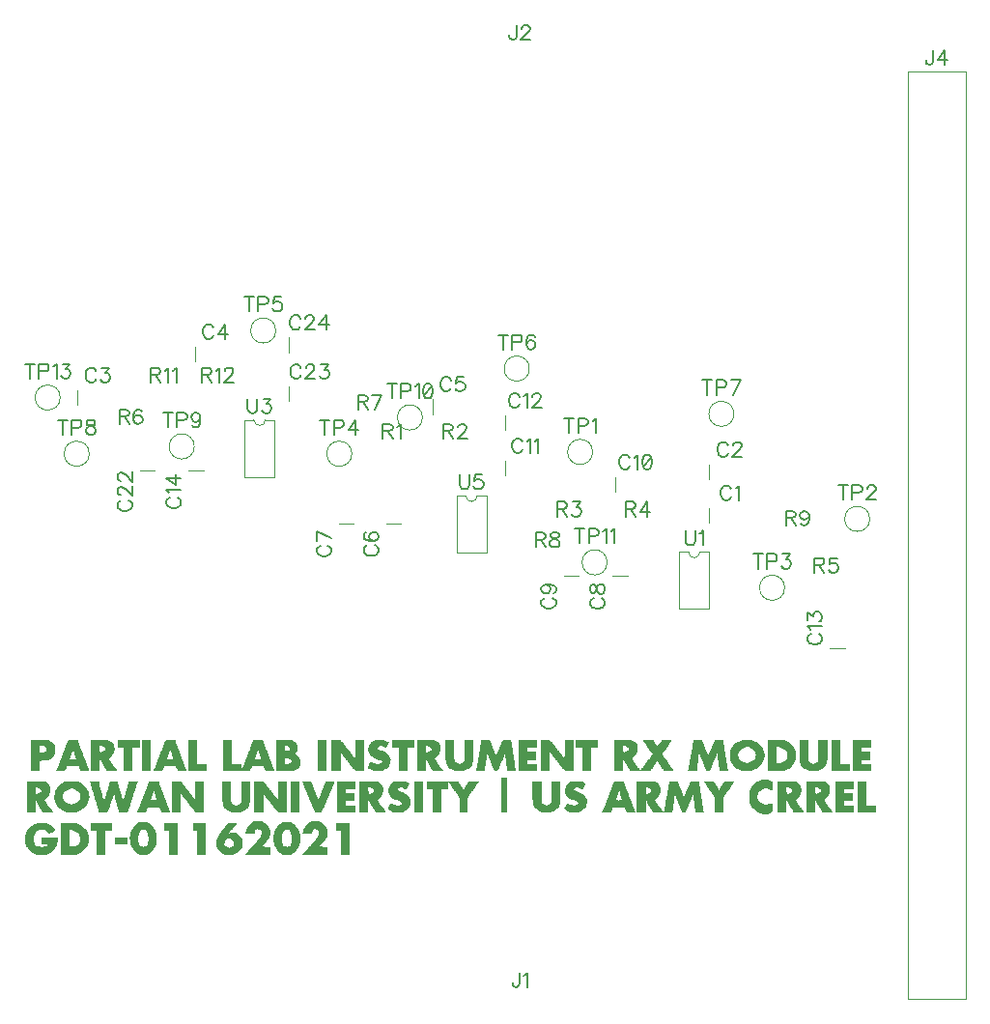
<source format=gbr>
G04 DipTrace 3.3.1.3*
G04 TopSilk.gbr*
%MOIN*%
G04 #@! TF.FileFunction,Legend,Top*
G04 #@! TF.Part,Single*
%ADD10C,0.004724*%
%ADD11C,0.003*%
%ADD53C,0.00772*%
%FSLAX26Y26*%
G04*
G70*
G90*
G75*
G01*
G04 TopSilk*
%LPD*%
X2935103Y2238188D2*
D10*
Y2289330D1*
Y2388190D2*
Y2439331D1*
X753804Y2644438D2*
Y2695579D1*
X1160054Y2794439D2*
Y2845581D1*
X1978854Y2613190D2*
Y2664331D1*
X1819642Y2236368D2*
X1870784D1*
X1657142D2*
X1708284D1*
X2600892Y2055117D2*
X2652033D1*
X2432142D2*
X2483284D1*
X2610103Y2344438D2*
Y2395579D1*
X2228854Y2400690D2*
Y2451831D1*
Y2556939D2*
Y2608081D1*
X3401983Y1803649D2*
X3350842D1*
X1138343Y2417619D2*
X1189485D1*
X969592D2*
X1020734D1*
X1485103Y2656938D2*
Y2708079D1*
Y2825688D2*
Y2876830D1*
X3620213Y595008D2*
X3820213D1*
Y3795008D1*
X3620213D1*
Y595008D1*
X2445606Y2482510D2*
G02X2445606Y2482510I43307J0D01*
G01*
X3401856Y2251259D2*
G02X3401856Y2251259I43307J0D01*
G01*
X3108107Y2013760D2*
G02X3108107Y2013760I43307J0D01*
G01*
X1614356Y2476258D2*
G02X1614356Y2476258I43307J0D01*
G01*
X1351856Y2901259D2*
G02X1351856Y2901259I43307J0D01*
G01*
X2226856Y2770010D2*
G02X2226856Y2770010I43307J0D01*
G01*
X2933106Y2613759D2*
G02X2933106Y2613759I43307J0D01*
G01*
X708106Y2476259D2*
G02X708106Y2476259I43307J0D01*
G01*
X1070606Y2501259D2*
G02X1070606Y2501259I43307J0D01*
G01*
X1858106Y2601259D2*
G02X1858106Y2601259I43307J0D01*
G01*
X2495606Y2101259D2*
G02X2495606Y2101259I43307J0D01*
G01*
X608106Y2670008D2*
G02X608106Y2670008I43307J0D01*
G01*
X2831525Y2137188D2*
Y1940333D1*
X2933901Y2137188D2*
Y1940333D1*
X2831525D2*
X2933901D1*
X2863019Y2137188D2*
X2831525D1*
X2902408D2*
X2933901D1*
X2863019D2*
G03X2902408Y2137188I19694J9D01*
G01*
X1331525Y2593437D2*
Y2396583D1*
X1433901Y2593437D2*
Y2396583D1*
X1331525D2*
X1433901D1*
X1363019Y2593437D2*
X1331525D1*
X1402408D2*
X1433901D1*
X1363019D2*
G03X1402408Y2593437I19694J9D01*
G01*
X2062774Y2330937D2*
Y2134083D1*
X2165151Y2330937D2*
Y2134083D1*
X2062774D2*
X2165151D1*
X2094268Y2330937D2*
X2062774D1*
X2133657D2*
X2165151D1*
X2094268D2*
G03X2133657Y2330937I19694J9D01*
G01*
X2217025Y1358554D2*
D11*
X2235025D1*
X2217025Y1355554D2*
X2235025D1*
X2217025Y1352554D2*
X2235025D1*
X3117025D2*
X3135025D1*
X2217025Y1349554D2*
X2235025D1*
X3109767D2*
X3141590D1*
X579025Y1346554D2*
X633025D1*
X720025D2*
X747025D1*
X798025D2*
X825025D1*
X867025D2*
X888025D1*
X933025D2*
X960025D1*
X1002025D2*
X1032025D1*
X1080025D2*
X1107025D1*
X1161025D2*
X1188025D1*
X1254025D2*
X1281025D1*
X1320025D2*
X1347025D1*
X1365025D2*
X1392025D1*
X1446025D2*
X1473025D1*
X1491025D2*
X1518025D1*
X1530025D2*
X1557025D1*
X1611025D2*
X1638025D1*
X1650025D2*
X1710025D1*
X1728025D2*
X1782025D1*
X1851025D2*
X1875025D1*
X1917025D2*
X1944025D1*
X1959025D2*
X2064025D1*
X2106025D2*
X2136025D1*
X2217025D2*
X2235025D1*
X2325025D2*
X2352025D1*
X2391025D2*
X2418025D1*
X2460025D2*
X2484025D1*
X2607025D2*
X2637025D1*
X2685025D2*
X2739025D1*
X2796025D2*
X2823025D1*
X2871025D2*
X2895025D1*
X2916025D2*
X2946025D1*
X2988025D2*
X3018025D1*
X3103407D2*
X3146695D1*
X3171025D2*
X3225025D1*
X3270025D2*
X3324025D1*
X3369025D2*
X3429025D1*
X3447025D2*
X3474025D1*
X579025Y1343554D2*
X639809D1*
X711731D2*
X754284D1*
X798489D2*
X825140D1*
X865988D2*
X889063D1*
X931526D2*
X958526D1*
X1000526D2*
X1032489D1*
X1080025D2*
X1109911D1*
X1161025D2*
X1188025D1*
X1254025D2*
X1281025D1*
X1320025D2*
X1347025D1*
X1365025D2*
X1394911D1*
X1446025D2*
X1473025D1*
X1491025D2*
X1518025D1*
X1531063D2*
X1558165D1*
X1609886D2*
X1637550D1*
X1650025D2*
X1710025D1*
X1728025D2*
X1788809D1*
X1845627D2*
X1883266D1*
X1917025D2*
X1944025D1*
X1959025D2*
X2066000D1*
X2103489D2*
X2134422D1*
X2217025D2*
X2235025D1*
X2325025D2*
X2352025D1*
X2391025D2*
X2418025D1*
X2454627D2*
X2492266D1*
X2605526D2*
X2637489D1*
X2685025D2*
X2745809D1*
X2796014D2*
X2824063D1*
X2869177D2*
X2896051D1*
X2917629D2*
X2948000D1*
X2985489D2*
X3016422D1*
X3098189D2*
X3148738D1*
X3171025D2*
X3231809D1*
X3270025D2*
X3330809D1*
X3369025D2*
X3429025D1*
X3447025D2*
X3474025D1*
X579025Y1340554D2*
X645320D1*
X704869D2*
X760644D1*
X799233D2*
X825524D1*
X864990D2*
X890061D1*
X930280D2*
X957280D1*
X999269D2*
X1033245D1*
X1080025D2*
X1112527D1*
X1161025D2*
X1188025D1*
X1254025D2*
X1281025D1*
X1320025D2*
X1347025D1*
X1365025D2*
X1397527D1*
X1446025D2*
X1473025D1*
X1491025D2*
X1518025D1*
X1532061D2*
X1559443D1*
X1608608D2*
X1636701D1*
X1650025D2*
X1710025D1*
X1728025D2*
X1794320D1*
X1840978D2*
X1890068D1*
X1917025D2*
X1944025D1*
X1959025D2*
X2031025D1*
X2036911D2*
X2068095D1*
X2101245D2*
X2132389D1*
X2217025D2*
X2235025D1*
X2325025D2*
X2352025D1*
X2391025D2*
X2418025D1*
X2449978D2*
X2499068D1*
X2604269D2*
X2638245D1*
X2685025D2*
X2751320D1*
X2795908D2*
X2825061D1*
X2867560D2*
X2896944D1*
X2919662D2*
X2950095D1*
X2983245D2*
X3014389D1*
X3093983D2*
X3149434D1*
X3171025D2*
X3237320D1*
X3270025D2*
X3336320D1*
X3369025D2*
X3429025D1*
X3447025D2*
X3474025D1*
X579025Y1337554D2*
X649366D1*
X699273D2*
X765862D1*
X800021D2*
X826243D1*
X864039D2*
X891012D1*
X929125D2*
X956113D1*
X998008D2*
X1034127D1*
X1080025D2*
X1114808D1*
X1161025D2*
X1188025D1*
X1254025D2*
X1281025D1*
X1320025D2*
X1347025D1*
X1365025D2*
X1399808D1*
X1446025D2*
X1473025D1*
X1491025D2*
X1518025D1*
X1533024D2*
X1560742D1*
X1607309D2*
X1635530D1*
X1650025D2*
X1710025D1*
X1728025D2*
X1798366D1*
X1837367D2*
X1896025D1*
X1917025D2*
X1944025D1*
X1959025D2*
X2031025D1*
X2039527D2*
X2070421D1*
X2099127D2*
X2130207D1*
X2217025D2*
X2235025D1*
X2325025D2*
X2352025D1*
X2391025D2*
X2418025D1*
X2446367D2*
X2505025D1*
X2603008D2*
X2639127D1*
X2685025D2*
X2755366D1*
X2795526D2*
X2826024D1*
X2866242D2*
X2897513D1*
X2921843D2*
X2952421D1*
X2981127D2*
X3012207D1*
X3090415D2*
X3149786D1*
X3171025D2*
X3241366D1*
X3270025D2*
X3340366D1*
X3369025D2*
X3429025D1*
X3447025D2*
X3474025D1*
X579025Y1334554D2*
X652211D1*
X694630D2*
X770068D1*
X800652D2*
X827024D1*
X863026D2*
X892036D1*
X928151D2*
X955045D1*
X996663D2*
X1035046D1*
X1080025D2*
X1117038D1*
X1161025D2*
X1188025D1*
X1254025D2*
X1281025D1*
X1320025D2*
X1347025D1*
X1365025D2*
X1402038D1*
X1446025D2*
X1473025D1*
X1491025D2*
X1518025D1*
X1534142D2*
X1561911D1*
X1606140D2*
X1634181D1*
X1650025D2*
X1710025D1*
X1728025D2*
X1801211D1*
X1834704D2*
X1894063D1*
X1917025D2*
X1944025D1*
X1959025D2*
X2031025D1*
X2041796D2*
X2072745D1*
X2097035D2*
X2128131D1*
X2217025D2*
X2235025D1*
X2325025D2*
X2352025D1*
X2391025D2*
X2418025D1*
X2443704D2*
X2503063D1*
X2601663D2*
X2640046D1*
X2685025D2*
X2758211D1*
X2794807D2*
X2827142D1*
X2865129D2*
X2897818D1*
X2923920D2*
X2954745D1*
X2979035D2*
X3010131D1*
X3087186D2*
X3149936D1*
X3171025D2*
X3244211D1*
X3270025D2*
X3343211D1*
X3369025D2*
X3429025D1*
X3447025D2*
X3474025D1*
X579025Y1331554D2*
X654232D1*
X690751D2*
X773636D1*
X801313D2*
X827653D1*
X862113D2*
X893043D1*
X927444D2*
X954061D1*
X995331D2*
X1036149D1*
X1080025D2*
X1119503D1*
X1161025D2*
X1188025D1*
X1254025D2*
X1281025D1*
X1320025D2*
X1347025D1*
X1365025D2*
X1404503D1*
X1446025D2*
X1473025D1*
X1491025D2*
X1518025D1*
X1535437D2*
X1562961D1*
X1605090D2*
X1632750D1*
X1650025D2*
X1710025D1*
X1728025D2*
X1803232D1*
X1832656D2*
X1892070D1*
X1917025D2*
X1944025D1*
X1959025D2*
X2031025D1*
X2043921D2*
X2074882D1*
X2095044D2*
X2126084D1*
X2217025D2*
X2235025D1*
X2325025D2*
X2352025D1*
X2391025D2*
X2418025D1*
X2441656D2*
X2501070D1*
X2600331D2*
X2641149D1*
X2685025D2*
X2760232D1*
X2794038D2*
X2828426D1*
X2863948D2*
X2898056D1*
X2925967D2*
X2956882D1*
X2977044D2*
X3008084D1*
X3084197D2*
X3149994D1*
X3171025D2*
X3246232D1*
X3270025D2*
X3345232D1*
X3369025D2*
X3429025D1*
X3447025D2*
X3474025D1*
X579025Y1328554D2*
X655604D1*
X687435D2*
X776865D1*
X802171D2*
X828314D1*
X861430D2*
X894003D1*
X926754D2*
X953023D1*
X994149D2*
X1037428D1*
X1080025D2*
X1122120D1*
X1161025D2*
X1188025D1*
X1254025D2*
X1281025D1*
X1320025D2*
X1347025D1*
X1365025D2*
X1407120D1*
X1446025D2*
X1473025D1*
X1491025D2*
X1518025D1*
X1536839D2*
X1564117D1*
X1603934D2*
X1631369D1*
X1650025D2*
X1710025D1*
X1728025D2*
X1804604D1*
X1830931D2*
X1890105D1*
X1917025D2*
X1944025D1*
X1959025D2*
X2031025D1*
X2046016D2*
X2076953D1*
X2093046D2*
X2124019D1*
X2217025D2*
X2235025D1*
X2325025D2*
X2352025D1*
X2391025D2*
X2418025D1*
X2439931D2*
X2499105D1*
X2599149D2*
X2642428D1*
X2685025D2*
X2761604D1*
X2793515D2*
X2829733D1*
X2862627D2*
X2898493D1*
X2928032D2*
X2958953D1*
X2975046D2*
X3006019D1*
X3081556D2*
X3150015D1*
X3171025D2*
X3247604D1*
X3270025D2*
X3346604D1*
X3369025D2*
X3429025D1*
X3447025D2*
X3474025D1*
X579025Y1325554D2*
X606025D1*
X620310D2*
X656381D1*
X684649D2*
X779854D1*
X803098D2*
X829171D1*
X860749D2*
X895021D1*
X925885D2*
X952011D1*
X993105D2*
X1038734D1*
X1080025D2*
X1124610D1*
X1161025D2*
X1188025D1*
X1254025D2*
X1281025D1*
X1320025D2*
X1347025D1*
X1365025D2*
X1409610D1*
X1446025D2*
X1473025D1*
X1491025D2*
X1518025D1*
X1538289D2*
X1565417D1*
X1602634D2*
X1630164D1*
X1650025D2*
X1710025D1*
X1728025D2*
X1755025D1*
X1769310D2*
X1805381D1*
X1829447D2*
X1861216D1*
X1878025D2*
X1888440D1*
X1917025D2*
X1944025D1*
X1959025D2*
X2031025D1*
X2048019D2*
X2079025D1*
X2091006D2*
X2122027D1*
X2217025D2*
X2235025D1*
X2325025D2*
X2352025D1*
X2391025D2*
X2418025D1*
X2438447D2*
X2470216D1*
X2487025D2*
X2497440D1*
X2598105D2*
X2643734D1*
X2685025D2*
X2712025D1*
X2726310D2*
X2762381D1*
X2793225D2*
X2830907D1*
X2861217D2*
X2899232D1*
X2930024D2*
X2961025D1*
X2973006D2*
X3004027D1*
X3079379D2*
X3150022D1*
X3171025D2*
X3198025D1*
X3212310D2*
X3248381D1*
X3270025D2*
X3297025D1*
X3311310D2*
X3347381D1*
X3369025D2*
X3429025D1*
X3447025D2*
X3474025D1*
X579025Y1322554D2*
X606025D1*
X624563D2*
X656758D1*
X682402D2*
X724205D1*
X743436D2*
X782495D1*
X804024D2*
X830098D1*
X859884D2*
X895936D1*
X924954D2*
X951049D1*
X992040D2*
X1039907D1*
X1080025D2*
X1126839D1*
X1161025D2*
X1188025D1*
X1254025D2*
X1281025D1*
X1320025D2*
X1347025D1*
X1365025D2*
X1411839D1*
X1446025D2*
X1473025D1*
X1491025D2*
X1518025D1*
X1539678D2*
X1566730D1*
X1601321D2*
X1629099D1*
X1650025D2*
X1677025D1*
X1728025D2*
X1755025D1*
X1773563D2*
X1805758D1*
X1828304D2*
X1857195D1*
X1884025D2*
X1887025D1*
X1917025D2*
X1944025D1*
X1980025D2*
X2007025D1*
X2050111D2*
X2080995D1*
X2089049D2*
X2119938D1*
X2217025D2*
X2235025D1*
X2325025D2*
X2352025D1*
X2391025D2*
X2418025D1*
X2437304D2*
X2466195D1*
X2493025D2*
X2496025D1*
X2597040D2*
X2644907D1*
X2685025D2*
X2712025D1*
X2730563D2*
X2762758D1*
X2792992D2*
X2831959D1*
X2859763D2*
X2900009D1*
X2932113D2*
X2962995D1*
X2971049D2*
X3001938D1*
X3077631D2*
X3117615D1*
X3141025D2*
X3150024D1*
X3171025D2*
X3198025D1*
X3216563D2*
X3248758D1*
X3270025D2*
X3297025D1*
X3315563D2*
X3347758D1*
X3369025D2*
X3396025D1*
X3447025D2*
X3474025D1*
X579025Y1319554D2*
X606025D1*
X627833D2*
X656922D1*
X680538D2*
X717696D1*
X748190D2*
X784672D1*
X805040D2*
X831024D1*
X858954D2*
X896620D1*
X924027D2*
X950019D1*
X991017D2*
X1040959D1*
X1080025D2*
X1129038D1*
X1161025D2*
X1188025D1*
X1254025D2*
X1281025D1*
X1320025D2*
X1347025D1*
X1365025D2*
X1414038D1*
X1446025D2*
X1473025D1*
X1491025D2*
X1518025D1*
X1540886D2*
X1567906D1*
X1600145D2*
X1627937D1*
X1650025D2*
X1677025D1*
X1728025D2*
X1755025D1*
X1776833D2*
X1805922D1*
X1827618D2*
X1855691D1*
X1917025D2*
X1944025D1*
X1980025D2*
X2007025D1*
X2052429D2*
X2082967D1*
X2087082D2*
X2117621D1*
X2217025D2*
X2235025D1*
X2325025D2*
X2352025D1*
X2391025D2*
X2418025D1*
X2436618D2*
X2464691D1*
X2596017D2*
X2645959D1*
X2685025D2*
X2712025D1*
X2733833D2*
X2762922D1*
X2792557D2*
X2833116D1*
X2858374D2*
X2900535D1*
X2934430D2*
X2964967D1*
X2969082D2*
X2999621D1*
X3076266D2*
X3112861D1*
X3147025D2*
X3150025D1*
X3171025D2*
X3198025D1*
X3219833D2*
X3248922D1*
X3270025D2*
X3297025D1*
X3318833D2*
X3347922D1*
X3369025D2*
X3396025D1*
X3447025D2*
X3474025D1*
X579025Y1316554D2*
X606025D1*
X628946D2*
X656976D1*
X678888D2*
X712698D1*
X752183D2*
X786408D1*
X806044D2*
X832028D1*
X858027D2*
X897302D1*
X923023D2*
X949009D1*
X990039D2*
X1042116D1*
X1080025D2*
X1131402D1*
X1161025D2*
X1188025D1*
X1254025D2*
X1281025D1*
X1320025D2*
X1347025D1*
X1365025D2*
X1416402D1*
X1446025D2*
X1473025D1*
X1491025D2*
X1518025D1*
X1541951D2*
X1568959D1*
X1599092D2*
X1626624D1*
X1650025D2*
X1677025D1*
X1728025D2*
X1755025D1*
X1777946D2*
X1805976D1*
X1827286D2*
X1856193D1*
X1917025D2*
X1944025D1*
X1980025D2*
X2007025D1*
X2054749D2*
X2115302D1*
X2217025D2*
X2235025D1*
X2325025D2*
X2352025D1*
X2391025D2*
X2418025D1*
X2436286D2*
X2465193D1*
X2595039D2*
X2647116D1*
X2685025D2*
X2712025D1*
X2734946D2*
X2762976D1*
X2791819D2*
X2834416D1*
X2857165D2*
X2900814D1*
X2936749D2*
X2997302D1*
X3075148D2*
X3108868D1*
X3171025D2*
X3198025D1*
X3220946D2*
X3248976D1*
X3270025D2*
X3297025D1*
X3319946D2*
X3347976D1*
X3369025D2*
X3396025D1*
X3447025D2*
X3474025D1*
X579025Y1313554D2*
X606037D1*
X629620D2*
X656895D1*
X677431D2*
X708841D1*
X755565D2*
X787680D1*
X807003D2*
X832939D1*
X857011D2*
X898167D1*
X922112D2*
X948048D1*
X988914D2*
X1043416D1*
X1080025D2*
X1133739D1*
X1161025D2*
X1188025D1*
X1254025D2*
X1281025D1*
X1320025D2*
X1347025D1*
X1365025D2*
X1418739D1*
X1446025D2*
X1473025D1*
X1491025D2*
X1518025D1*
X1543114D2*
X1570116D1*
X1597935D2*
X1625216D1*
X1650025D2*
X1677025D1*
X1728025D2*
X1755037D1*
X1778620D2*
X1805895D1*
X1827240D2*
X1858998D1*
X1917025D2*
X1944025D1*
X1980025D2*
X2007025D1*
X2056884D2*
X2113167D1*
X2217025D2*
X2235025D1*
X2325025D2*
X2352025D1*
X2391025D2*
X2418025D1*
X2436240D2*
X2467998D1*
X2593914D2*
X2648416D1*
X2685025D2*
X2712037D1*
X2735620D2*
X2762895D1*
X2791042D2*
X2835730D1*
X2856100D2*
X2900953D1*
X2938884D2*
X2995167D1*
X3074067D2*
X3105498D1*
X3171025D2*
X3198037D1*
X3221620D2*
X3248895D1*
X3270025D2*
X3297037D1*
X3320620D2*
X3347895D1*
X3369025D2*
X3396025D1*
X3447025D2*
X3474025D1*
X579025Y1310554D2*
X606166D1*
X629052D2*
X656521D1*
X676299D2*
X705919D1*
X758382D2*
X788520D1*
X808021D2*
X833621D1*
X856007D2*
X899097D1*
X921430D2*
X947019D1*
X987627D2*
X1014603D1*
X1020140D2*
X1044730D1*
X1080025D2*
X1135892D1*
X1161025D2*
X1188025D1*
X1254025D2*
X1281025D1*
X1320025D2*
X1347025D1*
X1365025D2*
X1420892D1*
X1446025D2*
X1473025D1*
X1491025D2*
X1518025D1*
X1544415D2*
X1571416D1*
X1596635D2*
X1623763D1*
X1650025D2*
X1677025D1*
X1728025D2*
X1755166D1*
X1778052D2*
X1805521D1*
X1827561D2*
X1865019D1*
X1917025D2*
X1944025D1*
X1980025D2*
X2007025D1*
X2058954D2*
X2111097D1*
X2217025D2*
X2235025D1*
X2325025D2*
X2352025D1*
X2391025D2*
X2418025D1*
X2436561D2*
X2474019D1*
X2592627D2*
X2619603D1*
X2625140D2*
X2649730D1*
X2685025D2*
X2712166D1*
X2735052D2*
X2762521D1*
X2790516D2*
X2836906D1*
X2854937D2*
X2901111D1*
X2940954D2*
X2993097D1*
X3073139D2*
X3102786D1*
X3171025D2*
X3198166D1*
X3221052D2*
X3248521D1*
X3270025D2*
X3297166D1*
X3320052D2*
X3347521D1*
X3369025D2*
X3396025D1*
X3447025D2*
X3474025D1*
X579025Y1307554D2*
X606482D1*
X626405D2*
X655794D1*
X675616D2*
X703643D1*
X760630D2*
X789265D1*
X808936D2*
X834302D1*
X855047D2*
X900024D1*
X920749D2*
X946009D1*
X986318D2*
X1012743D1*
X1020524D2*
X1045906D1*
X1080025D2*
X1138070D1*
X1161025D2*
X1188025D1*
X1254025D2*
X1281025D1*
X1320025D2*
X1347025D1*
X1365025D2*
X1423070D1*
X1446025D2*
X1473025D1*
X1491025D2*
X1518025D1*
X1545730D2*
X1572730D1*
X1595321D2*
X1622374D1*
X1650025D2*
X1677025D1*
X1728025D2*
X1755482D1*
X1775405D2*
X1804794D1*
X1828268D2*
X1872047D1*
X1917025D2*
X1944025D1*
X1980025D2*
X2007025D1*
X2061027D2*
X2109024D1*
X2217025D2*
X2235025D1*
X2325025D2*
X2352025D1*
X2391025D2*
X2418025D1*
X2437268D2*
X2481047D1*
X2591318D2*
X2617743D1*
X2625524D2*
X2650906D1*
X2685025D2*
X2712482D1*
X2732405D2*
X2761794D1*
X2790226D2*
X2837947D1*
X2853635D2*
X2901514D1*
X2943027D2*
X2991024D1*
X3072552D2*
X3100909D1*
X3171025D2*
X3198482D1*
X3218405D2*
X3247794D1*
X3270025D2*
X3297482D1*
X3317405D2*
X3346794D1*
X3369025D2*
X3396025D1*
X3447025D2*
X3474025D1*
X579025Y1304554D2*
X607985D1*
X620140D2*
X654909D1*
X675274D2*
X702689D1*
X762393D2*
X790142D1*
X809620D2*
X835155D1*
X854018D2*
X901040D1*
X919884D2*
X945048D1*
X985144D2*
X1011356D1*
X1021255D2*
X1046947D1*
X1080025D2*
X1140515D1*
X1161025D2*
X1188025D1*
X1254025D2*
X1281025D1*
X1320025D2*
X1347025D1*
X1365025D2*
X1425515D1*
X1446025D2*
X1473025D1*
X1491025D2*
X1518025D1*
X1546906D2*
X1573906D1*
X1594145D2*
X1621165D1*
X1650025D2*
X1707025D1*
X1728025D2*
X1756985D1*
X1769140D2*
X1803909D1*
X1829146D2*
X1878901D1*
X1917025D2*
X1944025D1*
X1980025D2*
X2007025D1*
X2063023D2*
X2107028D1*
X2217025D2*
X2235025D1*
X2325025D2*
X2352025D1*
X2391025D2*
X2418025D1*
X2438146D2*
X2487901D1*
X2590144D2*
X2616356D1*
X2626255D2*
X2651947D1*
X2685025D2*
X2713985D1*
X2726140D2*
X2760909D1*
X2789993D2*
X2839023D1*
X2852309D2*
X2902240D1*
X2945023D2*
X2989028D1*
X3072250D2*
X3099759D1*
X3171025D2*
X3199985D1*
X3212140D2*
X3246909D1*
X3270025D2*
X3298985D1*
X3311140D2*
X3345909D1*
X3369025D2*
X3426025D1*
X3447025D2*
X3474025D1*
X579025Y1301554D2*
X611278D1*
X612070D2*
X653886D1*
X675123D2*
X701771D1*
X763663D2*
X790975D1*
X810302D2*
X835992D1*
X853009D2*
X902044D1*
X918954D2*
X944019D1*
X984092D2*
X1010139D1*
X1022130D2*
X1048011D1*
X1080025D2*
X1107025D1*
X1112911D2*
X1143124D1*
X1161025D2*
X1188025D1*
X1254025D2*
X1281025D1*
X1320025D2*
X1347025D1*
X1365025D2*
X1392025D1*
X1397911D2*
X1428124D1*
X1446025D2*
X1473025D1*
X1491025D2*
X1518025D1*
X1547959D2*
X1574959D1*
X1593092D2*
X1620100D1*
X1650025D2*
X1707025D1*
X1728025D2*
X1760278D1*
X1761070D2*
X1802886D1*
X1830177D2*
X1884799D1*
X1917025D2*
X1944025D1*
X1980025D2*
X2007025D1*
X2065112D2*
X2104939D1*
X2217025D2*
X2235025D1*
X2325025D2*
X2352025D1*
X2391025D2*
X2418025D1*
X2439177D2*
X2493799D1*
X2589092D2*
X2615139D1*
X2627130D2*
X2653011D1*
X2685025D2*
X2717278D1*
X2718070D2*
X2759886D1*
X2789557D2*
X2840169D1*
X2851010D2*
X2903011D1*
X2947112D2*
X2986939D1*
X3072114D2*
X3098887D1*
X3171025D2*
X3203278D1*
X3204070D2*
X3245886D1*
X3270025D2*
X3302278D1*
X3303070D2*
X3344886D1*
X3369025D2*
X3426025D1*
X3447025D2*
X3474025D1*
X579025Y1298554D2*
X652379D1*
X675061D2*
X700533D1*
X764390D2*
X791523D1*
X811167D2*
X836641D1*
X852048D2*
X876603D1*
X882037D2*
X903003D1*
X918027D2*
X943009D1*
X982934D2*
X1009053D1*
X1023035D2*
X1049034D1*
X1080025D2*
X1107025D1*
X1115527D2*
X1145611D1*
X1161025D2*
X1188025D1*
X1254025D2*
X1281025D1*
X1320025D2*
X1347025D1*
X1365025D2*
X1392025D1*
X1400527D2*
X1430611D1*
X1446025D2*
X1473025D1*
X1491025D2*
X1518025D1*
X1549116D2*
X1576116D1*
X1591935D2*
X1618937D1*
X1650025D2*
X1707025D1*
X1728025D2*
X1801379D1*
X1831790D2*
X1889574D1*
X1917025D2*
X1944025D1*
X1980025D2*
X2007025D1*
X2067418D2*
X2102633D1*
X2217025D2*
X2235025D1*
X2325025D2*
X2352025D1*
X2391025D2*
X2418025D1*
X2440790D2*
X2498574D1*
X2587934D2*
X2614053D1*
X2628035D2*
X2654034D1*
X2685025D2*
X2758379D1*
X2788819D2*
X2841682D1*
X2849422D2*
X2873550D1*
X2880025D2*
X2903535D1*
X2949418D2*
X2984633D1*
X3072058D2*
X3098059D1*
X3171025D2*
X3244379D1*
X3270025D2*
X3343379D1*
X3369025D2*
X3426025D1*
X3447025D2*
X3474025D1*
X579025Y1295554D2*
X650159D1*
X675038D2*
X699025D1*
X764648D2*
X791798D1*
X812097D2*
X837310D1*
X851019D2*
X874743D1*
X882143D2*
X904021D1*
X917011D2*
X942048D1*
X981635D2*
X1008064D1*
X1024044D2*
X1050012D1*
X1080025D2*
X1107025D1*
X1117808D2*
X1147851D1*
X1161014D2*
X1188025D1*
X1254025D2*
X1281025D1*
X1320025D2*
X1347025D1*
X1365025D2*
X1392025D1*
X1402808D2*
X1432851D1*
X1446014D2*
X1473025D1*
X1491025D2*
X1518025D1*
X1550428D2*
X1577428D1*
X1590623D2*
X1617624D1*
X1650025D2*
X1707025D1*
X1728025D2*
X1799159D1*
X1834415D2*
X1893194D1*
X1917025D2*
X1944025D1*
X1980025D2*
X2007025D1*
X2069620D2*
X2100431D1*
X2217025D2*
X2235025D1*
X2325025D2*
X2352025D1*
X2391025D2*
X2418025D1*
X2443415D2*
X2502194D1*
X2586635D2*
X2613064D1*
X2629044D2*
X2655012D1*
X2685025D2*
X2756159D1*
X2788042D2*
X2811025D1*
X2820140D2*
X2844050D1*
X2847020D2*
X2872701D1*
X2880025D2*
X2903826D1*
X2951620D2*
X2982431D1*
X3072037D2*
X3097587D1*
X3171025D2*
X3242159D1*
X3270025D2*
X3341159D1*
X3369025D2*
X3426025D1*
X3447025D2*
X3474025D1*
X579025Y1292554D2*
X647225D1*
X675030D2*
X700422D1*
X764425D2*
X791823D1*
X813024D2*
X838170D1*
X849986D2*
X873356D1*
X882525D2*
X904936D1*
X915983D2*
X941031D1*
X980321D2*
X1007024D1*
X1025046D2*
X1051137D1*
X1080025D2*
X1107025D1*
X1120038D2*
X1150175D1*
X1160899D2*
X1188025D1*
X1254025D2*
X1281025D1*
X1320025D2*
X1347025D1*
X1365025D2*
X1392025D1*
X1405038D2*
X1435175D1*
X1445899D2*
X1473025D1*
X1491025D2*
X1518025D1*
X1551836D2*
X1578845D1*
X1589206D2*
X1616216D1*
X1650025D2*
X1707025D1*
X1728025D2*
X1796225D1*
X1838313D2*
X1895752D1*
X1917025D2*
X1944025D1*
X1980025D2*
X2007025D1*
X2071267D2*
X2098784D1*
X2217025D2*
X2235025D1*
X2325025D2*
X2352025D1*
X2391025D2*
X2418025D1*
X2447313D2*
X2504752D1*
X2585321D2*
X2612024D1*
X2630046D2*
X2656137D1*
X2685025D2*
X2753225D1*
X2787505D2*
X2811025D1*
X2820536D2*
X2871542D1*
X2880025D2*
X2904058D1*
X2953267D2*
X2980784D1*
X3072029D2*
X3097750D1*
X3171025D2*
X3239225D1*
X3270025D2*
X3338225D1*
X3369025D2*
X3426025D1*
X3447025D2*
X3474025D1*
X579025Y1289554D2*
X643827D1*
X675027D2*
X701389D1*
X763758D2*
X791494D1*
X814040D2*
X839107D1*
X848794D2*
X872139D1*
X883255D2*
X905629D1*
X914793D2*
X940115D1*
X979145D2*
X1006002D1*
X1026006D2*
X1052424D1*
X1080025D2*
X1107025D1*
X1122503D2*
X1153106D1*
X1160436D2*
X1188025D1*
X1254025D2*
X1281025D1*
X1320025D2*
X1347025D1*
X1365025D2*
X1392025D1*
X1407503D2*
X1438106D1*
X1445436D2*
X1473025D1*
X1491025D2*
X1518025D1*
X1553288D2*
X1580387D1*
X1587664D2*
X1614763D1*
X1650025D2*
X1707025D1*
X1728025D2*
X1792827D1*
X1843597D2*
X1897509D1*
X1917025D2*
X1944025D1*
X1980025D2*
X2007025D1*
X2072225D2*
X2097826D1*
X2217025D2*
X2235025D1*
X2325025D2*
X2352025D1*
X2391025D2*
X2418025D1*
X2452597D2*
X2506509D1*
X2584145D2*
X2611002D1*
X2631006D2*
X2657424D1*
X2685025D2*
X2749827D1*
X2787120D2*
X2811025D1*
X2821360D2*
X2870286D1*
X2880037D2*
X2904493D1*
X2954225D2*
X2979826D1*
X3072027D2*
X3098242D1*
X3171025D2*
X3235827D1*
X3270025D2*
X3334827D1*
X3369025D2*
X3426025D1*
X3447025D2*
X3474025D1*
X579025Y1286554D2*
X640751D1*
X675038D2*
X702219D1*
X762896D2*
X790784D1*
X815044D2*
X840116D1*
X847223D2*
X871053D1*
X884130D2*
X906393D1*
X913222D2*
X939431D1*
X978104D2*
X1004956D1*
X1027049D2*
X1053733D1*
X1080025D2*
X1107025D1*
X1125120D2*
X1156835D1*
X1159410D2*
X1188025D1*
X1254025D2*
X1281025D1*
X1320025D2*
X1347025D1*
X1365025D2*
X1392025D1*
X1410120D2*
X1441835D1*
X1444410D2*
X1473025D1*
X1491025D2*
X1518025D1*
X1554677D2*
X1582122D1*
X1585929D2*
X1613374D1*
X1650025D2*
X1707025D1*
X1728025D2*
X1789751D1*
X1850108D2*
X1898796D1*
X1917025D2*
X1944025D1*
X1980025D2*
X2007025D1*
X2072693D2*
X2097358D1*
X2217025D2*
X2235025D1*
X2325025D2*
X2352025D1*
X2391025D2*
X2418025D1*
X2459108D2*
X2507796D1*
X2583104D2*
X2609956D1*
X2632049D2*
X2658733D1*
X2685025D2*
X2746751D1*
X2786610D2*
X2811014D1*
X2822512D2*
X2869133D1*
X2880143D2*
X2905232D1*
X2954693D2*
X2979358D1*
X3072026D2*
X3098751D1*
X3171025D2*
X3232751D1*
X3270025D2*
X3331751D1*
X3369025D2*
X3426025D1*
X3447025D2*
X3474025D1*
X579025Y1283554D2*
X638389D1*
X675143D2*
X703248D1*
X761882D2*
X789917D1*
X816003D2*
X841444D1*
X843839D2*
X870064D1*
X885035D2*
X907559D1*
X909839D2*
X938749D1*
X977040D2*
X1003615D1*
X1028082D2*
X1054907D1*
X1080025D2*
X1107025D1*
X1127610D2*
X1188025D1*
X1254037D2*
X1281037D1*
X1320014D2*
X1347014D1*
X1365025D2*
X1392025D1*
X1412610D2*
X1473025D1*
X1491025D2*
X1518025D1*
X1555886D2*
X1612165D1*
X1650025D2*
X1707025D1*
X1728025D2*
X1787389D1*
X1857133D2*
X1899933D1*
X1917025D2*
X1944025D1*
X1980025D2*
X2007025D1*
X2072897D2*
X2097154D1*
X2217025D2*
X2235025D1*
X2325037D2*
X2352037D1*
X2391014D2*
X2418014D1*
X2466133D2*
X2508933D1*
X2582040D2*
X2608615D1*
X2633082D2*
X2659907D1*
X2685025D2*
X2744389D1*
X2785839D2*
X2810908D1*
X2823766D2*
X2868088D1*
X2880525D2*
X2906009D1*
X2954897D2*
X2979154D1*
X3072037D2*
X3099475D1*
X3171025D2*
X3230389D1*
X3270025D2*
X3329389D1*
X3369025D2*
X3426025D1*
X3447025D2*
X3474025D1*
X579025Y1280554D2*
X638367D1*
X675537D2*
X704595D1*
X760389D2*
X789014D1*
X817021D2*
X869024D1*
X886044D2*
X937884D1*
X976017D2*
X1002025D1*
X1029025D2*
X1055947D1*
X1080025D2*
X1107025D1*
X1129839D2*
X1188025D1*
X1254143D2*
X1281143D1*
X1319908D2*
X1346908D1*
X1365025D2*
X1392025D1*
X1414839D2*
X1473025D1*
X1491025D2*
X1518025D1*
X1556951D2*
X1611100D1*
X1650025D2*
X1677025D1*
X1728025D2*
X1787367D1*
X1863448D2*
X1900781D1*
X1917025D2*
X1944025D1*
X1980025D2*
X2007025D1*
X2072978D2*
X2097073D1*
X2217025D2*
X2235025D1*
X2325143D2*
X2352143D1*
X2390908D2*
X2417908D1*
X2472448D2*
X2509781D1*
X2581017D2*
X2607025D1*
X2634025D2*
X2660947D1*
X2685025D2*
X2744367D1*
X2785050D2*
X2810526D1*
X2824918D2*
X2866933D1*
X2881243D2*
X2906535D1*
X2954978D2*
X2979073D1*
X3072143D2*
X3100799D1*
X3171025D2*
X3230367D1*
X3270025D2*
X3329367D1*
X3369025D2*
X3396025D1*
X3447025D2*
X3474025D1*
X579025Y1277554D2*
X606025D1*
X612603D2*
X640035D1*
X676361D2*
X706390D1*
X758252D2*
X788007D1*
X817936D2*
X868011D1*
X887046D2*
X936954D1*
X975039D2*
X1057011D1*
X1080025D2*
X1107025D1*
X1132038D2*
X1188025D1*
X1254525D2*
X1281537D1*
X1319514D2*
X1346526D1*
X1365025D2*
X1392025D1*
X1417038D2*
X1473025D1*
X1491025D2*
X1518025D1*
X1558114D2*
X1609937D1*
X1650025D2*
X1677025D1*
X1728025D2*
X1755025D1*
X1761603D2*
X1789035D1*
X1868266D2*
X1901242D1*
X1917025D2*
X1944025D1*
X1980025D2*
X2007025D1*
X2073009D2*
X2097042D1*
X2217025D2*
X2235025D1*
X2325525D2*
X2352537D1*
X2390514D2*
X2417526D1*
X2477266D2*
X2510242D1*
X2580039D2*
X2662011D1*
X2685025D2*
X2712025D1*
X2718603D2*
X2746035D1*
X2784519D2*
X2809807D1*
X2825963D2*
X2865622D1*
X2882013D2*
X2906814D1*
X2955009D2*
X2979042D1*
X3072537D2*
X3102843D1*
X3171025D2*
X3198025D1*
X3204603D2*
X3232035D1*
X3270025D2*
X3297025D1*
X3303603D2*
X3331035D1*
X3369025D2*
X3396025D1*
X3447025D2*
X3474025D1*
X579025Y1274554D2*
X606025D1*
X613743D2*
X642000D1*
X677524D2*
X708959D1*
X755396D2*
X786993D1*
X818620D2*
X867049D1*
X888004D2*
X936027D1*
X973914D2*
X1058034D1*
X1080025D2*
X1107025D1*
X1134402D2*
X1188025D1*
X1255243D2*
X1282384D1*
X1318667D2*
X1345807D1*
X1365025D2*
X1392025D1*
X1419402D2*
X1473025D1*
X1491025D2*
X1518025D1*
X1559427D2*
X1608624D1*
X1650025D2*
X1677025D1*
X1728025D2*
X1755025D1*
X1762743D2*
X1791000D1*
X1871868D2*
X1900643D1*
X1917025D2*
X1944025D1*
X1980025D2*
X2007025D1*
X2073020D2*
X2097031D1*
X2217025D2*
X2235025D1*
X2326243D2*
X2353384D1*
X2389667D2*
X2416807D1*
X2480868D2*
X2509643D1*
X2578914D2*
X2663034D1*
X2685025D2*
X2712025D1*
X2719743D2*
X2748000D1*
X2784226D2*
X2809038D1*
X2827118D2*
X2864215D1*
X2882536D2*
X2906953D1*
X2955020D2*
X2979031D1*
X3073361D2*
X3105559D1*
X3171025D2*
X3198025D1*
X3205743D2*
X3234000D1*
X3270025D2*
X3297025D1*
X3304743D2*
X3333000D1*
X3369025D2*
X3396025D1*
X3447025D2*
X3474025D1*
X579025Y1271554D2*
X606025D1*
X615356D2*
X643991D1*
X678883D2*
X712257D1*
X751019D2*
X785918D1*
X819302D2*
X866019D1*
X889021D2*
X935011D1*
X972627D2*
X1059012D1*
X1080025D2*
X1107025D1*
X1136739D2*
X1188025D1*
X1256024D2*
X1283817D1*
X1317234D2*
X1345027D1*
X1365025D2*
X1392025D1*
X1421739D2*
X1473025D1*
X1491025D2*
X1518025D1*
X1560835D2*
X1607216D1*
X1650025D2*
X1677025D1*
X1728025D2*
X1755025D1*
X1764356D2*
X1792991D1*
X1875025D2*
X1899953D1*
X1917025D2*
X1944025D1*
X1980025D2*
X2007025D1*
X2073024D2*
X2097027D1*
X2217025D2*
X2235025D1*
X2327024D2*
X2354817D1*
X2388234D2*
X2416027D1*
X2484025D2*
X2508953D1*
X2577627D2*
X2664012D1*
X2685025D2*
X2712025D1*
X2721356D2*
X2749991D1*
X2783993D2*
X2808515D1*
X2828417D2*
X2862763D1*
X2882814D2*
X2907111D1*
X2955024D2*
X2979027D1*
X3074524D2*
X3109538D1*
X3171025D2*
X3198025D1*
X3207356D2*
X3235991D1*
X3270025D2*
X3297025D1*
X3306356D2*
X3334991D1*
X3369025D2*
X3396025D1*
X3447025D2*
X3474025D1*
X579025Y1268554D2*
X606025D1*
X617139D2*
X646094D1*
X680430D2*
X720516D1*
X743363D2*
X784402D1*
X820167D2*
X865009D1*
X889936D2*
X934007D1*
X971318D2*
X1060137D1*
X1080025D2*
X1107025D1*
X1138892D2*
X1188025D1*
X1256653D2*
X1285790D1*
X1315261D2*
X1344398D1*
X1365025D2*
X1392025D1*
X1423892D2*
X1473025D1*
X1491025D2*
X1518025D1*
X1562288D2*
X1605763D1*
X1650025D2*
X1677025D1*
X1728025D2*
X1755025D1*
X1766139D2*
X1795094D1*
X1833025D2*
X1836025D1*
X1872313D2*
X1899369D1*
X1917025D2*
X1944025D1*
X1980025D2*
X2007025D1*
X2073025D2*
X2097026D1*
X2217025D2*
X2235025D1*
X2327653D2*
X2356790D1*
X2386261D2*
X2415398D1*
X2442025D2*
X2445025D1*
X2481313D2*
X2508369D1*
X2576318D2*
X2665137D1*
X2685025D2*
X2712025D1*
X2723139D2*
X2752094D1*
X2783558D2*
X2808237D1*
X2829730D2*
X2861374D1*
X2882941D2*
X2907514D1*
X2955025D2*
X2979026D1*
X3075883D2*
X3116445D1*
X3144025D2*
X3150025D1*
X3171025D2*
X3198025D1*
X3209139D2*
X3238094D1*
X3270025D2*
X3297025D1*
X3308139D2*
X3337094D1*
X3369025D2*
X3396025D1*
X3447025D2*
X3474025D1*
X579025Y1265554D2*
X606025D1*
X619053D2*
X648421D1*
X682298D2*
X732587D1*
X731427D2*
X782280D1*
X821097D2*
X864048D1*
X890620D2*
X933047D1*
X970144D2*
X1061424D1*
X1080025D2*
X1107025D1*
X1141070D2*
X1188025D1*
X1257325D2*
X1291658D1*
X1309393D2*
X1343726D1*
X1365025D2*
X1392025D1*
X1426070D2*
X1473025D1*
X1491025D2*
X1518025D1*
X1563677D2*
X1604374D1*
X1650025D2*
X1677025D1*
X1728025D2*
X1755025D1*
X1768053D2*
X1797421D1*
X1831165D2*
X1845335D1*
X1868665D2*
X1898715D1*
X1917025D2*
X1944025D1*
X1980025D2*
X2007025D1*
X2073025D2*
X2097026D1*
X2217025D2*
X2235025D1*
X2328325D2*
X2362658D1*
X2380393D2*
X2414726D1*
X2440165D2*
X2454335D1*
X2477665D2*
X2507715D1*
X2575144D2*
X2666424D1*
X2685025D2*
X2712025D1*
X2725053D2*
X2754421D1*
X2782819D2*
X2808098D1*
X2830906D2*
X2860165D1*
X2883006D2*
X2908240D1*
X2955025D2*
X2979026D1*
X3077430D2*
X3127486D1*
X3129588D2*
X3150025D1*
X3171025D2*
X3198025D1*
X3211053D2*
X3240421D1*
X3270025D2*
X3297025D1*
X3310053D2*
X3339421D1*
X3369025D2*
X3396025D1*
X3447025D2*
X3474025D1*
X579025Y1262554D2*
X606025D1*
X621052D2*
X650745D1*
X684616D2*
X779714D1*
X822024D2*
X863019D1*
X891302D2*
X932018D1*
X969092D2*
X1062733D1*
X1080025D2*
X1107025D1*
X1143515D2*
X1188025D1*
X1258288D2*
X1300434D1*
X1300617D2*
X1342763D1*
X1365025D2*
X1392025D1*
X1428515D2*
X1473025D1*
X1491025D2*
X1518025D1*
X1564886D2*
X1603165D1*
X1650025D2*
X1710025D1*
X1728025D2*
X1755025D1*
X1770052D2*
X1799745D1*
X1829454D2*
X1857651D1*
X1859189D2*
X1897759D1*
X1917025D2*
X1944025D1*
X1980025D2*
X2007025D1*
X2073025D2*
X2097026D1*
X2217025D2*
X2235025D1*
X2329288D2*
X2371434D1*
X2371617D2*
X2413763D1*
X2438454D2*
X2466651D1*
X2468189D2*
X2506759D1*
X2574092D2*
X2667733D1*
X2685025D2*
X2712025D1*
X2727052D2*
X2756745D1*
X2782042D2*
X2807940D1*
X2831959D2*
X2859100D1*
X2883131D2*
X2909011D1*
X2955025D2*
X2979026D1*
X3079298D2*
X3150025D1*
X3171025D2*
X3198025D1*
X3213052D2*
X3242745D1*
X3270025D2*
X3297025D1*
X3312052D2*
X3341745D1*
X3369025D2*
X3429025D1*
X3447025D2*
X3507025D1*
X579025Y1259554D2*
X606025D1*
X622919D2*
X652894D1*
X687286D2*
X776893D1*
X823040D2*
X862009D1*
X892167D2*
X931009D1*
X967934D2*
X1063907D1*
X1080025D2*
X1107025D1*
X1146124D2*
X1188025D1*
X1259621D2*
X1341430D1*
X1365025D2*
X1392025D1*
X1431124D2*
X1473025D1*
X1491025D2*
X1518025D1*
X1565951D2*
X1602100D1*
X1650025D2*
X1710025D1*
X1728025D2*
X1755025D1*
X1771919D2*
X1801894D1*
X1827883D2*
X1896440D1*
X1917025D2*
X1944025D1*
X1980025D2*
X2007025D1*
X2073025D2*
X2097025D1*
X2217025D2*
X2235025D1*
X2330621D2*
X2412430D1*
X2436883D2*
X2505440D1*
X2572934D2*
X2668907D1*
X2685025D2*
X2712025D1*
X2728919D2*
X2758894D1*
X2781516D2*
X2807537D1*
X2833116D2*
X2857937D1*
X2883521D2*
X2909535D1*
X2955025D2*
X2979025D1*
X3081616D2*
X3150025D1*
X3171025D2*
X3198025D1*
X3214919D2*
X3244894D1*
X3270025D2*
X3297025D1*
X3313919D2*
X3343894D1*
X3369025D2*
X3429025D1*
X3447025D2*
X3507025D1*
X579025Y1256554D2*
X606025D1*
X624629D2*
X655059D1*
X690252D2*
X773852D1*
X824044D2*
X861048D1*
X893097D2*
X930048D1*
X966635D2*
X992911D1*
X1038140D2*
X1064947D1*
X1080025D2*
X1107025D1*
X1148611D2*
X1188025D1*
X1261500D2*
X1339551D1*
X1365025D2*
X1392025D1*
X1433611D2*
X1473025D1*
X1491025D2*
X1518025D1*
X1567114D2*
X1600937D1*
X1650025D2*
X1710025D1*
X1728025D2*
X1755025D1*
X1773629D2*
X1804059D1*
X1826518D2*
X1894668D1*
X1917025D2*
X1944025D1*
X1980025D2*
X2007025D1*
X2073025D2*
X2097025D1*
X2217025D2*
X2235025D1*
X2332500D2*
X2410551D1*
X2435518D2*
X2503668D1*
X2571635D2*
X2597911D1*
X2643140D2*
X2669947D1*
X2685025D2*
X2712025D1*
X2730629D2*
X2761059D1*
X2781226D2*
X2806811D1*
X2834416D2*
X2856635D1*
X2884242D2*
X2909814D1*
X2955025D2*
X2979025D1*
X3084274D2*
X3150025D1*
X3171025D2*
X3198025D1*
X3216629D2*
X3247059D1*
X3270025D2*
X3297025D1*
X3315629D2*
X3346059D1*
X3369025D2*
X3429025D1*
X3447025D2*
X3507025D1*
X579025Y1253554D2*
X606025D1*
X626319D2*
X657409D1*
X693702D2*
X770370D1*
X825003D2*
X860019D1*
X894024D2*
X929019D1*
X965321D2*
X992515D1*
X1038536D2*
X1066011D1*
X1080025D2*
X1107025D1*
X1150839D2*
X1188025D1*
X1264284D2*
X1336767D1*
X1365025D2*
X1392025D1*
X1435839D2*
X1473025D1*
X1491025D2*
X1518025D1*
X1568427D2*
X1599624D1*
X1650025D2*
X1710025D1*
X1728025D2*
X1755025D1*
X1775319D2*
X1806409D1*
X1825310D2*
X1892266D1*
X1917025D2*
X1944025D1*
X1980025D2*
X2007025D1*
X2073025D2*
X2097025D1*
X2217025D2*
X2235025D1*
X2335284D2*
X2407767D1*
X2434310D2*
X2501266D1*
X2570321D2*
X2597515D1*
X2643536D2*
X2671011D1*
X2685025D2*
X2712025D1*
X2732319D2*
X2763409D1*
X2780993D2*
X2806040D1*
X2835730D2*
X2855321D1*
X2885012D2*
X2909953D1*
X2955025D2*
X2979025D1*
X3087134D2*
X3150025D1*
X3171025D2*
X3198025D1*
X3218319D2*
X3249409D1*
X3270025D2*
X3297025D1*
X3317319D2*
X3348409D1*
X3369025D2*
X3429025D1*
X3447025D2*
X3507025D1*
X579025Y1250554D2*
X606025D1*
X628135D2*
X659739D1*
X698010D2*
X766048D1*
X826021D2*
X859000D1*
X895029D2*
X928000D1*
X964136D2*
X991681D1*
X1039370D2*
X1067043D1*
X1080025D2*
X1107025D1*
X1153050D2*
X1188025D1*
X1268256D2*
X1332795D1*
X1365025D2*
X1392025D1*
X1438050D2*
X1473025D1*
X1491025D2*
X1518025D1*
X1569845D2*
X1598206D1*
X1650025D2*
X1710025D1*
X1728025D2*
X1755025D1*
X1777135D2*
X1808739D1*
X1827498D2*
X1889013D1*
X1917025D2*
X1944025D1*
X1980025D2*
X2007025D1*
X2073025D2*
X2097025D1*
X2217025D2*
X2235025D1*
X2339256D2*
X2403795D1*
X2436498D2*
X2498013D1*
X2569136D2*
X2596681D1*
X2644370D2*
X2672043D1*
X2685025D2*
X2712025D1*
X2734135D2*
X2765739D1*
X2780555D2*
X2805515D1*
X2836915D2*
X2854136D1*
X2885536D2*
X2910120D1*
X2955025D2*
X2979025D1*
X3090190D2*
X3150014D1*
X3171025D2*
X3198025D1*
X3220135D2*
X3251739D1*
X3270025D2*
X3297025D1*
X3319135D2*
X3350739D1*
X3369025D2*
X3429025D1*
X3447025D2*
X3507025D1*
X579025Y1247554D2*
X606025D1*
X630011D2*
X661865D1*
X703450D2*
X760604D1*
X826933D2*
X857956D1*
X895935D2*
X926956D1*
X963011D2*
X990441D1*
X1040610D2*
X1068092D1*
X1080025D2*
X1107025D1*
X1155517D2*
X1188025D1*
X1273546D2*
X1327505D1*
X1365025D2*
X1392025D1*
X1440517D2*
X1473025D1*
X1491025D2*
X1518025D1*
X1571387D2*
X1596664D1*
X1650025D2*
X1710025D1*
X1728025D2*
X1755025D1*
X1779011D2*
X1810865D1*
X1832267D2*
X1884500D1*
X1917025D2*
X1944025D1*
X1980025D2*
X2007025D1*
X2073025D2*
X2097025D1*
X2217025D2*
X2235025D1*
X2344546D2*
X2398505D1*
X2441267D2*
X2493500D1*
X2568011D2*
X2595441D1*
X2645610D2*
X2673092D1*
X2685025D2*
X2712025D1*
X2736011D2*
X2767865D1*
X2779791D2*
X2805236D1*
X2838040D2*
X2853011D1*
X2885815D2*
X2910604D1*
X2955025D2*
X2979025D1*
X3093690D2*
X3149861D1*
X3171025D2*
X3198025D1*
X3222011D2*
X3253865D1*
X3270025D2*
X3297025D1*
X3321011D2*
X3352865D1*
X3369025D2*
X3429025D1*
X3447025D2*
X3507025D1*
X579025Y1244554D2*
X606025D1*
X631635D2*
X663917D1*
X709960D2*
X754092D1*
X827559D2*
X856615D1*
X896559D2*
X925615D1*
X961635D2*
X988846D1*
X1042205D2*
X1069435D1*
X1080025D2*
X1107025D1*
X1158220D2*
X1188025D1*
X1279993D2*
X1321058D1*
X1365025D2*
X1392025D1*
X1443220D2*
X1473025D1*
X1491025D2*
X1518025D1*
X1573122D2*
X1594929D1*
X1650025D2*
X1710025D1*
X1728025D2*
X1755025D1*
X1780635D2*
X1812917D1*
X1838297D2*
X1878622D1*
X1917025D2*
X1944025D1*
X1980025D2*
X2007025D1*
X2073025D2*
X2097025D1*
X2217025D2*
X2235025D1*
X2350993D2*
X2392058D1*
X2447297D2*
X2487622D1*
X2566635D2*
X2593846D1*
X2647205D2*
X2674435D1*
X2685025D2*
X2712025D1*
X2737635D2*
X2769917D1*
X2778891D2*
X2805104D1*
X2839416D2*
X2851635D1*
X2885947D2*
X2911637D1*
X2955025D2*
X2979025D1*
X3098128D2*
X3149475D1*
X3171025D2*
X3198025D1*
X3223635D2*
X3255917D1*
X3270025D2*
X3297025D1*
X3322635D2*
X3354917D1*
X3369025D2*
X3429025D1*
X3447025D2*
X3507025D1*
X579025Y1241554D2*
X606025D1*
X633025D2*
X666025D1*
X717025D2*
X747025D1*
X828025D2*
X855025D1*
X897025D2*
X924025D1*
X960025D2*
X987025D1*
X1044025D2*
X1071025D1*
X1080025D2*
X1107025D1*
X1161025D2*
X1188025D1*
X1287025D2*
X1314025D1*
X1365025D2*
X1392025D1*
X1446025D2*
X1473025D1*
X1491025D2*
X1518025D1*
X1575025D2*
X1593025D1*
X1650025D2*
X1710025D1*
X1728025D2*
X1755025D1*
X1782025D2*
X1815025D1*
X1845025D2*
X1872025D1*
X1917025D2*
X1944025D1*
X1980025D2*
X2007025D1*
X2073025D2*
X2097025D1*
X2217025D2*
X2235025D1*
X2358025D2*
X2385025D1*
X2454025D2*
X2481025D1*
X2565025D2*
X2592025D1*
X2649025D2*
X2676025D1*
X2685025D2*
X2712025D1*
X2739025D2*
X2772025D1*
X2778025D2*
X2805025D1*
X2841025D2*
X2850025D1*
X2886025D2*
X2913025D1*
X2955025D2*
X2979025D1*
X3104036D2*
X3147269D1*
X3171025D2*
X3198025D1*
X3225025D2*
X3258025D1*
X3270025D2*
X3297025D1*
X3324025D2*
X3357025D1*
X3369025D2*
X3429025D1*
X3447025D2*
X3507025D1*
X3111574Y1238554D2*
X3141638D1*
X3120025Y1235554D2*
X3135025D1*
X1363065Y1207465D2*
X1387065D1*
X1561065D2*
X1585065D1*
X967065Y1204465D2*
X991065D1*
X1357654D2*
X1392927D1*
X1462065D2*
X1486065D1*
X1555654D2*
X1590927D1*
X616065Y1201465D2*
X643065D1*
X697065D2*
X748065D1*
X799065D2*
X871065D1*
X961654D2*
X997286D1*
X1054065D2*
X1096065D1*
X1153065D2*
X1195065D1*
X1273065D2*
X1300065D1*
X1352900D2*
X1398320D1*
X1456654D2*
X1492286D1*
X1550900D2*
X1596320D1*
X1648065D2*
X1690065D1*
X608130Y1198465D2*
X651245D1*
X697065D2*
X755324D1*
X799065D2*
X871065D1*
X956912D2*
X1002648D1*
X1054065D2*
X1096065D1*
X1153065D2*
X1195065D1*
X1270077D2*
X1298450D1*
X1348907D2*
X1402719D1*
X1451912D2*
X1497648D1*
X1546907D2*
X1600719D1*
X1648065D2*
X1690065D1*
X601236Y1195465D2*
X657723D1*
X697065D2*
X761684D1*
X799065D2*
X871065D1*
X953012D2*
X1006914D1*
X1054065D2*
X1096065D1*
X1153065D2*
X1195065D1*
X1267182D2*
X1296311D1*
X1345525D2*
X1406002D1*
X1448012D2*
X1501914D1*
X1543525D2*
X1604002D1*
X1648065D2*
X1690065D1*
X595519Y1192465D2*
X662599D1*
X697065D2*
X766901D1*
X799065D2*
X871065D1*
X949919D2*
X1010096D1*
X1054065D2*
X1096065D1*
X1153065D2*
X1195065D1*
X1264564D2*
X1293747D1*
X1342708D2*
X1408605D1*
X1444919D2*
X1505096D1*
X1540708D2*
X1606605D1*
X1648065D2*
X1690065D1*
X590881Y1189465D2*
X666462D1*
X697065D2*
X771095D1*
X799065D2*
X871065D1*
X947532D2*
X1012645D1*
X1054065D2*
X1096065D1*
X1153065D2*
X1195065D1*
X1262283D2*
X1290941D1*
X1340460D2*
X1410793D1*
X1442532D2*
X1507645D1*
X1538460D2*
X1608793D1*
X1648065D2*
X1690065D1*
X587319Y1186465D2*
X669700D1*
X697065D2*
X774558D1*
X799065D2*
X871065D1*
X945612D2*
X1014821D1*
X1054065D2*
X1096065D1*
X1153065D2*
X1195065D1*
X1260064D2*
X1288031D1*
X1338697D2*
X1412393D1*
X1440612D2*
X1509821D1*
X1536697D2*
X1610393D1*
X1648065D2*
X1690065D1*
X584603Y1183465D2*
X672371D1*
X697065D2*
X777416D1*
X799065D2*
X871065D1*
X943927D2*
X1016504D1*
X1054065D2*
X1096065D1*
X1153065D2*
X1195065D1*
X1257692D2*
X1285166D1*
X1337427D2*
X1369191D1*
X1380000D2*
X1413415D1*
X1438927D2*
X1511504D1*
X1535427D2*
X1567191D1*
X1578000D2*
X1611415D1*
X1648065D2*
X1690065D1*
X582299Y1180465D2*
X619654D1*
X639464D2*
X674654D1*
X697065D2*
X779781D1*
X799065D2*
X871065D1*
X942358D2*
X973077D1*
X987951D2*
X1017812D1*
X1054065D2*
X1096065D1*
X1153065D2*
X1195065D1*
X1255353D2*
X1282559D1*
X1336677D2*
X1366693D1*
X1383893D2*
X1414246D1*
X1437358D2*
X1468077D1*
X1482951D2*
X1512812D1*
X1534677D2*
X1564693D1*
X1581893D2*
X1612246D1*
X1648065D2*
X1690065D1*
X580235Y1177465D2*
X614912D1*
X644104D2*
X673215D1*
X697065D2*
X724065D1*
X740886D2*
X781930D1*
X820065D2*
X847065D1*
X940840D2*
X970194D1*
X990554D2*
X1019082D1*
X1069065D2*
X1096065D1*
X1168065D2*
X1195065D1*
X1253199D2*
X1280293D1*
X1336199D2*
X1364911D1*
X1386622D2*
X1415160D1*
X1435840D2*
X1465194D1*
X1485554D2*
X1514082D1*
X1534199D2*
X1562911D1*
X1584622D2*
X1613160D1*
X1663065D2*
X1690065D1*
X578598Y1174465D2*
X611012D1*
X647648D2*
X668515D1*
X697065D2*
X724065D1*
X747383D2*
X783931D1*
X820065D2*
X847065D1*
X939438D2*
X967682D1*
X992718D2*
X1020428D1*
X1069065D2*
X1096065D1*
X1168065D2*
X1195065D1*
X1251032D2*
X1278178D1*
X1335576D2*
X1363895D1*
X1388667D2*
X1416007D1*
X1434438D2*
X1462682D1*
X1487718D2*
X1515428D1*
X1533576D2*
X1561895D1*
X1586667D2*
X1614007D1*
X1663065D2*
X1690065D1*
X577320Y1171465D2*
X607919D1*
X650133D2*
X662195D1*
X697065D2*
X724065D1*
X752287D2*
X785545D1*
X820065D2*
X847065D1*
X938326D2*
X965794D1*
X994449D2*
X1021748D1*
X1069065D2*
X1096065D1*
X1168065D2*
X1195065D1*
X1248681D2*
X1276167D1*
X1334485D2*
X1363382D1*
X1389271D2*
X1416548D1*
X1433326D2*
X1460794D1*
X1489449D2*
X1516748D1*
X1532485D2*
X1561382D1*
X1587271D2*
X1614548D1*
X1663065D2*
X1690065D1*
X576161Y1168465D2*
X605544D1*
X652065D2*
X655065D1*
X697065D2*
X724065D1*
X755867D2*
X786814D1*
X820065D2*
X847065D1*
X937640D2*
X964399D1*
X995720D2*
X1022825D1*
X1069065D2*
X1096065D1*
X1168065D2*
X1195065D1*
X1246361D2*
X1274487D1*
X1279065D2*
X1297065D1*
X1333065D2*
X1363065D1*
X1389277D2*
X1416731D1*
X1432640D2*
X1459399D1*
X1490720D2*
X1517825D1*
X1531065D2*
X1561065D1*
X1587277D2*
X1614731D1*
X1663065D2*
X1690065D1*
X575200Y1165465D2*
X603729D1*
X697065D2*
X724065D1*
X758453D2*
X787970D1*
X820065D2*
X847065D1*
X937195D2*
X963191D1*
X996560D2*
X1023486D1*
X1069065D2*
X1096065D1*
X1168065D2*
X1195065D1*
X1244315D2*
X1302823D1*
X1388722D2*
X1416479D1*
X1432195D2*
X1458191D1*
X1491560D2*
X1518486D1*
X1586722D2*
X1614479D1*
X1663065D2*
X1690065D1*
X574599Y1162465D2*
X602427D1*
X697065D2*
X724065D1*
X760352D2*
X788931D1*
X820065D2*
X847065D1*
X936662D2*
X962210D1*
X997304D2*
X1023820D1*
X1069065D2*
X1096065D1*
X1168065D2*
X1195065D1*
X1242531D2*
X1307441D1*
X1387907D2*
X1415803D1*
X1431662D2*
X1457210D1*
X1492304D2*
X1518820D1*
X1585907D2*
X1613803D1*
X1663065D2*
X1690065D1*
X574292Y1159465D2*
X601576D1*
X697065D2*
X724065D1*
X761674D2*
X789531D1*
X820065D2*
X847065D1*
X935883D2*
X961603D1*
X998182D2*
X1023969D1*
X1069065D2*
X1096065D1*
X1168065D2*
X1195065D1*
X1240899D2*
X1310918D1*
X1386923D2*
X1414949D1*
X1430883D2*
X1456603D1*
X1493182D2*
X1518969D1*
X1584923D2*
X1612949D1*
X1663065D2*
X1690065D1*
X574154Y1156465D2*
X600839D1*
X697065D2*
X724065D1*
X762431D2*
X789838D1*
X820065D2*
X847065D1*
X935090D2*
X961293D1*
X999015D2*
X1024029D1*
X1069065D2*
X1096065D1*
X1168065D2*
X1195065D1*
X1239348D2*
X1313481D1*
X1385542D2*
X1414039D1*
X1430090D2*
X1456293D1*
X1494015D2*
X1519029D1*
X1583542D2*
X1612039D1*
X1663065D2*
X1690065D1*
X574098Y1153465D2*
X600066D1*
X631065D2*
X685065D1*
X697065D2*
X724065D1*
X762801D2*
X789975D1*
X820065D2*
X847065D1*
X934570D2*
X961155D1*
X999562D2*
X1024052D1*
X1069065D2*
X1096065D1*
X1168065D2*
X1195065D1*
X1237837D2*
X1315475D1*
X1383813D2*
X1412928D1*
X1429570D2*
X1456155D1*
X1494562D2*
X1519052D1*
X1581813D2*
X1610928D1*
X1663065D2*
X1690065D1*
X574077Y1150465D2*
X599615D1*
X631065D2*
X684039D1*
X697065D2*
X724065D1*
X762962D2*
X790032D1*
X820065D2*
X847065D1*
X883065D2*
X922065D1*
X934395D2*
X961098D1*
X999837D2*
X1024061D1*
X1069065D2*
X1096065D1*
X1168065D2*
X1195065D1*
X1236437D2*
X1317175D1*
X1381970D2*
X1411533D1*
X1429395D2*
X1456098D1*
X1494837D2*
X1519061D1*
X1579970D2*
X1609533D1*
X1663065D2*
X1690065D1*
X574069Y1147465D2*
X599786D1*
X631065D2*
X683146D1*
X697065D2*
X724065D1*
X763027D2*
X790053D1*
X820065D2*
X847065D1*
X883065D2*
X922065D1*
X934649D2*
X961077D1*
X999862D2*
X1024063D1*
X1069065D2*
X1096065D1*
X1168065D2*
X1195065D1*
X1235314D2*
X1267077D1*
X1285053D2*
X1318650D1*
X1379930D2*
X1409739D1*
X1429649D2*
X1456077D1*
X1494862D2*
X1519063D1*
X1577930D2*
X1607739D1*
X1663065D2*
X1690065D1*
X574066Y1144465D2*
X600280D1*
X631065D2*
X682578D1*
X697065D2*
X724065D1*
X763040D2*
X790049D1*
X820065D2*
X847065D1*
X883065D2*
X922065D1*
X935315D2*
X961081D1*
X999533D2*
X1024064D1*
X1069065D2*
X1096065D1*
X1168065D2*
X1195065D1*
X1234534D2*
X1264194D1*
X1287936D2*
X1319788D1*
X1377531D2*
X1407454D1*
X1430315D2*
X1456081D1*
X1494533D2*
X1519064D1*
X1575531D2*
X1605454D1*
X1663065D2*
X1690065D1*
X574065Y1141465D2*
X600778D1*
X631065D2*
X682272D1*
X697065D2*
X724065D1*
X762931D2*
X789946D1*
X820065D2*
X847065D1*
X883065D2*
X922065D1*
X936063D2*
X961183D1*
X998835D2*
X1024053D1*
X1069065D2*
X1096065D1*
X1168065D2*
X1195065D1*
X1233813D2*
X1261693D1*
X1290436D2*
X1320473D1*
X1374838D2*
X1404809D1*
X1431063D2*
X1456183D1*
X1493835D2*
X1519053D1*
X1572838D2*
X1602809D1*
X1663065D2*
X1690065D1*
X574077Y1138465D2*
X601397D1*
X631065D2*
X682034D1*
X697065D2*
X724065D1*
X762435D2*
X789565D1*
X820065D2*
X847065D1*
X883065D2*
X922065D1*
X936591D2*
X961576D1*
X998062D2*
X1023948D1*
X1069065D2*
X1096065D1*
X1168065D2*
X1195065D1*
X1232955D2*
X1259911D1*
X1292218D2*
X1320816D1*
X1371975D2*
X1401965D1*
X1431591D2*
X1456576D1*
X1493062D2*
X1518948D1*
X1569975D2*
X1599965D1*
X1663065D2*
X1690065D1*
X574182Y1135465D2*
X602327D1*
X631065D2*
X681598D1*
X697065D2*
X724065D1*
X761218D2*
X788835D1*
X820065D2*
X847065D1*
X883065D2*
X922065D1*
X936972D2*
X962400D1*
X997436D2*
X1023565D1*
X1069065D2*
X1096065D1*
X1168065D2*
X1195065D1*
X1232231D2*
X1258898D1*
X1293231D2*
X1320967D1*
X1369032D2*
X1399028D1*
X1431972D2*
X1457400D1*
X1492436D2*
X1518565D1*
X1567032D2*
X1597028D1*
X1663065D2*
X1690065D1*
X574576Y1132465D2*
X603536D1*
X652065D2*
X680847D1*
X697065D2*
X724065D1*
X759219D2*
X787960D1*
X820065D2*
X847065D1*
X883065D2*
X922065D1*
X937492D2*
X963563D1*
X996765D2*
X1022835D1*
X1069065D2*
X1096065D1*
X1168065D2*
X1195065D1*
X1232067D2*
X1258421D1*
X1293709D2*
X1321029D1*
X1366065D2*
X1396052D1*
X1432492D2*
X1458563D1*
X1491765D2*
X1517835D1*
X1564065D2*
X1594052D1*
X1663065D2*
X1690065D1*
X575412Y1129465D2*
X604924D1*
X651475D2*
X679953D1*
X697065D2*
X724065D1*
X756522D2*
X787043D1*
X820065D2*
X847065D1*
X938369D2*
X964934D1*
X995790D2*
X1021960D1*
X1069065D2*
X1096065D1*
X1168065D2*
X1195065D1*
X1232510D2*
X1258326D1*
X1293803D2*
X1321040D1*
X1363178D2*
X1393060D1*
X1433369D2*
X1459934D1*
X1490790D2*
X1516960D1*
X1561178D2*
X1591060D1*
X1663065D2*
X1690065D1*
X576669Y1126465D2*
X606688D1*
X650503D2*
X678939D1*
X697065D2*
X724065D1*
X752549D2*
X785929D1*
X820065D2*
X847065D1*
X939552D2*
X966621D1*
X994328D2*
X1021043D1*
X1069065D2*
X1096065D1*
X1168065D2*
X1195065D1*
X1233255D2*
X1258501D1*
X1293376D2*
X1320943D1*
X1360563D2*
X1390063D1*
X1434552D2*
X1461621D1*
X1489328D2*
X1516043D1*
X1558563D2*
X1588063D1*
X1663065D2*
X1690065D1*
X578304Y1123465D2*
X608963D1*
X648062D2*
X677547D1*
X697065D2*
X724065D1*
X745644D2*
X784533D1*
X820065D2*
X847065D1*
X940907D2*
X968682D1*
X992399D2*
X1019929D1*
X1069065D2*
X1096065D1*
X1168065D2*
X1195065D1*
X1234118D2*
X1259732D1*
X1292445D2*
X1320552D1*
X1358282D2*
X1387064D1*
X1435907D2*
X1463682D1*
X1487399D2*
X1514929D1*
X1556282D2*
X1585064D1*
X1663065D2*
X1690065D1*
X580188Y1120465D2*
X616952D1*
X641215D2*
X675815D1*
X697065D2*
X724065D1*
X734604D2*
X782739D1*
X820065D2*
X847065D1*
X942351D2*
X973534D1*
X987575D2*
X1018545D1*
X1069065D2*
X1096065D1*
X1168065D2*
X1195065D1*
X1235212D2*
X1263292D1*
X1289445D2*
X1319717D1*
X1356052D2*
X1384065D1*
X1437351D2*
X1468534D1*
X1482575D2*
X1513545D1*
X1554052D2*
X1582065D1*
X1663065D2*
X1690065D1*
X582118Y1117465D2*
X629905D1*
X630072D2*
X673970D1*
X697065D2*
X780454D1*
X820065D2*
X847065D1*
X943838D2*
X980244D1*
X980878D2*
X1016857D1*
X1069065D2*
X1096065D1*
X1168065D2*
X1195065D1*
X1236600D2*
X1269229D1*
X1284730D2*
X1318449D1*
X1353575D2*
X1417065D1*
X1438838D2*
X1475244D1*
X1475878D2*
X1511857D1*
X1551575D2*
X1615065D1*
X1663065D2*
X1690065D1*
X584296Y1114465D2*
X671919D1*
X697065D2*
X777797D1*
X820065D2*
X847065D1*
X945437D2*
X1014953D1*
X1069065D2*
X1096065D1*
X1168065D2*
X1195065D1*
X1238391D2*
X1277920D1*
X1277962D2*
X1316696D1*
X1350853D2*
X1417065D1*
X1440437D2*
X1509953D1*
X1548853D2*
X1615065D1*
X1663065D2*
X1690065D1*
X587103Y1111465D2*
X669402D1*
X697065D2*
X774836D1*
X820065D2*
X847065D1*
X947338D2*
X1013015D1*
X1069065D2*
X1096065D1*
X1168065D2*
X1195065D1*
X1240688D2*
X1314314D1*
X1347981D2*
X1417065D1*
X1442338D2*
X1508015D1*
X1545981D2*
X1615065D1*
X1663065D2*
X1690065D1*
X590648Y1108465D2*
X666198D1*
X697065D2*
X771388D1*
X820065D2*
X847065D1*
X949781D2*
X1010812D1*
X1069065D2*
X1096065D1*
X1168065D2*
X1195065D1*
X1243462D2*
X1311165D1*
X1345033D2*
X1417065D1*
X1444781D2*
X1505812D1*
X1543033D2*
X1615065D1*
X1663065D2*
X1690065D1*
X594894Y1105465D2*
X662003D1*
X697065D2*
X767080D1*
X820065D2*
X847065D1*
X952940D2*
X1007785D1*
X1069065D2*
X1096065D1*
X1168065D2*
X1195065D1*
X1246918D2*
X1306991D1*
X1342054D2*
X1417065D1*
X1447940D2*
X1502785D1*
X1540054D2*
X1615065D1*
X1663065D2*
X1690065D1*
X600035Y1102465D2*
X656612D1*
X697065D2*
X761640D1*
X820065D2*
X847065D1*
X956997D2*
X1003416D1*
X1069065D2*
X1096065D1*
X1168065D2*
X1195065D1*
X1251526D2*
X1301608D1*
X1339061D2*
X1417065D1*
X1451997D2*
X1498416D1*
X1537061D2*
X1615065D1*
X1663065D2*
X1690065D1*
X606251Y1099465D2*
X650121D1*
X697065D2*
X755131D1*
X820065D2*
X847065D1*
X961852D2*
X997614D1*
X1069065D2*
X1096065D1*
X1168065D2*
X1195065D1*
X1257446D2*
X1295120D1*
X1336064D2*
X1417065D1*
X1456852D2*
X1492614D1*
X1534064D2*
X1615065D1*
X1663065D2*
X1690065D1*
X613065Y1096465D2*
X643065D1*
X697065D2*
X748065D1*
X820065D2*
X847065D1*
X967065D2*
X991065D1*
X1069065D2*
X1096065D1*
X1168065D2*
X1195065D1*
X1264065D2*
X1288065D1*
X1333065D2*
X1417065D1*
X1462065D2*
X1486065D1*
X1531065D2*
X1615065D1*
X1663065D2*
X1690065D1*
X593588Y1489381D2*
X650588D1*
X722588D2*
X752588D1*
X800588D2*
X854588D1*
X893588D2*
X965588D1*
X977588D2*
X1004588D1*
X1058588D2*
X1088588D1*
X1136588D2*
X1163588D1*
X1256588D2*
X1283588D1*
X1361588D2*
X1391588D1*
X1439588D2*
X1490588D1*
X1583588D2*
X1610588D1*
X1631588D2*
X1658588D1*
X1712588D2*
X1739588D1*
X1781588D2*
X1805588D1*
X1841588D2*
X1913588D1*
X1925588D2*
X1979588D1*
X2024588D2*
X2051588D1*
X2090588D2*
X2117588D1*
X2147588D2*
X2174588D1*
X2222588D2*
X2246588D1*
X2276588D2*
X2336588D1*
X2354588D2*
X2381588D1*
X2435588D2*
X2462588D1*
X2474588D2*
X2546588D1*
X2606588D2*
X2660588D1*
X2705588D2*
X2738588D1*
X2771588D2*
X2801588D1*
X2879588D2*
X2906588D1*
X2954588D2*
X2978588D1*
X3050588D2*
X3077588D1*
X3137588D2*
X3188588D1*
X3245588D2*
X3272588D1*
X3311588D2*
X3338588D1*
X3356588D2*
X3383588D1*
X3428588D2*
X3488588D1*
X593588Y1486381D2*
X655999D1*
X721089D2*
X753052D1*
X800588D2*
X861372D1*
X893588D2*
X965588D1*
X977588D2*
X1004588D1*
X1057089D2*
X1089052D1*
X1136588D2*
X1163588D1*
X1256588D2*
X1283588D1*
X1360089D2*
X1392052D1*
X1439588D2*
X1496346D1*
X1583588D2*
X1610588D1*
X1631588D2*
X1661474D1*
X1712588D2*
X1739588D1*
X1776190D2*
X1813829D1*
X1841588D2*
X1913588D1*
X1925588D2*
X1986372D1*
X2024588D2*
X2051588D1*
X2090588D2*
X2117588D1*
X2147577D2*
X2175626D1*
X2220740D2*
X2247614D1*
X2276588D2*
X2336588D1*
X2354588D2*
X2384474D1*
X2435588D2*
X2462588D1*
X2474588D2*
X2546588D1*
X2606588D2*
X2667372D1*
X2707551D2*
X2739740D1*
X2769626D2*
X2800088D1*
X2879577D2*
X2907626D1*
X2952740D2*
X2979614D1*
X3042294D2*
X3084847D1*
X3137588D2*
X3195847D1*
X3245588D2*
X3272588D1*
X3311588D2*
X3338588D1*
X3356588D2*
X3383588D1*
X3428588D2*
X3488588D1*
X593588Y1483381D2*
X660742D1*
X719832D2*
X753808D1*
X800588D2*
X866883D1*
X893588D2*
X965588D1*
X977588D2*
X1004588D1*
X1055832D2*
X1089808D1*
X1136588D2*
X1163588D1*
X1256588D2*
X1283588D1*
X1358832D2*
X1392808D1*
X1439588D2*
X1500952D1*
X1583588D2*
X1610588D1*
X1631588D2*
X1664090D1*
X1712588D2*
X1739588D1*
X1771541D2*
X1820631D1*
X1841588D2*
X1913588D1*
X1925588D2*
X1991883D1*
X2024588D2*
X2051588D1*
X2090588D2*
X2117588D1*
X2147471D2*
X2176624D1*
X2219123D2*
X2248507D1*
X2276588D2*
X2336588D1*
X2354588D2*
X2387090D1*
X2435588D2*
X2462588D1*
X2474588D2*
X2546588D1*
X2606588D2*
X2672883D1*
X2709553D2*
X2741123D1*
X2767624D2*
X2798334D1*
X2879471D2*
X2908624D1*
X2951123D2*
X2980507D1*
X3035432D2*
X3091207D1*
X3137588D2*
X3202207D1*
X3245588D2*
X3272588D1*
X3311588D2*
X3338588D1*
X3356588D2*
X3383588D1*
X3428588D2*
X3488588D1*
X593588Y1480381D2*
X664641D1*
X718571D2*
X754690D1*
X800588D2*
X870929D1*
X893588D2*
X965588D1*
X977588D2*
X1004588D1*
X1054571D2*
X1090690D1*
X1136588D2*
X1163588D1*
X1256588D2*
X1283588D1*
X1357571D2*
X1393690D1*
X1439588D2*
X1504337D1*
X1583588D2*
X1610588D1*
X1631588D2*
X1666371D1*
X1712588D2*
X1739588D1*
X1767930D2*
X1826588D1*
X1841588D2*
X1913588D1*
X1925588D2*
X1995929D1*
X2024588D2*
X2051588D1*
X2090588D2*
X2117588D1*
X2147089D2*
X2177587D1*
X2217805D2*
X2249076D1*
X2276588D2*
X2336588D1*
X2354588D2*
X2389371D1*
X2435588D2*
X2462588D1*
X2474588D2*
X2546588D1*
X2606588D2*
X2676929D1*
X2711602D2*
X2742805D1*
X2765575D2*
X2796500D1*
X2879089D2*
X2909587D1*
X2949805D2*
X2981076D1*
X3029836D2*
X3096425D1*
X3137588D2*
X3207425D1*
X3245588D2*
X3272588D1*
X3311588D2*
X3338588D1*
X3356588D2*
X3383588D1*
X3428588D2*
X3488588D1*
X593588Y1477381D2*
X667734D1*
X717226D2*
X755609D1*
X800588D2*
X873774D1*
X893588D2*
X965588D1*
X977588D2*
X1004588D1*
X1053226D2*
X1091609D1*
X1136588D2*
X1163588D1*
X1256588D2*
X1283588D1*
X1356226D2*
X1394609D1*
X1439588D2*
X1506611D1*
X1583588D2*
X1610588D1*
X1631588D2*
X1668601D1*
X1712588D2*
X1739588D1*
X1765267D2*
X1824626D1*
X1841588D2*
X1913588D1*
X1925588D2*
X1998774D1*
X2024588D2*
X2051588D1*
X2090588D2*
X2117588D1*
X2146370D2*
X2178705D1*
X2216692D2*
X2249381D1*
X2276588D2*
X2336588D1*
X2354588D2*
X2391601D1*
X2435588D2*
X2462588D1*
X2474588D2*
X2546588D1*
X2606588D2*
X2679774D1*
X2713578D2*
X2744715D1*
X2763576D2*
X2794569D1*
X2878370D2*
X2910705D1*
X2948692D2*
X2981381D1*
X3025193D2*
X3100631D1*
X3137588D2*
X3211619D1*
X3245588D2*
X3272588D1*
X3311588D2*
X3338588D1*
X3356588D2*
X3383588D1*
X3428588D2*
X3488588D1*
X593588Y1474381D2*
X670109D1*
X715894D2*
X756712D1*
X800588D2*
X875795D1*
X893588D2*
X965588D1*
X977588D2*
X1004588D1*
X1051894D2*
X1092712D1*
X1136588D2*
X1163588D1*
X1256588D2*
X1283588D1*
X1354894D2*
X1395712D1*
X1439588D2*
X1508163D1*
X1583588D2*
X1610588D1*
X1631588D2*
X1671066D1*
X1712588D2*
X1739588D1*
X1763219D2*
X1822633D1*
X1841588D2*
X1913588D1*
X1925588D2*
X2000795D1*
X2024588D2*
X2051588D1*
X2090588D2*
X2117588D1*
X2145601D2*
X2179989D1*
X2215511D2*
X2249619D1*
X2276588D2*
X2336588D1*
X2354588D2*
X2394066D1*
X2435588D2*
X2462588D1*
X2474588D2*
X2546588D1*
X2606588D2*
X2681795D1*
X2715571D2*
X2746753D1*
X2761363D2*
X2792552D1*
X2877601D2*
X2911989D1*
X2947511D2*
X2981619D1*
X3021314D2*
X3104199D1*
X3137588D2*
X3215081D1*
X3245588D2*
X3272588D1*
X3311588D2*
X3338588D1*
X3356588D2*
X3383588D1*
X3428588D2*
X3488588D1*
X593588Y1471381D2*
X671924D1*
X714712D2*
X757991D1*
X800588D2*
X877167D1*
X893588D2*
X965588D1*
X977588D2*
X1004588D1*
X1050712D2*
X1093991D1*
X1136588D2*
X1163588D1*
X1256588D2*
X1283588D1*
X1353712D2*
X1396991D1*
X1439588D2*
X1509430D1*
X1583588D2*
X1610588D1*
X1631588D2*
X1673683D1*
X1712588D2*
X1739588D1*
X1761494D2*
X1820668D1*
X1841588D2*
X1913588D1*
X1925588D2*
X2002167D1*
X2024588D2*
X2051588D1*
X2090588D2*
X2117588D1*
X2145078D2*
X2181296D1*
X2214190D2*
X2250056D1*
X2276588D2*
X2336588D1*
X2354588D2*
X2396683D1*
X2435588D2*
X2462588D1*
X2474588D2*
X2546588D1*
X2606588D2*
X2683167D1*
X2717611D2*
X2749283D1*
X2758479D2*
X2790591D1*
X2877078D2*
X2913296D1*
X2946190D2*
X2982056D1*
X3017998D2*
X3107428D1*
X3137588D2*
X3217940D1*
X3245588D2*
X3272588D1*
X3311588D2*
X3338588D1*
X3356588D2*
X3383588D1*
X3428588D2*
X3488588D1*
X593588Y1468381D2*
X620588D1*
X641462D2*
X673215D1*
X713668D2*
X759297D1*
X800588D2*
X827588D1*
X841873D2*
X877944D1*
X893588D2*
X965588D1*
X977588D2*
X1004588D1*
X1049668D2*
X1095297D1*
X1136588D2*
X1163588D1*
X1256588D2*
X1283588D1*
X1352668D2*
X1398297D1*
X1439588D2*
X1466588D1*
X1481462D2*
X1510432D1*
X1583588D2*
X1610588D1*
X1631588D2*
X1676173D1*
X1712588D2*
X1739588D1*
X1760010D2*
X1791779D1*
X1808588D2*
X1819003D1*
X1841588D2*
X1913588D1*
X1925588D2*
X1952588D1*
X1966873D2*
X2002944D1*
X2024588D2*
X2051588D1*
X2090588D2*
X2117588D1*
X2144788D2*
X2182470D1*
X2212780D2*
X2250795D1*
X2276588D2*
X2336588D1*
X2354588D2*
X2399173D1*
X2435588D2*
X2462588D1*
X2474588D2*
X2546588D1*
X2606588D2*
X2633588D1*
X2647873D2*
X2683944D1*
X2719582D2*
X2752675D1*
X2754769D2*
X2788603D1*
X2876788D2*
X2914470D1*
X2944780D2*
X2982795D1*
X3015212D2*
X3110417D1*
X3137588D2*
X3220305D1*
X3245588D2*
X3272588D1*
X3311588D2*
X3338588D1*
X3356588D2*
X3383588D1*
X3428588D2*
X3488588D1*
X593588Y1465381D2*
X620588D1*
X643961D2*
X673960D1*
X712603D2*
X760470D1*
X800588D2*
X827588D1*
X846126D2*
X878321D1*
X914588D2*
X941588D1*
X977588D2*
X1004588D1*
X1048603D2*
X1096470D1*
X1136588D2*
X1163588D1*
X1256588D2*
X1283588D1*
X1351603D2*
X1399470D1*
X1439588D2*
X1466588D1*
X1483961D2*
X1511035D1*
X1583588D2*
X1610588D1*
X1631588D2*
X1678402D1*
X1712588D2*
X1739588D1*
X1758867D2*
X1787758D1*
X1814588D2*
X1817588D1*
X1862588D2*
X1889588D1*
X1925588D2*
X1952588D1*
X1971126D2*
X2003321D1*
X2024588D2*
X2051588D1*
X2090588D2*
X2117588D1*
X2144555D2*
X2183522D1*
X2211326D2*
X2251572D1*
X2276588D2*
X2303588D1*
X2354588D2*
X2401402D1*
X2435588D2*
X2462588D1*
X2495588D2*
X2522588D1*
X2606588D2*
X2633588D1*
X2652126D2*
X2684321D1*
X2721572D2*
X2786565D1*
X2876555D2*
X2915522D1*
X2943326D2*
X2983572D1*
X3012965D2*
X3054768D1*
X3073999D2*
X3113058D1*
X3137588D2*
X3164588D1*
X3181409D2*
X3222453D1*
X3245588D2*
X3272588D1*
X3311588D2*
X3338588D1*
X3356588D2*
X3383588D1*
X3428588D2*
X3455588D1*
X593588Y1462381D2*
X620588D1*
X645742D2*
X674327D1*
X711580D2*
X761522D1*
X800588D2*
X827588D1*
X849396D2*
X878485D1*
X914588D2*
X941588D1*
X977588D2*
X1004588D1*
X1047580D2*
X1097522D1*
X1136588D2*
X1163588D1*
X1256588D2*
X1283588D1*
X1350580D2*
X1400522D1*
X1439588D2*
X1466588D1*
X1486024D2*
X1511242D1*
X1583588D2*
X1610588D1*
X1631588D2*
X1680601D1*
X1712588D2*
X1739588D1*
X1758181D2*
X1786254D1*
X1862588D2*
X1889588D1*
X1925588D2*
X1952588D1*
X1974396D2*
X2003485D1*
X2024588D2*
X2051588D1*
X2090588D2*
X2117588D1*
X2144120D2*
X2184679D1*
X2209937D2*
X2252098D1*
X2276588D2*
X2303588D1*
X2354588D2*
X2403601D1*
X2435588D2*
X2462588D1*
X2495588D2*
X2522588D1*
X2606588D2*
X2633588D1*
X2655396D2*
X2684485D1*
X2723611D2*
X2784583D1*
X2876120D2*
X2916679D1*
X2941937D2*
X2984098D1*
X3011101D2*
X3048259D1*
X3078753D2*
X3115235D1*
X3137588D2*
X3164588D1*
X3187907D2*
X3224455D1*
X3245588D2*
X3272588D1*
X3311588D2*
X3338588D1*
X3356588D2*
X3383588D1*
X3428588D2*
X3455588D1*
X593588Y1459381D2*
X620588D1*
X646743D2*
X674487D1*
X710602D2*
X762679D1*
X800588D2*
X827588D1*
X850509D2*
X878539D1*
X914588D2*
X941588D1*
X977588D2*
X1004588D1*
X1046602D2*
X1098679D1*
X1136588D2*
X1163588D1*
X1256588D2*
X1283588D1*
X1349602D2*
X1401679D1*
X1439588D2*
X1466635D1*
X1486710D2*
X1510999D1*
X1583588D2*
X1610588D1*
X1631588D2*
X1682965D1*
X1712588D2*
X1739588D1*
X1757849D2*
X1786756D1*
X1862588D2*
X1889588D1*
X1925588D2*
X1952588D1*
X1975509D2*
X2003539D1*
X2024588D2*
X2051588D1*
X2090588D2*
X2117588D1*
X2143382D2*
X2185979D1*
X2208728D2*
X2252377D1*
X2276588D2*
X2303588D1*
X2354588D2*
X2405965D1*
X2435588D2*
X2462588D1*
X2495588D2*
X2522588D1*
X2606588D2*
X2633588D1*
X2656509D2*
X2684539D1*
X2725582D2*
X2782499D1*
X2875382D2*
X2917979D1*
X2940728D2*
X2984377D1*
X3009451D2*
X3043261D1*
X3082746D2*
X3116971D1*
X3137588D2*
X3164588D1*
X3192810D2*
X3226068D1*
X3245588D2*
X3272588D1*
X3311588D2*
X3338588D1*
X3356588D2*
X3383588D1*
X3428588D2*
X3455588D1*
X593588Y1456381D2*
X620588D1*
X647127D2*
X674551D1*
X709477D2*
X763979D1*
X800588D2*
X827600D1*
X851183D2*
X878458D1*
X914588D2*
X941588D1*
X977588D2*
X1004588D1*
X1045477D2*
X1099979D1*
X1136588D2*
X1163588D1*
X1256588D2*
X1283588D1*
X1348477D2*
X1402979D1*
X1439588D2*
X1466776D1*
X1487085D2*
X1510325D1*
X1583588D2*
X1610588D1*
X1631588D2*
X1685302D1*
X1712588D2*
X1739588D1*
X1757803D2*
X1789560D1*
X1862588D2*
X1889588D1*
X1925588D2*
X1952600D1*
X1976183D2*
X2003458D1*
X2024588D2*
X2051588D1*
X2090588D2*
X2117588D1*
X2142605D2*
X2187293D1*
X2207663D2*
X2252516D1*
X2276588D2*
X2303588D1*
X2354588D2*
X2408302D1*
X2435588D2*
X2462588D1*
X2495588D2*
X2522588D1*
X2606588D2*
X2633600D1*
X2657183D2*
X2684458D1*
X2727572D2*
X2780183D1*
X2874605D2*
X2919293D1*
X2939663D2*
X2984516D1*
X3007994D2*
X3039404D1*
X3086128D2*
X3118243D1*
X3137588D2*
X3164588D1*
X3196391D2*
X3227338D1*
X3245588D2*
X3272588D1*
X3311588D2*
X3338588D1*
X3356588D2*
X3383588D1*
X3428588D2*
X3455588D1*
X593588Y1453381D2*
X620588D1*
X647145D2*
X674564D1*
X708190D2*
X735166D1*
X740703D2*
X765293D1*
X800588D2*
X827729D1*
X850615D2*
X878084D1*
X914588D2*
X941588D1*
X977588D2*
X1004588D1*
X1044190D2*
X1071166D1*
X1076703D2*
X1101293D1*
X1136588D2*
X1163588D1*
X1256588D2*
X1283588D1*
X1347190D2*
X1374166D1*
X1379703D2*
X1404293D1*
X1439588D2*
X1468182D1*
X1481931D2*
X1509460D1*
X1583588D2*
X1610588D1*
X1631588D2*
X1687455D1*
X1712588D2*
X1739588D1*
X1758124D2*
X1795582D1*
X1862588D2*
X1889588D1*
X1925588D2*
X1952729D1*
X1975615D2*
X2003084D1*
X2024588D2*
X2051588D1*
X2090588D2*
X2117588D1*
X2142079D2*
X2188469D1*
X2206500D2*
X2252674D1*
X2276588D2*
X2303588D1*
X2354588D2*
X2410455D1*
X2435588D2*
X2462588D1*
X2495588D2*
X2522588D1*
X2606588D2*
X2633729D1*
X2656615D2*
X2684084D1*
X2729611D2*
X2777865D1*
X2874079D2*
X2920469D1*
X2938500D2*
X2984674D1*
X3006862D2*
X3036482D1*
X3088945D2*
X3119083D1*
X3137588D2*
X3164588D1*
X3198977D2*
X3228494D1*
X3245588D2*
X3272588D1*
X3311588D2*
X3338588D1*
X3356588D2*
X3383588D1*
X3428588D2*
X3455588D1*
X593588Y1450381D2*
X620588D1*
X646080D2*
X674467D1*
X706881D2*
X733306D1*
X741087D2*
X766469D1*
X800588D2*
X828045D1*
X847968D2*
X877357D1*
X914588D2*
X941588D1*
X977588D2*
X1004588D1*
X1042881D2*
X1069306D1*
X1077087D2*
X1102469D1*
X1136588D2*
X1163588D1*
X1256588D2*
X1283588D1*
X1345881D2*
X1372306D1*
X1380087D2*
X1405469D1*
X1439588D2*
X1472858D1*
X1473724D2*
X1508446D1*
X1583588D2*
X1610588D1*
X1631588D2*
X1689633D1*
X1712588D2*
X1739588D1*
X1758831D2*
X1802610D1*
X1862588D2*
X1889588D1*
X1925588D2*
X1953045D1*
X1972968D2*
X2002357D1*
X2024588D2*
X2051588D1*
X2090588D2*
X2117588D1*
X2141789D2*
X2189510D1*
X2205198D2*
X2253077D1*
X2276588D2*
X2303588D1*
X2354588D2*
X2412633D1*
X2435588D2*
X2462588D1*
X2495588D2*
X2522588D1*
X2606588D2*
X2634045D1*
X2653968D2*
X2683357D1*
X2731593D2*
X2775719D1*
X2873789D2*
X2921510D1*
X2937198D2*
X2985077D1*
X3006179D2*
X3034206D1*
X3091193D2*
X3119828D1*
X3137588D2*
X3164588D1*
X3200876D2*
X3229454D1*
X3245588D2*
X3272588D1*
X3311588D2*
X3338588D1*
X3356588D2*
X3383588D1*
X3428588D2*
X3455588D1*
X593588Y1447381D2*
X620588D1*
X642725D2*
X674076D1*
X705707D2*
X731919D1*
X741818D2*
X767510D1*
X800588D2*
X829548D1*
X841703D2*
X876472D1*
X914588D2*
X941588D1*
X977588D2*
X1004588D1*
X1041707D2*
X1067919D1*
X1077818D2*
X1103510D1*
X1136588D2*
X1163588D1*
X1256588D2*
X1283588D1*
X1344707D2*
X1370919D1*
X1380818D2*
X1406510D1*
X1439588D2*
X1506963D1*
X1583588D2*
X1610588D1*
X1631588D2*
X1692078D1*
X1712588D2*
X1739588D1*
X1759709D2*
X1809464D1*
X1862588D2*
X1889588D1*
X1925588D2*
X1954548D1*
X1966703D2*
X2001472D1*
X2024588D2*
X2051588D1*
X2090588D2*
X2117588D1*
X2141556D2*
X2190586D1*
X2203872D2*
X2253803D1*
X2276588D2*
X2333588D1*
X2354588D2*
X2415078D1*
X2435588D2*
X2462588D1*
X2495588D2*
X2522588D1*
X2606588D2*
X2635548D1*
X2647703D2*
X2682472D1*
X2733681D2*
X2773551D1*
X2873556D2*
X2922586D1*
X2935872D2*
X2985803D1*
X3005837D2*
X3033252D1*
X3092956D2*
X3120705D1*
X3137588D2*
X3164588D1*
X3202198D2*
X3230054D1*
X3245588D2*
X3272588D1*
X3311588D2*
X3338588D1*
X3356588D2*
X3383588D1*
X3428588D2*
X3485588D1*
X593588Y1444381D2*
X620588D1*
X634032D2*
X673253D1*
X704655D2*
X730702D1*
X742693D2*
X768574D1*
X800588D2*
X832841D1*
X833633D2*
X875449D1*
X914588D2*
X941588D1*
X977588D2*
X1004588D1*
X1040655D2*
X1066702D1*
X1078693D2*
X1104574D1*
X1136588D2*
X1163588D1*
X1256588D2*
X1283588D1*
X1343655D2*
X1369702D1*
X1381693D2*
X1407574D1*
X1439588D2*
X1504913D1*
X1583588D2*
X1610588D1*
X1631588D2*
X1658588D1*
X1664474D2*
X1694687D1*
X1712588D2*
X1739588D1*
X1760740D2*
X1815362D1*
X1862588D2*
X1889588D1*
X1925588D2*
X1957841D1*
X1958633D2*
X2000449D1*
X2024588D2*
X2051588D1*
X2090588D2*
X2117588D1*
X2141120D2*
X2191732D1*
X2202573D2*
X2254574D1*
X2276588D2*
X2333588D1*
X2354588D2*
X2381588D1*
X2387474D2*
X2417687D1*
X2435588D2*
X2462588D1*
X2495588D2*
X2522588D1*
X2606588D2*
X2638841D1*
X2639633D2*
X2681449D1*
X2736055D2*
X2771141D1*
X2873120D2*
X2923732D1*
X2934573D2*
X2986574D1*
X3005686D2*
X3032334D1*
X3094226D2*
X3121538D1*
X3137588D2*
X3164588D1*
X3202955D2*
X3230361D1*
X3245588D2*
X3272588D1*
X3311588D2*
X3338588D1*
X3356588D2*
X3383588D1*
X3428588D2*
X3485588D1*
X593588Y1441381D2*
X672090D1*
X703497D2*
X729616D1*
X743598D2*
X769597D1*
X800588D2*
X873942D1*
X914588D2*
X941588D1*
X977588D2*
X1004588D1*
X1039497D2*
X1065616D1*
X1079598D2*
X1105597D1*
X1136588D2*
X1163588D1*
X1256588D2*
X1283588D1*
X1342497D2*
X1368616D1*
X1382598D2*
X1408597D1*
X1439588D2*
X1502588D1*
X1583588D2*
X1610588D1*
X1631588D2*
X1658588D1*
X1667090D2*
X1697174D1*
X1712588D2*
X1739588D1*
X1762353D2*
X1820137D1*
X1862588D2*
X1889588D1*
X1925588D2*
X1998942D1*
X2024588D2*
X2051588D1*
X2090588D2*
X2117588D1*
X2140382D2*
X2193245D1*
X2200985D2*
X2225113D1*
X2231588D2*
X2255098D1*
X2276588D2*
X2333588D1*
X2354588D2*
X2381588D1*
X2390090D2*
X2420174D1*
X2435588D2*
X2462588D1*
X2495588D2*
X2522588D1*
X2606588D2*
X2679942D1*
X2738588D2*
X2768588D1*
X2872382D2*
X2925245D1*
X2932985D2*
X2957113D1*
X2963588D2*
X2987098D1*
X3005624D2*
X3031096D1*
X3094953D2*
X3122086D1*
X3137588D2*
X3164588D1*
X3203325D2*
X3230499D1*
X3245588D2*
X3272588D1*
X3311588D2*
X3338588D1*
X3356588D2*
X3383588D1*
X3428588D2*
X3485588D1*
X593588Y1438381D2*
X670731D1*
X702198D2*
X728627D1*
X744607D2*
X770575D1*
X800588D2*
X871722D1*
X914588D2*
X941588D1*
X977588D2*
X1004588D1*
X1038198D2*
X1064627D1*
X1080607D2*
X1106575D1*
X1136588D2*
X1163588D1*
X1256588D2*
X1283588D1*
X1341198D2*
X1367627D1*
X1383607D2*
X1409575D1*
X1439588D2*
X1506602D1*
X1583588D2*
X1610588D1*
X1631588D2*
X1658588D1*
X1669371D2*
X1699414D1*
X1712577D2*
X1739588D1*
X1764978D2*
X1823757D1*
X1862588D2*
X1889588D1*
X1925588D2*
X1996722D1*
X2024588D2*
X2051588D1*
X2090588D2*
X2117588D1*
X2139605D2*
X2162588D1*
X2171703D2*
X2195613D1*
X2198583D2*
X2224264D1*
X2231588D2*
X2255389D1*
X2276588D2*
X2333588D1*
X2354588D2*
X2381588D1*
X2392371D2*
X2422414D1*
X2435577D2*
X2462588D1*
X2495588D2*
X2522588D1*
X2606588D2*
X2677722D1*
X2736626D2*
X2770563D1*
X2871605D2*
X2894588D1*
X2903703D2*
X2927613D1*
X2930583D2*
X2956264D1*
X2963588D2*
X2987389D1*
X3005601D2*
X3029588D1*
X3095211D2*
X3122361D1*
X3137588D2*
X3164588D1*
X3203486D2*
X3230555D1*
X3245588D2*
X3272588D1*
X3311588D2*
X3338588D1*
X3356588D2*
X3383588D1*
X3428588D2*
X3485588D1*
X593588Y1435381D2*
X669172D1*
X700884D2*
X727587D1*
X745609D2*
X771700D1*
X800588D2*
X868788D1*
X914588D2*
X941588D1*
X977588D2*
X1004588D1*
X1036884D2*
X1063587D1*
X1081609D2*
X1107700D1*
X1136588D2*
X1163588D1*
X1256588D2*
X1283588D1*
X1339884D2*
X1366587D1*
X1384609D2*
X1410700D1*
X1439588D2*
X1510390D1*
X1583588D2*
X1610588D1*
X1631588D2*
X1658588D1*
X1671601D2*
X1701738D1*
X1712462D2*
X1739588D1*
X1768876D2*
X1826315D1*
X1862588D2*
X1889588D1*
X1925588D2*
X1993788D1*
X2024588D2*
X2051588D1*
X2090588D2*
X2117588D1*
X2139068D2*
X2162588D1*
X2172099D2*
X2223105D1*
X2231588D2*
X2255621D1*
X2276588D2*
X2333588D1*
X2354588D2*
X2381588D1*
X2394601D2*
X2424738D1*
X2435462D2*
X2462588D1*
X2495588D2*
X2522588D1*
X2606588D2*
X2674788D1*
X2734624D2*
X2772658D1*
X2871068D2*
X2894588D1*
X2904099D2*
X2955105D1*
X2963588D2*
X2987621D1*
X3005593D2*
X3030985D1*
X3094988D2*
X3122386D1*
X3137588D2*
X3164588D1*
X3203551D2*
X3230577D1*
X3245588D2*
X3272588D1*
X3311588D2*
X3338588D1*
X3356588D2*
X3383588D1*
X3428588D2*
X3485588D1*
X593588Y1432381D2*
X667187D1*
X699708D2*
X726565D1*
X746569D2*
X772987D1*
X800588D2*
X865390D1*
X914588D2*
X941588D1*
X977588D2*
X1004588D1*
X1035708D2*
X1062565D1*
X1082569D2*
X1108987D1*
X1136588D2*
X1163588D1*
X1256588D2*
X1283588D1*
X1338708D2*
X1365565D1*
X1385569D2*
X1411987D1*
X1439588D2*
X1513564D1*
X1583588D2*
X1610588D1*
X1631588D2*
X1658588D1*
X1674066D2*
X1704669D1*
X1711999D2*
X1739588D1*
X1774160D2*
X1828072D1*
X1862588D2*
X1889588D1*
X1925588D2*
X1990390D1*
X2024588D2*
X2051588D1*
X2090588D2*
X2117588D1*
X2138683D2*
X2162588D1*
X2172923D2*
X2221849D1*
X2231600D2*
X2256056D1*
X2276588D2*
X2333588D1*
X2354588D2*
X2381588D1*
X2397066D2*
X2427669D1*
X2434999D2*
X2462588D1*
X2495588D2*
X2522588D1*
X2606588D2*
X2671390D1*
X2732575D2*
X2774984D1*
X2870683D2*
X2894588D1*
X2904923D2*
X2953849D1*
X2963600D2*
X2988056D1*
X3005590D2*
X3031952D1*
X3094321D2*
X3122057D1*
X3137588D2*
X3164588D1*
X3203563D2*
X3230573D1*
X3245588D2*
X3272588D1*
X3311588D2*
X3338588D1*
X3356588D2*
X3383588D1*
X3428588D2*
X3485588D1*
X593588Y1429381D2*
X664276D1*
X698667D2*
X725519D1*
X747612D2*
X774296D1*
X800588D2*
X862314D1*
X914588D2*
X941588D1*
X977588D2*
X1004588D1*
X1034667D2*
X1061519D1*
X1083612D2*
X1110296D1*
X1136588D2*
X1163588D1*
X1256588D2*
X1283588D1*
X1337667D2*
X1364519D1*
X1386612D2*
X1413296D1*
X1439588D2*
X1516023D1*
X1583588D2*
X1610588D1*
X1631588D2*
X1658588D1*
X1676683D2*
X1708398D1*
X1710973D2*
X1739588D1*
X1780671D2*
X1829359D1*
X1862588D2*
X1889588D1*
X1925588D2*
X1987314D1*
X2024588D2*
X2051588D1*
X2090588D2*
X2117588D1*
X2138173D2*
X2162577D1*
X2174075D2*
X2220696D1*
X2231706D2*
X2256795D1*
X2276588D2*
X2333588D1*
X2354588D2*
X2381588D1*
X2399683D2*
X2431398D1*
X2433973D2*
X2462588D1*
X2495588D2*
X2522588D1*
X2606588D2*
X2668314D1*
X2730588D2*
X2777308D1*
X2870173D2*
X2894577D1*
X2906075D2*
X2952696D1*
X2963706D2*
X2988795D1*
X3005601D2*
X3032782D1*
X3093459D2*
X3121347D1*
X3137588D2*
X3164588D1*
X3203455D2*
X3230470D1*
X3245588D2*
X3272588D1*
X3311588D2*
X3338588D1*
X3356588D2*
X3383588D1*
X3428588D2*
X3485588D1*
X593588Y1426381D2*
X659486D1*
X697603D2*
X724178D1*
X748645D2*
X775470D1*
X800588D2*
X859952D1*
X914588D2*
X941588D1*
X977588D2*
X1004588D1*
X1033603D2*
X1060178D1*
X1084645D2*
X1111470D1*
X1136588D2*
X1163588D1*
X1256588D2*
X1283588D1*
X1336603D2*
X1363178D1*
X1387645D2*
X1414470D1*
X1439588D2*
X1466588D1*
X1486409D2*
X1517886D1*
X1583588D2*
X1610588D1*
X1631588D2*
X1658588D1*
X1679173D2*
X1739588D1*
X1787696D2*
X1830496D1*
X1862588D2*
X1889588D1*
X1925588D2*
X1984952D1*
X2024600D2*
X2051600D1*
X2090577D2*
X2117577D1*
X2137402D2*
X2162471D1*
X2175329D2*
X2219651D1*
X2232088D2*
X2257572D1*
X2276588D2*
X2333588D1*
X2354588D2*
X2381588D1*
X2402173D2*
X2462588D1*
X2495588D2*
X2522588D1*
X2606588D2*
X2665952D1*
X2728501D2*
X2779445D1*
X2869402D2*
X2894471D1*
X2907329D2*
X2951651D1*
X2964088D2*
X2989572D1*
X3005706D2*
X3033811D1*
X3092445D2*
X3120480D1*
X3137588D2*
X3164588D1*
X3202959D2*
X3230089D1*
X3245600D2*
X3272600D1*
X3311577D2*
X3338577D1*
X3356588D2*
X3383588D1*
X3428588D2*
X3485588D1*
X593588Y1423381D2*
X650944D1*
X696580D2*
X722588D1*
X749588D2*
X776510D1*
X800588D2*
X859930D1*
X914588D2*
X941588D1*
X977588D2*
X1004588D1*
X1032580D2*
X1058588D1*
X1085588D2*
X1112510D1*
X1136588D2*
X1163588D1*
X1256588D2*
X1283588D1*
X1335580D2*
X1361588D1*
X1388588D2*
X1415510D1*
X1439588D2*
X1466588D1*
X1490465D2*
X1519199D1*
X1583588D2*
X1610588D1*
X1631588D2*
X1658588D1*
X1681402D2*
X1739588D1*
X1794011D2*
X1831344D1*
X1862588D2*
X1889588D1*
X1925588D2*
X1984930D1*
X2024706D2*
X2051706D1*
X2090471D2*
X2117471D1*
X2136613D2*
X2162089D1*
X2176481D2*
X2218496D1*
X2232806D2*
X2258098D1*
X2276588D2*
X2303588D1*
X2354588D2*
X2381588D1*
X2404402D2*
X2462588D1*
X2495588D2*
X2522588D1*
X2606588D2*
X2665930D1*
X2726184D2*
X2781516D1*
X2868613D2*
X2894089D1*
X2908481D2*
X2950496D1*
X2964806D2*
X2990098D1*
X3006100D2*
X3035158D1*
X3090952D2*
X3119577D1*
X3137588D2*
X3164588D1*
X3201742D2*
X3229359D1*
X3245706D2*
X3272706D1*
X3311471D2*
X3338471D1*
X3356588D2*
X3383588D1*
X3428588D2*
X3455588D1*
X593588Y1420381D2*
X637316D1*
X695602D2*
X777574D1*
X800588D2*
X827588D1*
X834166D2*
X861598D1*
X914588D2*
X941588D1*
X977588D2*
X1004588D1*
X1031602D2*
X1113574D1*
X1136588D2*
X1163588D1*
X1256588D2*
X1283588D1*
X1334602D2*
X1416574D1*
X1439588D2*
X1466588D1*
X1492053D2*
X1519955D1*
X1583588D2*
X1610588D1*
X1631588D2*
X1658588D1*
X1683601D2*
X1739588D1*
X1798829D2*
X1831805D1*
X1862588D2*
X1889588D1*
X1925588D2*
X1952588D1*
X1959166D2*
X1986598D1*
X2025088D2*
X2052100D1*
X2090077D2*
X2117089D1*
X2136082D2*
X2161370D1*
X2177526D2*
X2217185D1*
X2233576D2*
X2258377D1*
X2276588D2*
X2303588D1*
X2354588D2*
X2381588D1*
X2406601D2*
X2462588D1*
X2495588D2*
X2522588D1*
X2606588D2*
X2633588D1*
X2640166D2*
X2667598D1*
X2723865D2*
X2783590D1*
X2868082D2*
X2893370D1*
X2909526D2*
X2949185D1*
X2965576D2*
X2990377D1*
X3006924D2*
X3036953D1*
X3088815D2*
X3118570D1*
X3137588D2*
X3164588D1*
X3199743D2*
X3228484D1*
X3246088D2*
X3273100D1*
X3311077D2*
X3338089D1*
X3356588D2*
X3383588D1*
X3428588D2*
X3455588D1*
X593588Y1417381D2*
X620588D1*
X694477D2*
X778597D1*
X800588D2*
X827588D1*
X835306D2*
X863563D1*
X914588D2*
X941588D1*
X977588D2*
X1004588D1*
X1030477D2*
X1114597D1*
X1136588D2*
X1163588D1*
X1256588D2*
X1283588D1*
X1333477D2*
X1417597D1*
X1439588D2*
X1466588D1*
X1493079D2*
X1520325D1*
X1583588D2*
X1610588D1*
X1631588D2*
X1658588D1*
X1685965D2*
X1739588D1*
X1802431D2*
X1831206D1*
X1862588D2*
X1889588D1*
X1925588D2*
X1952588D1*
X1960306D2*
X1988563D1*
X2025806D2*
X2052947D1*
X2089230D2*
X2116370D1*
X2135789D2*
X2160601D1*
X2178681D2*
X2215778D1*
X2234099D2*
X2258516D1*
X2276588D2*
X2303588D1*
X2354588D2*
X2381588D1*
X2408965D2*
X2462588D1*
X2495588D2*
X2522588D1*
X2606588D2*
X2633588D1*
X2641306D2*
X2669563D1*
X2721718D2*
X2785574D1*
X2867789D2*
X2892601D1*
X2910681D2*
X2947778D1*
X2966099D2*
X2990516D1*
X3008087D2*
X3039522D1*
X3085959D2*
X3117556D1*
X3137588D2*
X3164588D1*
X3197045D2*
X3227567D1*
X3246806D2*
X3273947D1*
X3310230D2*
X3337370D1*
X3356588D2*
X3383588D1*
X3428588D2*
X3455588D1*
X593588Y1414381D2*
X620588D1*
X693190D2*
X779575D1*
X800588D2*
X827588D1*
X836919D2*
X865554D1*
X914588D2*
X941588D1*
X977588D2*
X1004588D1*
X1029190D2*
X1115575D1*
X1136588D2*
X1163588D1*
X1256588D2*
X1283588D1*
X1332190D2*
X1418575D1*
X1439588D2*
X1466588D1*
X1492971D2*
X1520486D1*
X1583588D2*
X1610588D1*
X1631588D2*
X1658588D1*
X1688302D2*
X1739588D1*
X1805588D2*
X1830516D1*
X1862588D2*
X1889588D1*
X1925588D2*
X1952588D1*
X1961919D2*
X1990554D1*
X2026587D2*
X2054380D1*
X2087797D2*
X2115590D1*
X2135556D2*
X2160078D1*
X2179980D2*
X2214326D1*
X2234377D2*
X2258674D1*
X2276588D2*
X2303588D1*
X2354588D2*
X2381588D1*
X2411302D2*
X2462588D1*
X2495588D2*
X2522588D1*
X2606588D2*
X2633588D1*
X2642919D2*
X2671554D1*
X2719555D2*
X2750703D1*
X2756474D2*
X2787570D1*
X2867556D2*
X2892078D1*
X2911980D2*
X2946326D1*
X2966377D2*
X2990674D1*
X3009446D2*
X3042820D1*
X3081582D2*
X3116481D1*
X3137588D2*
X3164588D1*
X3193072D2*
X3226453D1*
X3247587D2*
X3275380D1*
X3308797D2*
X3336590D1*
X3356588D2*
X3383588D1*
X3428588D2*
X3455588D1*
X593588Y1411381D2*
X620588D1*
X691881D2*
X780700D1*
X800588D2*
X827588D1*
X838702D2*
X867657D1*
X914588D2*
X941588D1*
X977588D2*
X1004588D1*
X1027881D2*
X1116700D1*
X1136588D2*
X1163588D1*
X1256588D2*
X1283588D1*
X1330881D2*
X1419700D1*
X1439588D2*
X1466588D1*
X1491326D2*
X1520539D1*
X1583588D2*
X1610588D1*
X1631588D2*
X1658588D1*
X1690455D2*
X1739588D1*
X1763588D2*
X1766588D1*
X1802876D2*
X1829932D1*
X1862588D2*
X1889588D1*
X1925588D2*
X1952588D1*
X1963702D2*
X1992657D1*
X2027216D2*
X2056353D1*
X2085823D2*
X2114961D1*
X2135121D2*
X2159800D1*
X2181293D2*
X2212937D1*
X2234504D2*
X2259077D1*
X2276588D2*
X2303588D1*
X2354588D2*
X2381588D1*
X2413455D2*
X2462588D1*
X2495588D2*
X2522588D1*
X2606588D2*
X2633588D1*
X2644702D2*
X2673657D1*
X2717204D2*
X2748087D1*
X2759090D2*
X2789610D1*
X2867121D2*
X2891800D1*
X2913293D2*
X2944937D1*
X2966504D2*
X2991077D1*
X3010993D2*
X3051079D1*
X3073926D2*
X3114965D1*
X3137588D2*
X3164588D1*
X3186167D2*
X3225057D1*
X3248216D2*
X3277353D1*
X3306823D2*
X3335961D1*
X3356588D2*
X3383588D1*
X3428588D2*
X3455588D1*
X593588Y1408381D2*
X620588D1*
X690707D2*
X781987D1*
X800588D2*
X827588D1*
X840616D2*
X869984D1*
X914588D2*
X941588D1*
X977588D2*
X1004588D1*
X1026707D2*
X1117987D1*
X1136588D2*
X1163588D1*
X1256588D2*
X1283588D1*
X1329707D2*
X1420987D1*
X1439588D2*
X1466588D1*
X1485176D2*
X1520458D1*
X1583588D2*
X1610588D1*
X1631588D2*
X1658588D1*
X1692633D2*
X1739588D1*
X1761728D2*
X1775898D1*
X1799228D2*
X1829278D1*
X1862588D2*
X1889588D1*
X1925588D2*
X1952588D1*
X1965616D2*
X1994984D1*
X2027888D2*
X2062221D1*
X2079956D2*
X2114289D1*
X2134382D2*
X2159661D1*
X2182469D2*
X2211728D1*
X2234569D2*
X2259803D1*
X2276588D2*
X2303588D1*
X2354588D2*
X2381588D1*
X2415633D2*
X2462588D1*
X2495588D2*
X2522588D1*
X2606588D2*
X2633588D1*
X2646616D2*
X2675984D1*
X2714873D2*
X2745818D1*
X2761359D2*
X2791593D1*
X2866382D2*
X2891661D1*
X2914469D2*
X2943728D1*
X2966569D2*
X2991803D1*
X3012861D2*
X3063150D1*
X3061990D2*
X3112843D1*
X3137588D2*
X3164588D1*
X3175128D2*
X3223263D1*
X3248888D2*
X3283221D1*
X3300956D2*
X3335289D1*
X3356588D2*
X3383588D1*
X3428588D2*
X3455588D1*
X593588Y1405381D2*
X620588D1*
X689655D2*
X783296D1*
X800588D2*
X827588D1*
X842615D2*
X872308D1*
X914588D2*
X941588D1*
X977588D2*
X1004588D1*
X1025655D2*
X1119296D1*
X1136588D2*
X1196588D1*
X1256588D2*
X1316588D1*
X1328655D2*
X1422296D1*
X1439588D2*
X1466588D1*
X1475489D2*
X1520073D1*
X1583588D2*
X1610588D1*
X1631588D2*
X1658588D1*
X1695078D2*
X1739588D1*
X1760017D2*
X1788214D1*
X1789752D2*
X1828322D1*
X1862588D2*
X1889588D1*
X1925588D2*
X1952588D1*
X1967615D2*
X1997308D1*
X2028851D2*
X2070997D1*
X2071180D2*
X2113326D1*
X2133605D2*
X2159503D1*
X2183522D2*
X2210663D1*
X2234694D2*
X2260574D1*
X2276588D2*
X2336588D1*
X2354588D2*
X2381588D1*
X2418078D2*
X2462588D1*
X2495588D2*
X2522588D1*
X2606588D2*
X2633588D1*
X2648615D2*
X2678308D1*
X2712721D2*
X2743693D1*
X2763484D2*
X2793678D1*
X2865605D2*
X2891503D1*
X2915522D2*
X2942663D1*
X2966694D2*
X2992574D1*
X3015179D2*
X3110277D1*
X3137588D2*
X3220977D1*
X3249851D2*
X3291997D1*
X3292180D2*
X3334326D1*
X3356588D2*
X3416588D1*
X3428588D2*
X3488588D1*
X593588Y1402381D2*
X620588D1*
X688497D2*
X784470D1*
X800588D2*
X827588D1*
X844482D2*
X874457D1*
X914588D2*
X941588D1*
X977588D2*
X1004588D1*
X1024497D2*
X1120470D1*
X1136588D2*
X1196588D1*
X1256588D2*
X1316588D1*
X1327497D2*
X1423470D1*
X1439588D2*
X1519240D1*
X1583588D2*
X1610588D1*
X1631588D2*
X1658588D1*
X1697687D2*
X1739588D1*
X1758446D2*
X1827003D1*
X1862588D2*
X1889588D1*
X1925588D2*
X1952588D1*
X1969482D2*
X1999457D1*
X2030184D2*
X2111993D1*
X2133079D2*
X2159100D1*
X2184679D2*
X2209500D1*
X2235084D2*
X2261098D1*
X2276588D2*
X2336588D1*
X2354588D2*
X2381588D1*
X2420687D2*
X2462588D1*
X2495588D2*
X2522588D1*
X2606588D2*
X2633588D1*
X2650482D2*
X2680457D1*
X2710555D2*
X2741598D1*
X2765579D2*
X2795994D1*
X2865079D2*
X2891100D1*
X2916679D2*
X2941500D1*
X2967084D2*
X2993098D1*
X3017849D2*
X3107456D1*
X3137588D2*
X3218321D1*
X3251184D2*
X3332993D1*
X3356588D2*
X3416588D1*
X3428588D2*
X3488588D1*
X593588Y1399381D2*
X620588D1*
X687198D2*
X713474D1*
X758703D2*
X785510D1*
X800588D2*
X827588D1*
X846192D2*
X876622D1*
X914588D2*
X941588D1*
X977588D2*
X1004588D1*
X1023198D2*
X1049474D1*
X1094703D2*
X1121510D1*
X1136588D2*
X1196588D1*
X1256588D2*
X1316600D1*
X1326186D2*
X1352474D1*
X1397703D2*
X1424510D1*
X1439588D2*
X1517961D1*
X1583588D2*
X1610588D1*
X1631588D2*
X1658588D1*
X1700174D2*
X1739588D1*
X1757081D2*
X1825231D1*
X1862588D2*
X1889588D1*
X1925588D2*
X1952588D1*
X1971192D2*
X2001622D1*
X2032063D2*
X2110114D1*
X2132789D2*
X2158374D1*
X2185979D2*
X2208198D1*
X2235805D2*
X2261377D1*
X2276588D2*
X2336588D1*
X2354588D2*
X2381588D1*
X2423174D2*
X2462588D1*
X2495588D2*
X2522588D1*
X2606588D2*
X2633588D1*
X2652192D2*
X2682622D1*
X2708205D2*
X2739595D1*
X2767570D2*
X2798312D1*
X2864789D2*
X2890374D1*
X2917979D2*
X2940198D1*
X2967805D2*
X2993377D1*
X3020815D2*
X3104415D1*
X3137588D2*
X3215360D1*
X3253063D2*
X3331114D1*
X3356588D2*
X3416588D1*
X3428588D2*
X3488588D1*
X593588Y1396381D2*
X620588D1*
X685884D2*
X713078D1*
X759099D2*
X786574D1*
X800588D2*
X827588D1*
X847882D2*
X878972D1*
X914588D2*
X941588D1*
X977588D2*
X1004588D1*
X1021884D2*
X1049078D1*
X1095099D2*
X1122574D1*
X1136588D2*
X1196588D1*
X1256588D2*
X1316714D1*
X1324769D2*
X1352078D1*
X1398099D2*
X1425574D1*
X1439588D2*
X1516091D1*
X1583588D2*
X1610588D1*
X1631588D2*
X1658588D1*
X1702402D2*
X1739588D1*
X1755873D2*
X1822829D1*
X1862588D2*
X1889588D1*
X1925588D2*
X1952588D1*
X1972882D2*
X2003972D1*
X2034847D2*
X2107330D1*
X2132556D2*
X2157603D1*
X2187293D2*
X2206884D1*
X2236575D2*
X2261516D1*
X2276588D2*
X2336588D1*
X2354588D2*
X2381588D1*
X2425402D2*
X2462588D1*
X2495588D2*
X2522588D1*
X2606588D2*
X2633588D1*
X2653882D2*
X2684964D1*
X2705875D2*
X2737503D1*
X2769568D2*
X2800447D1*
X2864556D2*
X2889603D1*
X2919293D2*
X2938884D1*
X2968575D2*
X2993516D1*
X3024265D2*
X3100933D1*
X3137588D2*
X3211911D1*
X3255847D2*
X3328330D1*
X3356588D2*
X3416588D1*
X3428588D2*
X3488588D1*
X593588Y1393381D2*
X620588D1*
X684699D2*
X712244D1*
X759933D2*
X787606D1*
X800588D2*
X827588D1*
X849698D2*
X881302D1*
X914588D2*
X941588D1*
X977588D2*
X1004588D1*
X1020699D2*
X1048244D1*
X1095933D2*
X1123606D1*
X1136588D2*
X1196588D1*
X1256588D2*
X1317178D1*
X1323227D2*
X1351244D1*
X1398933D2*
X1426606D1*
X1439588D2*
X1513213D1*
X1583588D2*
X1610588D1*
X1631588D2*
X1658588D1*
X1704613D2*
X1739588D1*
X1758061D2*
X1819576D1*
X1862588D2*
X1889588D1*
X1925588D2*
X1952588D1*
X1974698D2*
X2006302D1*
X2038819D2*
X2103358D1*
X2132118D2*
X2157078D1*
X2188478D2*
X2205699D1*
X2237099D2*
X2261683D1*
X2276588D2*
X2336588D1*
X2354588D2*
X2381588D1*
X2427613D2*
X2462588D1*
X2495588D2*
X2522588D1*
X2606588D2*
X2633588D1*
X2655698D2*
X2687214D1*
X2703749D2*
X2735193D1*
X2771608D2*
X2802508D1*
X2864118D2*
X2889078D1*
X2920478D2*
X2937699D1*
X2969099D2*
X2993683D1*
X3028573D2*
X3096611D1*
X3137588D2*
X3207603D1*
X3259819D2*
X3324358D1*
X3356588D2*
X3416588D1*
X3428588D2*
X3488588D1*
X593588Y1390381D2*
X620588D1*
X683574D2*
X711004D1*
X761173D2*
X788655D1*
X800588D2*
X827588D1*
X851574D2*
X883428D1*
X914588D2*
X941588D1*
X977588D2*
X1004588D1*
X1019574D2*
X1047004D1*
X1097173D2*
X1124655D1*
X1136588D2*
X1196588D1*
X1256588D2*
X1318204D1*
X1321492D2*
X1350004D1*
X1400173D2*
X1427655D1*
X1439588D2*
X1508905D1*
X1583588D2*
X1610588D1*
X1631588D2*
X1658588D1*
X1707080D2*
X1739588D1*
X1762830D2*
X1815063D1*
X1862588D2*
X1889588D1*
X1925588D2*
X1952588D1*
X1976574D2*
X2008428D1*
X2044109D2*
X2098068D1*
X2131354D2*
X2156799D1*
X2189603D2*
X2204574D1*
X2237378D2*
X2262167D1*
X2276588D2*
X2336588D1*
X2354588D2*
X2381588D1*
X2430080D2*
X2462588D1*
X2495588D2*
X2522588D1*
X2606588D2*
X2633588D1*
X2657574D2*
X2689053D1*
X2701697D2*
X2732956D1*
X2773565D2*
X2804498D1*
X2863354D2*
X2888799D1*
X2921603D2*
X2936574D1*
X2969378D2*
X2994167D1*
X3034013D2*
X3091167D1*
X3137588D2*
X3202164D1*
X3265109D2*
X3319068D1*
X3356588D2*
X3416588D1*
X3428588D2*
X3488588D1*
X593588Y1387381D2*
X620588D1*
X682198D2*
X709409D1*
X762768D2*
X789998D1*
X800588D2*
X827588D1*
X853198D2*
X885480D1*
X914588D2*
X941588D1*
X977588D2*
X1004588D1*
X1018198D2*
X1045409D1*
X1098768D2*
X1125998D1*
X1136588D2*
X1196588D1*
X1256588D2*
X1348409D1*
X1401768D2*
X1428998D1*
X1439588D2*
X1503125D1*
X1583588D2*
X1610588D1*
X1631588D2*
X1658588D1*
X1709783D2*
X1739588D1*
X1768860D2*
X1809185D1*
X1862588D2*
X1889588D1*
X1925588D2*
X1952588D1*
X1978198D2*
X2010480D1*
X2050556D2*
X2091621D1*
X2130454D2*
X2156667D1*
X2190979D2*
X2203198D1*
X2237510D2*
X2263200D1*
X2276588D2*
X2336588D1*
X2354588D2*
X2381588D1*
X2432783D2*
X2462588D1*
X2495588D2*
X2522588D1*
X2606588D2*
X2633588D1*
X2659198D2*
X2690588D1*
X2699588D2*
X2731122D1*
X2775532D2*
X2806170D1*
X2862454D2*
X2888667D1*
X2922979D2*
X2935198D1*
X2969510D2*
X2995200D1*
X3040523D2*
X3084655D1*
X3137588D2*
X3195654D1*
X3271556D2*
X3312621D1*
X3356588D2*
X3416588D1*
X3428588D2*
X3488588D1*
X593588Y1384381D2*
X620588D1*
X680588D2*
X707588D1*
X764588D2*
X791588D1*
X800588D2*
X827588D1*
X854588D2*
X887588D1*
X914588D2*
X941588D1*
X977588D2*
X1004588D1*
X1016588D2*
X1043588D1*
X1100588D2*
X1127588D1*
X1136588D2*
X1196588D1*
X1256588D2*
X1346588D1*
X1403588D2*
X1430588D1*
X1439588D2*
X1496588D1*
X1583588D2*
X1610588D1*
X1631588D2*
X1658588D1*
X1712588D2*
X1739588D1*
X1775588D2*
X1802588D1*
X1862588D2*
X1889588D1*
X1925588D2*
X1952588D1*
X1979588D2*
X2012588D1*
X2057588D2*
X2084588D1*
X2129588D2*
X2156588D1*
X2192588D2*
X2201588D1*
X2237588D2*
X2264588D1*
X2276588D2*
X2336588D1*
X2354588D2*
X2381588D1*
X2435588D2*
X2462588D1*
X2495588D2*
X2522588D1*
X2606588D2*
X2633588D1*
X2660588D2*
X2729588D1*
X2777588D2*
X2807588D1*
X2861588D2*
X2888588D1*
X2924588D2*
X2933588D1*
X2969588D2*
X2996588D1*
X3047588D2*
X3077588D1*
X3137588D2*
X3188588D1*
X3278588D2*
X3305588D1*
X3356588D2*
X3416588D1*
X3428588D2*
X3488588D1*
X2217025Y1358554D2*
Y1355554D1*
Y1352554D1*
Y1349554D1*
Y1346554D1*
Y1343554D1*
Y1340554D1*
Y1337554D1*
Y1334554D1*
Y1331554D1*
Y1328554D1*
Y1325554D1*
Y1322554D1*
Y1319554D1*
Y1316554D1*
Y1313554D1*
Y1310554D1*
Y1307554D1*
Y1304554D1*
Y1301554D1*
Y1298554D1*
Y1295554D1*
Y1292554D1*
Y1289554D1*
Y1286554D1*
Y1283554D1*
Y1280554D1*
Y1277554D1*
Y1274554D1*
Y1271554D1*
Y1268554D1*
Y1265554D1*
Y1262554D1*
Y1259554D1*
Y1256554D1*
Y1253554D1*
Y1250554D1*
Y1247554D1*
Y1244554D1*
Y1241554D1*
X2235025Y1358554D2*
Y1355554D1*
Y1352554D1*
Y1349554D1*
Y1346554D1*
Y1343554D1*
Y1340554D1*
Y1337554D1*
Y1334554D1*
Y1331554D1*
Y1328554D1*
Y1325554D1*
Y1322554D1*
Y1319554D1*
Y1316554D1*
Y1313554D1*
Y1310554D1*
Y1307554D1*
Y1304554D1*
Y1301554D1*
Y1298554D1*
Y1295554D1*
Y1292554D1*
Y1289554D1*
Y1286554D1*
Y1283554D1*
Y1280554D1*
Y1277554D1*
Y1274554D1*
Y1271554D1*
Y1268554D1*
Y1265554D1*
Y1262554D1*
Y1259554D1*
Y1256554D1*
Y1253554D1*
Y1250554D1*
Y1247554D1*
Y1244554D1*
Y1241554D1*
X3117025Y1352554D2*
X3109767Y1349554D1*
X3103407Y1346554D1*
X3098189Y1343554D1*
X3093983Y1340554D1*
X3090415Y1337554D1*
X3087186Y1334554D1*
X3084197Y1331554D1*
X3081556Y1328554D1*
X3079379Y1325554D1*
X3077631Y1322554D1*
X3076266Y1319554D1*
X3075148Y1316554D1*
X3074067Y1313554D1*
X3073139Y1310554D1*
X3072552Y1307554D1*
X3072250Y1304554D1*
X3072114Y1301554D1*
X3072058Y1298554D1*
X3072037Y1295554D1*
X3072029Y1292554D1*
X3072027Y1289554D1*
X3072026Y1286554D1*
X3072037Y1283554D1*
X3072143Y1280554D1*
X3072537Y1277554D1*
X3073361Y1274554D1*
X3074524Y1271554D1*
X3075883Y1268554D1*
X3077430Y1265554D1*
X3079298Y1262554D1*
X3081616Y1259554D1*
X3084274Y1256554D1*
X3087134Y1253554D1*
X3090190Y1250554D1*
X3093690Y1247554D1*
X3098128Y1244554D1*
X3104036Y1241554D1*
X3111574Y1238554D1*
X3120025Y1235554D1*
X3135025Y1352554D2*
X3141590Y1349554D1*
X3146695Y1346554D1*
X3148738Y1343554D1*
X3149434Y1340554D1*
X3149786Y1337554D1*
X3149936Y1334554D1*
X3149994Y1331554D1*
X3150015Y1328554D1*
X3150022Y1325554D1*
X3150024Y1322554D1*
X3150025Y1319554D1*
X579025Y1346554D2*
Y1343554D1*
Y1340554D1*
Y1337554D1*
Y1334554D1*
Y1331554D1*
Y1328554D1*
Y1325554D1*
Y1322554D1*
Y1319554D1*
Y1316554D1*
Y1313554D1*
Y1310554D1*
Y1307554D1*
Y1304554D1*
Y1301554D1*
Y1298554D1*
Y1295554D1*
Y1292554D1*
Y1289554D1*
Y1286554D1*
Y1283554D1*
Y1280554D1*
Y1277554D1*
Y1274554D1*
Y1271554D1*
Y1268554D1*
Y1265554D1*
Y1262554D1*
Y1259554D1*
Y1256554D1*
Y1253554D1*
Y1250554D1*
Y1247554D1*
Y1244554D1*
Y1241554D1*
X633025Y1346554D2*
X639809Y1343554D1*
X645320Y1340554D1*
X649366Y1337554D1*
X652211Y1334554D1*
X654232Y1331554D1*
X655604Y1328554D1*
X656381Y1325554D1*
X656758Y1322554D1*
X656922Y1319554D1*
X656976Y1316554D1*
X656895Y1313554D1*
X656521Y1310554D1*
X655794Y1307554D1*
X654909Y1304554D1*
X653886Y1301554D1*
X652379Y1298554D1*
X650159Y1295554D1*
X647225Y1292554D1*
X643827Y1289554D1*
X640751Y1286554D1*
X638389Y1283554D1*
X638367Y1280554D1*
X640035Y1277554D1*
X642000Y1274554D1*
X643991Y1271554D1*
X646094Y1268554D1*
X648421Y1265554D1*
X650745Y1262554D1*
X652894Y1259554D1*
X655059Y1256554D1*
X657409Y1253554D1*
X659739Y1250554D1*
X661865Y1247554D1*
X663917Y1244554D1*
X666025Y1241554D1*
X720025Y1346554D2*
X711731Y1343554D1*
X704869Y1340554D1*
X699273Y1337554D1*
X694630Y1334554D1*
X690751Y1331554D1*
X687435Y1328554D1*
X684649Y1325554D1*
X682402Y1322554D1*
X680538Y1319554D1*
X678888Y1316554D1*
X677431Y1313554D1*
X676299Y1310554D1*
X675616Y1307554D1*
X675274Y1304554D1*
X675123Y1301554D1*
X675061Y1298554D1*
X675038Y1295554D1*
X675030Y1292554D1*
X675027Y1289554D1*
X675038Y1286554D1*
X675143Y1283554D1*
X675537Y1280554D1*
X676361Y1277554D1*
X677524Y1274554D1*
X678883Y1271554D1*
X680430Y1268554D1*
X682298Y1265554D1*
X684616Y1262554D1*
X687286Y1259554D1*
X690252Y1256554D1*
X693702Y1253554D1*
X698010Y1250554D1*
X703450Y1247554D1*
X709960Y1244554D1*
X717025Y1241554D1*
X747025Y1346554D2*
X754284Y1343554D1*
X760644Y1340554D1*
X765862Y1337554D1*
X770068Y1334554D1*
X773636Y1331554D1*
X776865Y1328554D1*
X779854Y1325554D1*
X782495Y1322554D1*
X784672Y1319554D1*
X786408Y1316554D1*
X787680Y1313554D1*
X788520Y1310554D1*
X789265Y1307554D1*
X790142Y1304554D1*
X790975Y1301554D1*
X791523Y1298554D1*
X791798Y1295554D1*
X791823Y1292554D1*
X791494Y1289554D1*
X790784Y1286554D1*
X789917Y1283554D1*
X789014Y1280554D1*
X788007Y1277554D1*
X786993Y1274554D1*
X785918Y1271554D1*
X784402Y1268554D1*
X782280Y1265554D1*
X779714Y1262554D1*
X776893Y1259554D1*
X773852Y1256554D1*
X770370Y1253554D1*
X766048Y1250554D1*
X760604Y1247554D1*
X754092Y1244554D1*
X747025Y1241554D1*
X798025Y1346554D2*
X798489Y1343554D1*
X799233Y1340554D1*
X800021Y1337554D1*
X800652Y1334554D1*
X801313Y1331554D1*
X802171Y1328554D1*
X803098Y1325554D1*
X804024Y1322554D1*
X805040Y1319554D1*
X806044Y1316554D1*
X807003Y1313554D1*
X808021Y1310554D1*
X808936Y1307554D1*
X809620Y1304554D1*
X810302Y1301554D1*
X811167Y1298554D1*
X812097Y1295554D1*
X813024Y1292554D1*
X814040Y1289554D1*
X815044Y1286554D1*
X816003Y1283554D1*
X817021Y1280554D1*
X817936Y1277554D1*
X818620Y1274554D1*
X819302Y1271554D1*
X820167Y1268554D1*
X821097Y1265554D1*
X822024Y1262554D1*
X823040Y1259554D1*
X824044Y1256554D1*
X825003Y1253554D1*
X826021Y1250554D1*
X826933Y1247554D1*
X827559Y1244554D1*
X828025Y1241554D1*
X825025Y1346554D2*
X825140Y1343554D1*
X825524Y1340554D1*
X826243Y1337554D1*
X827024Y1334554D1*
X827653Y1331554D1*
X828314Y1328554D1*
X829171Y1325554D1*
X830098Y1322554D1*
X831024Y1319554D1*
X832028Y1316554D1*
X832939Y1313554D1*
X833621Y1310554D1*
X834302Y1307554D1*
X835155Y1304554D1*
X835992Y1301554D1*
X836641Y1298554D1*
X837310Y1295554D1*
X838170Y1292554D1*
X839107Y1289554D1*
X840116Y1286554D1*
X841444Y1283554D1*
X843025Y1280554D1*
X867025Y1346554D2*
X865988Y1343554D1*
X864990Y1340554D1*
X864039Y1337554D1*
X863026Y1334554D1*
X862113Y1331554D1*
X861430Y1328554D1*
X860749Y1325554D1*
X859884Y1322554D1*
X858954Y1319554D1*
X858027Y1316554D1*
X857011Y1313554D1*
X856007Y1310554D1*
X855047Y1307554D1*
X854018Y1304554D1*
X853009Y1301554D1*
X852048Y1298554D1*
X851019Y1295554D1*
X849986Y1292554D1*
X848794Y1289554D1*
X847223Y1286554D1*
X843839Y1283554D1*
X840025Y1280554D1*
X888025Y1346554D2*
X889063Y1343554D1*
X890061Y1340554D1*
X891012Y1337554D1*
X892036Y1334554D1*
X893043Y1331554D1*
X894003Y1328554D1*
X895021Y1325554D1*
X895936Y1322554D1*
X896620Y1319554D1*
X897302Y1316554D1*
X898167Y1313554D1*
X899097Y1310554D1*
X900024Y1307554D1*
X901040Y1304554D1*
X902044Y1301554D1*
X903003Y1298554D1*
X904021Y1295554D1*
X904936Y1292554D1*
X905629Y1289554D1*
X906393Y1286554D1*
X907559Y1283554D1*
X909025Y1280554D1*
X933025Y1346554D2*
X931526Y1343554D1*
X930280Y1340554D1*
X929125Y1337554D1*
X928151Y1334554D1*
X927444Y1331554D1*
X926754Y1328554D1*
X925885Y1325554D1*
X924954Y1322554D1*
X924027Y1319554D1*
X923023Y1316554D1*
X922112Y1313554D1*
X921430Y1310554D1*
X920749Y1307554D1*
X919884Y1304554D1*
X918954Y1301554D1*
X918027Y1298554D1*
X917011Y1295554D1*
X915983Y1292554D1*
X914793Y1289554D1*
X913222Y1286554D1*
X909839Y1283554D1*
X906025Y1280554D1*
X960025Y1346554D2*
X958526Y1343554D1*
X957280Y1340554D1*
X956113Y1337554D1*
X955045Y1334554D1*
X954061Y1331554D1*
X953023Y1328554D1*
X952011Y1325554D1*
X951049Y1322554D1*
X950019Y1319554D1*
X949009Y1316554D1*
X948048Y1313554D1*
X947019Y1310554D1*
X946009Y1307554D1*
X945048Y1304554D1*
X944019Y1301554D1*
X943009Y1298554D1*
X942048Y1295554D1*
X941031Y1292554D1*
X940115Y1289554D1*
X939431Y1286554D1*
X938749Y1283554D1*
X937884Y1280554D1*
X936954Y1277554D1*
X936027Y1274554D1*
X935011Y1271554D1*
X934007Y1268554D1*
X933047Y1265554D1*
X932018Y1262554D1*
X931009Y1259554D1*
X930048Y1256554D1*
X929019Y1253554D1*
X928000Y1250554D1*
X926956Y1247554D1*
X925615Y1244554D1*
X924025Y1241554D1*
X1002025Y1346554D2*
X1000526Y1343554D1*
X999269Y1340554D1*
X998008Y1337554D1*
X996663Y1334554D1*
X995331Y1331554D1*
X994149Y1328554D1*
X993105Y1325554D1*
X992040Y1322554D1*
X991017Y1319554D1*
X990039Y1316554D1*
X988914Y1313554D1*
X987627Y1310554D1*
X986318Y1307554D1*
X985144Y1304554D1*
X984092Y1301554D1*
X982934Y1298554D1*
X981635Y1295554D1*
X980321Y1292554D1*
X979145Y1289554D1*
X978104Y1286554D1*
X977040Y1283554D1*
X976017Y1280554D1*
X975039Y1277554D1*
X973914Y1274554D1*
X972627Y1271554D1*
X971318Y1268554D1*
X970144Y1265554D1*
X969092Y1262554D1*
X967934Y1259554D1*
X966635Y1256554D1*
X965321Y1253554D1*
X964136Y1250554D1*
X963011Y1247554D1*
X961635Y1244554D1*
X960025Y1241554D1*
X1032025Y1346554D2*
X1032489Y1343554D1*
X1033245Y1340554D1*
X1034127Y1337554D1*
X1035046Y1334554D1*
X1036149Y1331554D1*
X1037428Y1328554D1*
X1038734Y1325554D1*
X1039907Y1322554D1*
X1040959Y1319554D1*
X1042116Y1316554D1*
X1043416Y1313554D1*
X1044730Y1310554D1*
X1045906Y1307554D1*
X1046947Y1304554D1*
X1048011Y1301554D1*
X1049034Y1298554D1*
X1050012Y1295554D1*
X1051137Y1292554D1*
X1052424Y1289554D1*
X1053733Y1286554D1*
X1054907Y1283554D1*
X1055947Y1280554D1*
X1057011Y1277554D1*
X1058034Y1274554D1*
X1059012Y1271554D1*
X1060137Y1268554D1*
X1061424Y1265554D1*
X1062733Y1262554D1*
X1063907Y1259554D1*
X1064947Y1256554D1*
X1066011Y1253554D1*
X1067043Y1250554D1*
X1068092Y1247554D1*
X1069435Y1244554D1*
X1071025Y1241554D1*
X1080025Y1346554D2*
Y1343554D1*
Y1340554D1*
Y1337554D1*
Y1334554D1*
Y1331554D1*
Y1328554D1*
Y1325554D1*
Y1322554D1*
Y1319554D1*
Y1316554D1*
Y1313554D1*
Y1310554D1*
Y1307554D1*
Y1304554D1*
Y1301554D1*
Y1298554D1*
Y1295554D1*
Y1292554D1*
Y1289554D1*
Y1286554D1*
Y1283554D1*
Y1280554D1*
Y1277554D1*
Y1274554D1*
Y1271554D1*
Y1268554D1*
Y1265554D1*
Y1262554D1*
Y1259554D1*
Y1256554D1*
Y1253554D1*
Y1250554D1*
Y1247554D1*
Y1244554D1*
Y1241554D1*
X1107025Y1346554D2*
X1109911Y1343554D1*
X1112527Y1340554D1*
X1114808Y1337554D1*
X1117038Y1334554D1*
X1119503Y1331554D1*
X1122120Y1328554D1*
X1124610Y1325554D1*
X1126839Y1322554D1*
X1129038Y1319554D1*
X1131402Y1316554D1*
X1133739Y1313554D1*
X1135892Y1310554D1*
X1138070Y1307554D1*
X1140515Y1304554D1*
X1143124Y1301554D1*
X1145611Y1298554D1*
X1147851Y1295554D1*
X1150175Y1292554D1*
X1153106Y1289554D1*
X1156835Y1286554D1*
X1161025Y1283554D1*
Y1346554D2*
Y1343554D1*
Y1340554D1*
Y1337554D1*
Y1334554D1*
Y1331554D1*
Y1328554D1*
Y1325554D1*
Y1322554D1*
Y1319554D1*
Y1316554D1*
Y1313554D1*
Y1310554D1*
Y1307554D1*
Y1304554D1*
Y1301554D1*
Y1298554D1*
X1161014Y1295554D1*
X1160899Y1292554D1*
X1160436Y1289554D1*
X1159410Y1286554D1*
X1158025Y1283554D1*
X1188025Y1346554D2*
Y1343554D1*
Y1340554D1*
Y1337554D1*
Y1334554D1*
Y1331554D1*
Y1328554D1*
Y1325554D1*
Y1322554D1*
Y1319554D1*
Y1316554D1*
Y1313554D1*
Y1310554D1*
Y1307554D1*
Y1304554D1*
Y1301554D1*
Y1298554D1*
Y1295554D1*
Y1292554D1*
Y1289554D1*
Y1286554D1*
Y1283554D1*
Y1280554D1*
Y1277554D1*
Y1274554D1*
Y1271554D1*
Y1268554D1*
Y1265554D1*
Y1262554D1*
Y1259554D1*
Y1256554D1*
Y1253554D1*
Y1250554D1*
Y1247554D1*
Y1244554D1*
Y1241554D1*
X1254025Y1346554D2*
Y1343554D1*
Y1340554D1*
Y1337554D1*
Y1334554D1*
Y1331554D1*
Y1328554D1*
Y1325554D1*
Y1322554D1*
Y1319554D1*
Y1316554D1*
Y1313554D1*
Y1310554D1*
Y1307554D1*
Y1304554D1*
Y1301554D1*
Y1298554D1*
Y1295554D1*
Y1292554D1*
Y1289554D1*
Y1286554D1*
X1254037Y1283554D1*
X1254143Y1280554D1*
X1254525Y1277554D1*
X1255243Y1274554D1*
X1256024Y1271554D1*
X1256653Y1268554D1*
X1257325Y1265554D1*
X1258288Y1262554D1*
X1259621Y1259554D1*
X1261500Y1256554D1*
X1264284Y1253554D1*
X1268256Y1250554D1*
X1273546Y1247554D1*
X1279993Y1244554D1*
X1287025Y1241554D1*
X1281025Y1346554D2*
Y1343554D1*
Y1340554D1*
Y1337554D1*
Y1334554D1*
Y1331554D1*
Y1328554D1*
Y1325554D1*
Y1322554D1*
Y1319554D1*
Y1316554D1*
Y1313554D1*
Y1310554D1*
Y1307554D1*
Y1304554D1*
Y1301554D1*
Y1298554D1*
Y1295554D1*
Y1292554D1*
Y1289554D1*
Y1286554D1*
X1281037Y1283554D1*
X1281143Y1280554D1*
X1281537Y1277554D1*
X1282384Y1274554D1*
X1283817Y1271554D1*
X1285790Y1268554D1*
X1291658Y1265554D1*
X1300434Y1262554D1*
X1311025Y1259554D1*
X1320025Y1346554D2*
Y1343554D1*
Y1340554D1*
Y1337554D1*
Y1334554D1*
Y1331554D1*
Y1328554D1*
Y1325554D1*
Y1322554D1*
Y1319554D1*
Y1316554D1*
Y1313554D1*
Y1310554D1*
Y1307554D1*
Y1304554D1*
Y1301554D1*
Y1298554D1*
Y1295554D1*
Y1292554D1*
Y1289554D1*
Y1286554D1*
X1320014Y1283554D1*
X1319908Y1280554D1*
X1319514Y1277554D1*
X1318667Y1274554D1*
X1317234Y1271554D1*
X1315261Y1268554D1*
X1309393Y1265554D1*
X1300617Y1262554D1*
X1290025Y1259554D1*
X1347025Y1346554D2*
Y1343554D1*
Y1340554D1*
Y1337554D1*
Y1334554D1*
Y1331554D1*
Y1328554D1*
Y1325554D1*
Y1322554D1*
Y1319554D1*
Y1316554D1*
Y1313554D1*
Y1310554D1*
Y1307554D1*
Y1304554D1*
Y1301554D1*
Y1298554D1*
Y1295554D1*
Y1292554D1*
Y1289554D1*
Y1286554D1*
X1347014Y1283554D1*
X1346908Y1280554D1*
X1346526Y1277554D1*
X1345807Y1274554D1*
X1345027Y1271554D1*
X1344398Y1268554D1*
X1343726Y1265554D1*
X1342763Y1262554D1*
X1341430Y1259554D1*
X1339551Y1256554D1*
X1336767Y1253554D1*
X1332795Y1250554D1*
X1327505Y1247554D1*
X1321058Y1244554D1*
X1314025Y1241554D1*
X1365025Y1346554D2*
Y1343554D1*
Y1340554D1*
Y1337554D1*
Y1334554D1*
Y1331554D1*
Y1328554D1*
Y1325554D1*
Y1322554D1*
Y1319554D1*
Y1316554D1*
Y1313554D1*
Y1310554D1*
Y1307554D1*
Y1304554D1*
Y1301554D1*
Y1298554D1*
Y1295554D1*
Y1292554D1*
Y1289554D1*
Y1286554D1*
Y1283554D1*
Y1280554D1*
Y1277554D1*
Y1274554D1*
Y1271554D1*
Y1268554D1*
Y1265554D1*
Y1262554D1*
Y1259554D1*
Y1256554D1*
Y1253554D1*
Y1250554D1*
Y1247554D1*
Y1244554D1*
Y1241554D1*
X1392025Y1346554D2*
X1394911Y1343554D1*
X1397527Y1340554D1*
X1399808Y1337554D1*
X1402038Y1334554D1*
X1404503Y1331554D1*
X1407120Y1328554D1*
X1409610Y1325554D1*
X1411839Y1322554D1*
X1414038Y1319554D1*
X1416402Y1316554D1*
X1418739Y1313554D1*
X1420892Y1310554D1*
X1423070Y1307554D1*
X1425515Y1304554D1*
X1428124Y1301554D1*
X1430611Y1298554D1*
X1432851Y1295554D1*
X1435175Y1292554D1*
X1438106Y1289554D1*
X1441835Y1286554D1*
X1446025Y1283554D1*
Y1346554D2*
Y1343554D1*
Y1340554D1*
Y1337554D1*
Y1334554D1*
Y1331554D1*
Y1328554D1*
Y1325554D1*
Y1322554D1*
Y1319554D1*
Y1316554D1*
Y1313554D1*
Y1310554D1*
Y1307554D1*
Y1304554D1*
Y1301554D1*
Y1298554D1*
X1446014Y1295554D1*
X1445899Y1292554D1*
X1445436Y1289554D1*
X1444410Y1286554D1*
X1443025Y1283554D1*
X1473025Y1346554D2*
Y1343554D1*
Y1340554D1*
Y1337554D1*
Y1334554D1*
Y1331554D1*
Y1328554D1*
Y1325554D1*
Y1322554D1*
Y1319554D1*
Y1316554D1*
Y1313554D1*
Y1310554D1*
Y1307554D1*
Y1304554D1*
Y1301554D1*
Y1298554D1*
Y1295554D1*
Y1292554D1*
Y1289554D1*
Y1286554D1*
Y1283554D1*
Y1280554D1*
Y1277554D1*
Y1274554D1*
Y1271554D1*
Y1268554D1*
Y1265554D1*
Y1262554D1*
Y1259554D1*
Y1256554D1*
Y1253554D1*
Y1250554D1*
Y1247554D1*
Y1244554D1*
Y1241554D1*
X1491025Y1346554D2*
Y1343554D1*
Y1340554D1*
Y1337554D1*
Y1334554D1*
Y1331554D1*
Y1328554D1*
Y1325554D1*
Y1322554D1*
Y1319554D1*
Y1316554D1*
Y1313554D1*
Y1310554D1*
Y1307554D1*
Y1304554D1*
Y1301554D1*
Y1298554D1*
Y1295554D1*
Y1292554D1*
Y1289554D1*
Y1286554D1*
Y1283554D1*
Y1280554D1*
Y1277554D1*
Y1274554D1*
Y1271554D1*
Y1268554D1*
Y1265554D1*
Y1262554D1*
Y1259554D1*
Y1256554D1*
Y1253554D1*
Y1250554D1*
Y1247554D1*
Y1244554D1*
Y1241554D1*
X1518025Y1346554D2*
Y1343554D1*
Y1340554D1*
Y1337554D1*
Y1334554D1*
Y1331554D1*
Y1328554D1*
Y1325554D1*
Y1322554D1*
Y1319554D1*
Y1316554D1*
Y1313554D1*
Y1310554D1*
Y1307554D1*
Y1304554D1*
Y1301554D1*
Y1298554D1*
Y1295554D1*
Y1292554D1*
Y1289554D1*
Y1286554D1*
Y1283554D1*
Y1280554D1*
Y1277554D1*
Y1274554D1*
Y1271554D1*
Y1268554D1*
Y1265554D1*
Y1262554D1*
Y1259554D1*
Y1256554D1*
Y1253554D1*
Y1250554D1*
Y1247554D1*
Y1244554D1*
Y1241554D1*
X1530025Y1346554D2*
X1531063Y1343554D1*
X1532061Y1340554D1*
X1533024Y1337554D1*
X1534142Y1334554D1*
X1535437Y1331554D1*
X1536839Y1328554D1*
X1538289Y1325554D1*
X1539678Y1322554D1*
X1540886Y1319554D1*
X1541951Y1316554D1*
X1543114Y1313554D1*
X1544415Y1310554D1*
X1545730Y1307554D1*
X1546906Y1304554D1*
X1547959Y1301554D1*
X1549116Y1298554D1*
X1550428Y1295554D1*
X1551836Y1292554D1*
X1553288Y1289554D1*
X1554677Y1286554D1*
X1555886Y1283554D1*
X1556951Y1280554D1*
X1558114Y1277554D1*
X1559427Y1274554D1*
X1560835Y1271554D1*
X1562288Y1268554D1*
X1563677Y1265554D1*
X1564886Y1262554D1*
X1565951Y1259554D1*
X1567114Y1256554D1*
X1568427Y1253554D1*
X1569845Y1250554D1*
X1571387Y1247554D1*
X1573122Y1244554D1*
X1575025Y1241554D1*
X1557025Y1346554D2*
X1558165Y1343554D1*
X1559443Y1340554D1*
X1560742Y1337554D1*
X1561911Y1334554D1*
X1562961Y1331554D1*
X1564117Y1328554D1*
X1565417Y1325554D1*
X1566730Y1322554D1*
X1567906Y1319554D1*
X1568959Y1316554D1*
X1570116Y1313554D1*
X1571416Y1310554D1*
X1572730Y1307554D1*
X1573906Y1304554D1*
X1574959Y1301554D1*
X1576116Y1298554D1*
X1577428Y1295554D1*
X1578845Y1292554D1*
X1580387Y1289554D1*
X1582122Y1286554D1*
X1584025Y1283554D1*
X1611025Y1346554D2*
X1609886Y1343554D1*
X1608608Y1340554D1*
X1607309Y1337554D1*
X1606140Y1334554D1*
X1605090Y1331554D1*
X1603934Y1328554D1*
X1602634Y1325554D1*
X1601321Y1322554D1*
X1600145Y1319554D1*
X1599092Y1316554D1*
X1597935Y1313554D1*
X1596635Y1310554D1*
X1595321Y1307554D1*
X1594145Y1304554D1*
X1593092Y1301554D1*
X1591935Y1298554D1*
X1590623Y1295554D1*
X1589206Y1292554D1*
X1587664Y1289554D1*
X1585929Y1286554D1*
X1584025Y1283554D1*
X1638025Y1346554D2*
X1637550Y1343554D1*
X1636701Y1340554D1*
X1635530Y1337554D1*
X1634181Y1334554D1*
X1632750Y1331554D1*
X1631369Y1328554D1*
X1630164Y1325554D1*
X1629099Y1322554D1*
X1627937Y1319554D1*
X1626624Y1316554D1*
X1625216Y1313554D1*
X1623763Y1310554D1*
X1622374Y1307554D1*
X1621165Y1304554D1*
X1620100Y1301554D1*
X1618937Y1298554D1*
X1617624Y1295554D1*
X1616216Y1292554D1*
X1614763Y1289554D1*
X1613374Y1286554D1*
X1612165Y1283554D1*
X1611100Y1280554D1*
X1609937Y1277554D1*
X1608624Y1274554D1*
X1607216Y1271554D1*
X1605763Y1268554D1*
X1604374Y1265554D1*
X1603165Y1262554D1*
X1602100Y1259554D1*
X1600937Y1256554D1*
X1599624Y1253554D1*
X1598206Y1250554D1*
X1596664Y1247554D1*
X1594929Y1244554D1*
X1593025Y1241554D1*
X1650025Y1346554D2*
Y1343554D1*
Y1340554D1*
Y1337554D1*
Y1334554D1*
Y1331554D1*
Y1328554D1*
Y1325554D1*
Y1322554D1*
Y1319554D1*
Y1316554D1*
Y1313554D1*
Y1310554D1*
Y1307554D1*
Y1304554D1*
Y1301554D1*
Y1298554D1*
Y1295554D1*
Y1292554D1*
Y1289554D1*
Y1286554D1*
Y1283554D1*
Y1280554D1*
Y1277554D1*
Y1274554D1*
Y1271554D1*
Y1268554D1*
Y1265554D1*
Y1262554D1*
Y1259554D1*
Y1256554D1*
Y1253554D1*
Y1250554D1*
Y1247554D1*
Y1244554D1*
Y1241554D1*
X1710025Y1346554D2*
Y1343554D1*
Y1340554D1*
Y1337554D1*
Y1334554D1*
Y1331554D1*
Y1328554D1*
Y1325554D1*
Y1322554D1*
X1677025D1*
Y1319554D1*
Y1316554D1*
Y1313554D1*
Y1310554D1*
Y1307554D1*
Y1304554D1*
X1707025D1*
Y1301554D1*
Y1298554D1*
Y1295554D1*
Y1292554D1*
Y1289554D1*
Y1286554D1*
Y1283554D1*
Y1280554D1*
X1677025D1*
Y1277554D1*
Y1274554D1*
Y1271554D1*
Y1268554D1*
Y1265554D1*
Y1262554D1*
X1710025D1*
Y1259554D1*
Y1256554D1*
Y1253554D1*
Y1250554D1*
Y1247554D1*
Y1244554D1*
Y1241554D1*
X1728025Y1346554D2*
Y1343554D1*
Y1340554D1*
Y1337554D1*
Y1334554D1*
Y1331554D1*
Y1328554D1*
Y1325554D1*
Y1322554D1*
Y1319554D1*
Y1316554D1*
Y1313554D1*
Y1310554D1*
Y1307554D1*
Y1304554D1*
Y1301554D1*
Y1298554D1*
Y1295554D1*
Y1292554D1*
Y1289554D1*
Y1286554D1*
Y1283554D1*
Y1280554D1*
Y1277554D1*
Y1274554D1*
Y1271554D1*
Y1268554D1*
Y1265554D1*
Y1262554D1*
Y1259554D1*
Y1256554D1*
Y1253554D1*
Y1250554D1*
Y1247554D1*
Y1244554D1*
Y1241554D1*
X1782025Y1346554D2*
X1788809Y1343554D1*
X1794320Y1340554D1*
X1798366Y1337554D1*
X1801211Y1334554D1*
X1803232Y1331554D1*
X1804604Y1328554D1*
X1805381Y1325554D1*
X1805758Y1322554D1*
X1805922Y1319554D1*
X1805976Y1316554D1*
X1805895Y1313554D1*
X1805521Y1310554D1*
X1804794Y1307554D1*
X1803909Y1304554D1*
X1802886Y1301554D1*
X1801379Y1298554D1*
X1799159Y1295554D1*
X1796225Y1292554D1*
X1792827Y1289554D1*
X1789751Y1286554D1*
X1787389Y1283554D1*
X1787367Y1280554D1*
X1789035Y1277554D1*
X1791000Y1274554D1*
X1792991Y1271554D1*
X1795094Y1268554D1*
X1797421Y1265554D1*
X1799745Y1262554D1*
X1801894Y1259554D1*
X1804059Y1256554D1*
X1806409Y1253554D1*
X1808739Y1250554D1*
X1810865Y1247554D1*
X1812917Y1244554D1*
X1815025Y1241554D1*
X1851025Y1346554D2*
X1845627Y1343554D1*
X1840978Y1340554D1*
X1837367Y1337554D1*
X1834704Y1334554D1*
X1832656Y1331554D1*
X1830931Y1328554D1*
X1829447Y1325554D1*
X1828304Y1322554D1*
X1827618Y1319554D1*
X1827286Y1316554D1*
X1827240Y1313554D1*
X1827561Y1310554D1*
X1828268Y1307554D1*
X1829146Y1304554D1*
X1830177Y1301554D1*
X1831790Y1298554D1*
X1834415Y1295554D1*
X1838313Y1292554D1*
X1843597Y1289554D1*
X1850108Y1286554D1*
X1857133Y1283554D1*
X1863448Y1280554D1*
X1868266Y1277554D1*
X1871868Y1274554D1*
X1875025Y1271554D1*
X1872313Y1268554D1*
X1868665Y1265554D1*
X1859189Y1262554D1*
X1848025Y1259554D1*
X1875025Y1346554D2*
X1883266Y1343554D1*
X1890068Y1340554D1*
X1896025Y1337554D1*
X1894063Y1334554D1*
X1892070Y1331554D1*
X1890105Y1328554D1*
X1888440Y1325554D1*
X1887025Y1322554D1*
X1917025Y1346554D2*
Y1343554D1*
Y1340554D1*
Y1337554D1*
Y1334554D1*
Y1331554D1*
Y1328554D1*
Y1325554D1*
Y1322554D1*
Y1319554D1*
Y1316554D1*
Y1313554D1*
Y1310554D1*
Y1307554D1*
Y1304554D1*
Y1301554D1*
Y1298554D1*
Y1295554D1*
Y1292554D1*
Y1289554D1*
Y1286554D1*
Y1283554D1*
Y1280554D1*
Y1277554D1*
Y1274554D1*
Y1271554D1*
Y1268554D1*
Y1265554D1*
Y1262554D1*
Y1259554D1*
Y1256554D1*
Y1253554D1*
Y1250554D1*
Y1247554D1*
Y1244554D1*
Y1241554D1*
X1944025Y1346554D2*
Y1343554D1*
Y1340554D1*
Y1337554D1*
Y1334554D1*
Y1331554D1*
Y1328554D1*
Y1325554D1*
Y1322554D1*
Y1319554D1*
Y1316554D1*
Y1313554D1*
Y1310554D1*
Y1307554D1*
Y1304554D1*
Y1301554D1*
Y1298554D1*
Y1295554D1*
Y1292554D1*
Y1289554D1*
Y1286554D1*
Y1283554D1*
Y1280554D1*
Y1277554D1*
Y1274554D1*
Y1271554D1*
Y1268554D1*
Y1265554D1*
Y1262554D1*
Y1259554D1*
Y1256554D1*
Y1253554D1*
Y1250554D1*
Y1247554D1*
Y1244554D1*
Y1241554D1*
X1959025Y1346554D2*
Y1343554D1*
Y1340554D1*
Y1337554D1*
Y1334554D1*
Y1331554D1*
Y1328554D1*
Y1325554D1*
Y1322554D1*
X1980025D1*
Y1319554D1*
Y1316554D1*
Y1313554D1*
Y1310554D1*
Y1307554D1*
Y1304554D1*
Y1301554D1*
Y1298554D1*
Y1295554D1*
Y1292554D1*
Y1289554D1*
Y1286554D1*
Y1283554D1*
Y1280554D1*
Y1277554D1*
Y1274554D1*
Y1271554D1*
Y1268554D1*
Y1265554D1*
Y1262554D1*
Y1259554D1*
Y1256554D1*
Y1253554D1*
Y1250554D1*
Y1247554D1*
Y1244554D1*
Y1241554D1*
X2064025Y1346554D2*
X2066000Y1343554D1*
X2068095Y1340554D1*
X2070421Y1337554D1*
X2072745Y1334554D1*
X2074882Y1331554D1*
X2076953Y1328554D1*
X2079025Y1325554D1*
X2080995Y1322554D1*
X2082967Y1319554D1*
X2085025Y1316554D1*
X2106025Y1346554D2*
X2103489Y1343554D1*
X2101245Y1340554D1*
X2099127Y1337554D1*
X2097035Y1334554D1*
X2095044Y1331554D1*
X2093046Y1328554D1*
X2091006Y1325554D1*
X2089049Y1322554D1*
X2087082Y1319554D1*
X2085025Y1316554D1*
X2136025Y1346554D2*
X2134422Y1343554D1*
X2132389Y1340554D1*
X2130207Y1337554D1*
X2128131Y1334554D1*
X2126084Y1331554D1*
X2124019Y1328554D1*
X2122027Y1325554D1*
X2119938Y1322554D1*
X2117621Y1319554D1*
X2115302Y1316554D1*
X2113167Y1313554D1*
X2111097Y1310554D1*
X2109024Y1307554D1*
X2107028Y1304554D1*
X2104939Y1301554D1*
X2102633Y1298554D1*
X2100431Y1295554D1*
X2098784Y1292554D1*
X2097826Y1289554D1*
X2097358Y1286554D1*
X2097154Y1283554D1*
X2097073Y1280554D1*
X2097042Y1277554D1*
X2097031Y1274554D1*
X2097027Y1271554D1*
X2097026Y1268554D1*
Y1265554D1*
Y1262554D1*
X2097025Y1259554D1*
Y1256554D1*
Y1253554D1*
Y1250554D1*
Y1247554D1*
Y1244554D1*
Y1241554D1*
X2325025Y1346554D2*
Y1343554D1*
Y1340554D1*
Y1337554D1*
Y1334554D1*
Y1331554D1*
Y1328554D1*
Y1325554D1*
Y1322554D1*
Y1319554D1*
Y1316554D1*
Y1313554D1*
Y1310554D1*
Y1307554D1*
Y1304554D1*
Y1301554D1*
Y1298554D1*
Y1295554D1*
Y1292554D1*
Y1289554D1*
Y1286554D1*
X2325037Y1283554D1*
X2325143Y1280554D1*
X2325525Y1277554D1*
X2326243Y1274554D1*
X2327024Y1271554D1*
X2327653Y1268554D1*
X2328325Y1265554D1*
X2329288Y1262554D1*
X2330621Y1259554D1*
X2332500Y1256554D1*
X2335284Y1253554D1*
X2339256Y1250554D1*
X2344546Y1247554D1*
X2350993Y1244554D1*
X2358025Y1241554D1*
X2352025Y1346554D2*
Y1343554D1*
Y1340554D1*
Y1337554D1*
Y1334554D1*
Y1331554D1*
Y1328554D1*
Y1325554D1*
Y1322554D1*
Y1319554D1*
Y1316554D1*
Y1313554D1*
Y1310554D1*
Y1307554D1*
Y1304554D1*
Y1301554D1*
Y1298554D1*
Y1295554D1*
Y1292554D1*
Y1289554D1*
Y1286554D1*
X2352037Y1283554D1*
X2352143Y1280554D1*
X2352537Y1277554D1*
X2353384Y1274554D1*
X2354817Y1271554D1*
X2356790Y1268554D1*
X2362658Y1265554D1*
X2371434Y1262554D1*
X2382025Y1259554D1*
X2391025Y1346554D2*
Y1343554D1*
Y1340554D1*
Y1337554D1*
Y1334554D1*
Y1331554D1*
Y1328554D1*
Y1325554D1*
Y1322554D1*
Y1319554D1*
Y1316554D1*
Y1313554D1*
Y1310554D1*
Y1307554D1*
Y1304554D1*
Y1301554D1*
Y1298554D1*
Y1295554D1*
Y1292554D1*
Y1289554D1*
Y1286554D1*
X2391014Y1283554D1*
X2390908Y1280554D1*
X2390514Y1277554D1*
X2389667Y1274554D1*
X2388234Y1271554D1*
X2386261Y1268554D1*
X2380393Y1265554D1*
X2371617Y1262554D1*
X2361025Y1259554D1*
X2418025Y1346554D2*
Y1343554D1*
Y1340554D1*
Y1337554D1*
Y1334554D1*
Y1331554D1*
Y1328554D1*
Y1325554D1*
Y1322554D1*
Y1319554D1*
Y1316554D1*
Y1313554D1*
Y1310554D1*
Y1307554D1*
Y1304554D1*
Y1301554D1*
Y1298554D1*
Y1295554D1*
Y1292554D1*
Y1289554D1*
Y1286554D1*
X2418014Y1283554D1*
X2417908Y1280554D1*
X2417526Y1277554D1*
X2416807Y1274554D1*
X2416027Y1271554D1*
X2415398Y1268554D1*
X2414726Y1265554D1*
X2413763Y1262554D1*
X2412430Y1259554D1*
X2410551Y1256554D1*
X2407767Y1253554D1*
X2403795Y1250554D1*
X2398505Y1247554D1*
X2392058Y1244554D1*
X2385025Y1241554D1*
X2460025Y1346554D2*
X2454627Y1343554D1*
X2449978Y1340554D1*
X2446367Y1337554D1*
X2443704Y1334554D1*
X2441656Y1331554D1*
X2439931Y1328554D1*
X2438447Y1325554D1*
X2437304Y1322554D1*
X2436618Y1319554D1*
X2436286Y1316554D1*
X2436240Y1313554D1*
X2436561Y1310554D1*
X2437268Y1307554D1*
X2438146Y1304554D1*
X2439177Y1301554D1*
X2440790Y1298554D1*
X2443415Y1295554D1*
X2447313Y1292554D1*
X2452597Y1289554D1*
X2459108Y1286554D1*
X2466133Y1283554D1*
X2472448Y1280554D1*
X2477266Y1277554D1*
X2480868Y1274554D1*
X2484025Y1271554D1*
X2481313Y1268554D1*
X2477665Y1265554D1*
X2468189Y1262554D1*
X2457025Y1259554D1*
X2484025Y1346554D2*
X2492266Y1343554D1*
X2499068Y1340554D1*
X2505025Y1337554D1*
X2503063Y1334554D1*
X2501070Y1331554D1*
X2499105Y1328554D1*
X2497440Y1325554D1*
X2496025Y1322554D1*
X2607025Y1346554D2*
X2605526Y1343554D1*
X2604269Y1340554D1*
X2603008Y1337554D1*
X2601663Y1334554D1*
X2600331Y1331554D1*
X2599149Y1328554D1*
X2598105Y1325554D1*
X2597040Y1322554D1*
X2596017Y1319554D1*
X2595039Y1316554D1*
X2593914Y1313554D1*
X2592627Y1310554D1*
X2591318Y1307554D1*
X2590144Y1304554D1*
X2589092Y1301554D1*
X2587934Y1298554D1*
X2586635Y1295554D1*
X2585321Y1292554D1*
X2584145Y1289554D1*
X2583104Y1286554D1*
X2582040Y1283554D1*
X2581017Y1280554D1*
X2580039Y1277554D1*
X2578914Y1274554D1*
X2577627Y1271554D1*
X2576318Y1268554D1*
X2575144Y1265554D1*
X2574092Y1262554D1*
X2572934Y1259554D1*
X2571635Y1256554D1*
X2570321Y1253554D1*
X2569136Y1250554D1*
X2568011Y1247554D1*
X2566635Y1244554D1*
X2565025Y1241554D1*
X2637025Y1346554D2*
X2637489Y1343554D1*
X2638245Y1340554D1*
X2639127Y1337554D1*
X2640046Y1334554D1*
X2641149Y1331554D1*
X2642428Y1328554D1*
X2643734Y1325554D1*
X2644907Y1322554D1*
X2645959Y1319554D1*
X2647116Y1316554D1*
X2648416Y1313554D1*
X2649730Y1310554D1*
X2650906Y1307554D1*
X2651947Y1304554D1*
X2653011Y1301554D1*
X2654034Y1298554D1*
X2655012Y1295554D1*
X2656137Y1292554D1*
X2657424Y1289554D1*
X2658733Y1286554D1*
X2659907Y1283554D1*
X2660947Y1280554D1*
X2662011Y1277554D1*
X2663034Y1274554D1*
X2664012Y1271554D1*
X2665137Y1268554D1*
X2666424Y1265554D1*
X2667733Y1262554D1*
X2668907Y1259554D1*
X2669947Y1256554D1*
X2671011Y1253554D1*
X2672043Y1250554D1*
X2673092Y1247554D1*
X2674435Y1244554D1*
X2676025Y1241554D1*
X2685025Y1346554D2*
Y1343554D1*
Y1340554D1*
Y1337554D1*
Y1334554D1*
Y1331554D1*
Y1328554D1*
Y1325554D1*
Y1322554D1*
Y1319554D1*
Y1316554D1*
Y1313554D1*
Y1310554D1*
Y1307554D1*
Y1304554D1*
Y1301554D1*
Y1298554D1*
Y1295554D1*
Y1292554D1*
Y1289554D1*
Y1286554D1*
Y1283554D1*
Y1280554D1*
Y1277554D1*
Y1274554D1*
Y1271554D1*
Y1268554D1*
Y1265554D1*
Y1262554D1*
Y1259554D1*
Y1256554D1*
Y1253554D1*
Y1250554D1*
Y1247554D1*
Y1244554D1*
Y1241554D1*
X2739025Y1346554D2*
X2745809Y1343554D1*
X2751320Y1340554D1*
X2755366Y1337554D1*
X2758211Y1334554D1*
X2760232Y1331554D1*
X2761604Y1328554D1*
X2762381Y1325554D1*
X2762758Y1322554D1*
X2762922Y1319554D1*
X2762976Y1316554D1*
X2762895Y1313554D1*
X2762521Y1310554D1*
X2761794Y1307554D1*
X2760909Y1304554D1*
X2759886Y1301554D1*
X2758379Y1298554D1*
X2756159Y1295554D1*
X2753225Y1292554D1*
X2749827Y1289554D1*
X2746751Y1286554D1*
X2744389Y1283554D1*
X2744367Y1280554D1*
X2746035Y1277554D1*
X2748000Y1274554D1*
X2749991Y1271554D1*
X2752094Y1268554D1*
X2754421Y1265554D1*
X2756745Y1262554D1*
X2758894Y1259554D1*
X2761059Y1256554D1*
X2763409Y1253554D1*
X2765739Y1250554D1*
X2767865Y1247554D1*
X2769917Y1244554D1*
X2772025Y1241554D1*
X2796025Y1346554D2*
X2796014Y1343554D1*
X2795908Y1340554D1*
X2795526Y1337554D1*
X2794807Y1334554D1*
X2794038Y1331554D1*
X2793515Y1328554D1*
X2793225Y1325554D1*
X2792992Y1322554D1*
X2792557Y1319554D1*
X2791819Y1316554D1*
X2791042Y1313554D1*
X2790516Y1310554D1*
X2790226Y1307554D1*
X2789993Y1304554D1*
X2789557Y1301554D1*
X2788819Y1298554D1*
X2788042Y1295554D1*
X2787505Y1292554D1*
X2787120Y1289554D1*
X2786610Y1286554D1*
X2785839Y1283554D1*
X2785050Y1280554D1*
X2784519Y1277554D1*
X2784226Y1274554D1*
X2783993Y1271554D1*
X2783558Y1268554D1*
X2782819Y1265554D1*
X2782042Y1262554D1*
X2781516Y1259554D1*
X2781226Y1256554D1*
X2780993Y1253554D1*
X2780555Y1250554D1*
X2779791Y1247554D1*
X2778891Y1244554D1*
X2778025Y1241554D1*
X2823025Y1346554D2*
X2824063Y1343554D1*
X2825061Y1340554D1*
X2826024Y1337554D1*
X2827142Y1334554D1*
X2828426Y1331554D1*
X2829733Y1328554D1*
X2830907Y1325554D1*
X2831959Y1322554D1*
X2833116Y1319554D1*
X2834416Y1316554D1*
X2835730Y1313554D1*
X2836906Y1310554D1*
X2837947Y1307554D1*
X2839023Y1304554D1*
X2840169Y1301554D1*
X2841682Y1298554D1*
X2844050Y1295554D1*
X2847025Y1292554D1*
X2871025Y1346554D2*
X2869177Y1343554D1*
X2867560Y1340554D1*
X2866242Y1337554D1*
X2865129Y1334554D1*
X2863948Y1331554D1*
X2862627Y1328554D1*
X2861217Y1325554D1*
X2859763Y1322554D1*
X2858374Y1319554D1*
X2857165Y1316554D1*
X2856100Y1313554D1*
X2854937Y1310554D1*
X2853635Y1307554D1*
X2852309Y1304554D1*
X2851010Y1301554D1*
X2849422Y1298554D1*
X2847020Y1295554D1*
X2844025Y1292554D1*
X2895025Y1346554D2*
X2896051Y1343554D1*
X2896944Y1340554D1*
X2897513Y1337554D1*
X2897818Y1334554D1*
X2898056Y1331554D1*
X2898493Y1328554D1*
X2899232Y1325554D1*
X2900009Y1322554D1*
X2900535Y1319554D1*
X2900814Y1316554D1*
X2900953Y1313554D1*
X2901111Y1310554D1*
X2901514Y1307554D1*
X2902240Y1304554D1*
X2903011Y1301554D1*
X2903535Y1298554D1*
X2903826Y1295554D1*
X2904058Y1292554D1*
X2904493Y1289554D1*
X2905232Y1286554D1*
X2906009Y1283554D1*
X2906535Y1280554D1*
X2906814Y1277554D1*
X2906953Y1274554D1*
X2907111Y1271554D1*
X2907514Y1268554D1*
X2908240Y1265554D1*
X2909011Y1262554D1*
X2909535Y1259554D1*
X2909814Y1256554D1*
X2909953Y1253554D1*
X2910120Y1250554D1*
X2910604Y1247554D1*
X2911637Y1244554D1*
X2913025Y1241554D1*
X2916025Y1346554D2*
X2917629Y1343554D1*
X2919662Y1340554D1*
X2921843Y1337554D1*
X2923920Y1334554D1*
X2925967Y1331554D1*
X2928032Y1328554D1*
X2930024Y1325554D1*
X2932113Y1322554D1*
X2934430Y1319554D1*
X2936749Y1316554D1*
X2938884Y1313554D1*
X2940954Y1310554D1*
X2943027Y1307554D1*
X2945023Y1304554D1*
X2947112Y1301554D1*
X2949418Y1298554D1*
X2951620Y1295554D1*
X2953267Y1292554D1*
X2954225Y1289554D1*
X2954693Y1286554D1*
X2954897Y1283554D1*
X2954978Y1280554D1*
X2955009Y1277554D1*
X2955020Y1274554D1*
X2955024Y1271554D1*
X2955025Y1268554D1*
Y1265554D1*
Y1262554D1*
Y1259554D1*
Y1256554D1*
Y1253554D1*
Y1250554D1*
Y1247554D1*
Y1244554D1*
Y1241554D1*
X2946025Y1346554D2*
X2948000Y1343554D1*
X2950095Y1340554D1*
X2952421Y1337554D1*
X2954745Y1334554D1*
X2956882Y1331554D1*
X2958953Y1328554D1*
X2961025Y1325554D1*
X2962995Y1322554D1*
X2964967Y1319554D1*
X2967025Y1316554D1*
X2988025Y1346554D2*
X2985489Y1343554D1*
X2983245Y1340554D1*
X2981127Y1337554D1*
X2979035Y1334554D1*
X2977044Y1331554D1*
X2975046Y1328554D1*
X2973006Y1325554D1*
X2971049Y1322554D1*
X2969082Y1319554D1*
X2967025Y1316554D1*
X3018025Y1346554D2*
X3016422Y1343554D1*
X3014389Y1340554D1*
X3012207Y1337554D1*
X3010131Y1334554D1*
X3008084Y1331554D1*
X3006019Y1328554D1*
X3004027Y1325554D1*
X3001938Y1322554D1*
X2999621Y1319554D1*
X2997302Y1316554D1*
X2995167Y1313554D1*
X2993097Y1310554D1*
X2991024Y1307554D1*
X2989028Y1304554D1*
X2986939Y1301554D1*
X2984633Y1298554D1*
X2982431Y1295554D1*
X2980784Y1292554D1*
X2979826Y1289554D1*
X2979358Y1286554D1*
X2979154Y1283554D1*
X2979073Y1280554D1*
X2979042Y1277554D1*
X2979031Y1274554D1*
X2979027Y1271554D1*
X2979026Y1268554D1*
Y1265554D1*
Y1262554D1*
X2979025Y1259554D1*
Y1256554D1*
Y1253554D1*
Y1250554D1*
Y1247554D1*
Y1244554D1*
Y1241554D1*
X3171025Y1346554D2*
Y1343554D1*
Y1340554D1*
Y1337554D1*
Y1334554D1*
Y1331554D1*
Y1328554D1*
Y1325554D1*
Y1322554D1*
Y1319554D1*
Y1316554D1*
Y1313554D1*
Y1310554D1*
Y1307554D1*
Y1304554D1*
Y1301554D1*
Y1298554D1*
Y1295554D1*
Y1292554D1*
Y1289554D1*
Y1286554D1*
Y1283554D1*
Y1280554D1*
Y1277554D1*
Y1274554D1*
Y1271554D1*
Y1268554D1*
Y1265554D1*
Y1262554D1*
Y1259554D1*
Y1256554D1*
Y1253554D1*
Y1250554D1*
Y1247554D1*
Y1244554D1*
Y1241554D1*
X3225025Y1346554D2*
X3231809Y1343554D1*
X3237320Y1340554D1*
X3241366Y1337554D1*
X3244211Y1334554D1*
X3246232Y1331554D1*
X3247604Y1328554D1*
X3248381Y1325554D1*
X3248758Y1322554D1*
X3248922Y1319554D1*
X3248976Y1316554D1*
X3248895Y1313554D1*
X3248521Y1310554D1*
X3247794Y1307554D1*
X3246909Y1304554D1*
X3245886Y1301554D1*
X3244379Y1298554D1*
X3242159Y1295554D1*
X3239225Y1292554D1*
X3235827Y1289554D1*
X3232751Y1286554D1*
X3230389Y1283554D1*
X3230367Y1280554D1*
X3232035Y1277554D1*
X3234000Y1274554D1*
X3235991Y1271554D1*
X3238094Y1268554D1*
X3240421Y1265554D1*
X3242745Y1262554D1*
X3244894Y1259554D1*
X3247059Y1256554D1*
X3249409Y1253554D1*
X3251739Y1250554D1*
X3253865Y1247554D1*
X3255917Y1244554D1*
X3258025Y1241554D1*
X3270025Y1346554D2*
Y1343554D1*
Y1340554D1*
Y1337554D1*
Y1334554D1*
Y1331554D1*
Y1328554D1*
Y1325554D1*
Y1322554D1*
Y1319554D1*
Y1316554D1*
Y1313554D1*
Y1310554D1*
Y1307554D1*
Y1304554D1*
Y1301554D1*
Y1298554D1*
Y1295554D1*
Y1292554D1*
Y1289554D1*
Y1286554D1*
Y1283554D1*
Y1280554D1*
Y1277554D1*
Y1274554D1*
Y1271554D1*
Y1268554D1*
Y1265554D1*
Y1262554D1*
Y1259554D1*
Y1256554D1*
Y1253554D1*
Y1250554D1*
Y1247554D1*
Y1244554D1*
Y1241554D1*
X3324025Y1346554D2*
X3330809Y1343554D1*
X3336320Y1340554D1*
X3340366Y1337554D1*
X3343211Y1334554D1*
X3345232Y1331554D1*
X3346604Y1328554D1*
X3347381Y1325554D1*
X3347758Y1322554D1*
X3347922Y1319554D1*
X3347976Y1316554D1*
X3347895Y1313554D1*
X3347521Y1310554D1*
X3346794Y1307554D1*
X3345909Y1304554D1*
X3344886Y1301554D1*
X3343379Y1298554D1*
X3341159Y1295554D1*
X3338225Y1292554D1*
X3334827Y1289554D1*
X3331751Y1286554D1*
X3329389Y1283554D1*
X3329367Y1280554D1*
X3331035Y1277554D1*
X3333000Y1274554D1*
X3334991Y1271554D1*
X3337094Y1268554D1*
X3339421Y1265554D1*
X3341745Y1262554D1*
X3343894Y1259554D1*
X3346059Y1256554D1*
X3348409Y1253554D1*
X3350739Y1250554D1*
X3352865Y1247554D1*
X3354917Y1244554D1*
X3357025Y1241554D1*
X3369025Y1346554D2*
Y1343554D1*
Y1340554D1*
Y1337554D1*
Y1334554D1*
Y1331554D1*
Y1328554D1*
Y1325554D1*
Y1322554D1*
Y1319554D1*
Y1316554D1*
Y1313554D1*
Y1310554D1*
Y1307554D1*
Y1304554D1*
Y1301554D1*
Y1298554D1*
Y1295554D1*
Y1292554D1*
Y1289554D1*
Y1286554D1*
Y1283554D1*
Y1280554D1*
Y1277554D1*
Y1274554D1*
Y1271554D1*
Y1268554D1*
Y1265554D1*
Y1262554D1*
Y1259554D1*
Y1256554D1*
Y1253554D1*
Y1250554D1*
Y1247554D1*
Y1244554D1*
Y1241554D1*
X3429025Y1346554D2*
Y1343554D1*
Y1340554D1*
Y1337554D1*
Y1334554D1*
Y1331554D1*
Y1328554D1*
Y1325554D1*
Y1322554D1*
X3396025D1*
Y1319554D1*
Y1316554D1*
Y1313554D1*
Y1310554D1*
Y1307554D1*
Y1304554D1*
X3426025D1*
Y1301554D1*
Y1298554D1*
Y1295554D1*
Y1292554D1*
Y1289554D1*
Y1286554D1*
Y1283554D1*
Y1280554D1*
X3396025D1*
Y1277554D1*
Y1274554D1*
Y1271554D1*
Y1268554D1*
Y1265554D1*
Y1262554D1*
X3429025D1*
Y1259554D1*
Y1256554D1*
Y1253554D1*
Y1250554D1*
Y1247554D1*
Y1244554D1*
Y1241554D1*
X3447025Y1346554D2*
Y1343554D1*
Y1340554D1*
Y1337554D1*
Y1334554D1*
Y1331554D1*
Y1328554D1*
Y1325554D1*
Y1322554D1*
Y1319554D1*
Y1316554D1*
Y1313554D1*
Y1310554D1*
Y1307554D1*
Y1304554D1*
Y1301554D1*
Y1298554D1*
Y1295554D1*
Y1292554D1*
Y1289554D1*
Y1286554D1*
Y1283554D1*
Y1280554D1*
Y1277554D1*
Y1274554D1*
Y1271554D1*
Y1268554D1*
Y1265554D1*
Y1262554D1*
Y1259554D1*
Y1256554D1*
Y1253554D1*
Y1250554D1*
Y1247554D1*
Y1244554D1*
Y1241554D1*
X3474025Y1346554D2*
Y1343554D1*
Y1340554D1*
Y1337554D1*
Y1334554D1*
Y1331554D1*
Y1328554D1*
Y1325554D1*
Y1322554D1*
Y1319554D1*
Y1316554D1*
Y1313554D1*
Y1310554D1*
Y1307554D1*
Y1304554D1*
Y1301554D1*
Y1298554D1*
Y1295554D1*
Y1292554D1*
Y1289554D1*
Y1286554D1*
Y1283554D1*
Y1280554D1*
Y1277554D1*
Y1274554D1*
Y1271554D1*
Y1268554D1*
Y1265554D1*
Y1262554D1*
X3507025D1*
Y1259554D1*
Y1256554D1*
Y1253554D1*
Y1250554D1*
Y1247554D1*
Y1244554D1*
Y1241554D1*
X2031025Y1343554D2*
Y1340554D1*
Y1337554D1*
Y1334554D1*
Y1331554D1*
Y1328554D1*
Y1325554D1*
Y1322554D1*
X2007025D1*
Y1319554D1*
Y1316554D1*
Y1313554D1*
Y1310554D1*
Y1307554D1*
Y1304554D1*
Y1301554D1*
Y1298554D1*
Y1295554D1*
Y1292554D1*
Y1289554D1*
Y1286554D1*
Y1283554D1*
Y1280554D1*
Y1277554D1*
Y1274554D1*
Y1271554D1*
Y1268554D1*
Y1265554D1*
Y1262554D1*
Y1259554D1*
Y1256554D1*
Y1253554D1*
Y1250554D1*
Y1247554D1*
Y1244554D1*
Y1241554D1*
X2034025Y1343554D2*
X2036911Y1340554D1*
X2039527Y1337554D1*
X2041796Y1334554D1*
X2043921Y1331554D1*
X2046016Y1328554D1*
X2048019Y1325554D1*
X2050111Y1322554D1*
X2052429Y1319554D1*
X2054749Y1316554D1*
X2056884Y1313554D1*
X2058954Y1310554D1*
X2061027Y1307554D1*
X2063023Y1304554D1*
X2065112Y1301554D1*
X2067418Y1298554D1*
X2069620Y1295554D1*
X2071267Y1292554D1*
X2072225Y1289554D1*
X2072693Y1286554D1*
X2072897Y1283554D1*
X2072978Y1280554D1*
X2073009Y1277554D1*
X2073020Y1274554D1*
X2073024Y1271554D1*
X2073025Y1268554D1*
Y1265554D1*
Y1262554D1*
Y1259554D1*
Y1256554D1*
Y1253554D1*
Y1250554D1*
Y1247554D1*
Y1244554D1*
Y1241554D1*
X606025Y1328554D2*
Y1325554D1*
Y1322554D1*
Y1319554D1*
Y1316554D1*
X606037Y1313554D1*
X606166Y1310554D1*
X606482Y1307554D1*
X607985Y1304554D1*
X611278Y1301554D1*
X615025Y1298554D1*
Y1328554D2*
X620310Y1325554D1*
X624563Y1322554D1*
X627833Y1319554D1*
X628946Y1316554D1*
X629620Y1313554D1*
X629052Y1310554D1*
X626405Y1307554D1*
X620140Y1304554D1*
X612070Y1301554D1*
X603025Y1298554D1*
X1755025Y1328554D2*
Y1325554D1*
Y1322554D1*
Y1319554D1*
Y1316554D1*
X1755037Y1313554D1*
X1755166Y1310554D1*
X1755482Y1307554D1*
X1756985Y1304554D1*
X1760278Y1301554D1*
X1764025Y1298554D1*
Y1328554D2*
X1769310Y1325554D1*
X1773563Y1322554D1*
X1776833Y1319554D1*
X1777946Y1316554D1*
X1778620Y1313554D1*
X1778052Y1310554D1*
X1775405Y1307554D1*
X1769140Y1304554D1*
X1761070Y1301554D1*
X1752025Y1298554D1*
X1866025Y1328554D2*
X1861216Y1325554D1*
X1857195Y1322554D1*
X1855691Y1319554D1*
X1856193Y1316554D1*
X1858998Y1313554D1*
X1865019Y1310554D1*
X1872047Y1307554D1*
X1878901Y1304554D1*
X1884799Y1301554D1*
X1889574Y1298554D1*
X1893194Y1295554D1*
X1895752Y1292554D1*
X1897509Y1289554D1*
X1898796Y1286554D1*
X1899933Y1283554D1*
X1900781Y1280554D1*
X1901242Y1277554D1*
X1900643Y1274554D1*
X1899953Y1271554D1*
X1899369Y1268554D1*
X1898715Y1265554D1*
X1897759Y1262554D1*
X1896440Y1259554D1*
X1894668Y1256554D1*
X1892266Y1253554D1*
X1889013Y1250554D1*
X1884500Y1247554D1*
X1878622Y1244554D1*
X1872025Y1241554D1*
Y1328554D2*
X1878025Y1325554D1*
X1884025Y1322554D1*
X2475025Y1328554D2*
X2470216Y1325554D1*
X2466195Y1322554D1*
X2464691Y1319554D1*
X2465193Y1316554D1*
X2467998Y1313554D1*
X2474019Y1310554D1*
X2481047Y1307554D1*
X2487901Y1304554D1*
X2493799Y1301554D1*
X2498574Y1298554D1*
X2502194Y1295554D1*
X2504752Y1292554D1*
X2506509Y1289554D1*
X2507796Y1286554D1*
X2508933Y1283554D1*
X2509781Y1280554D1*
X2510242Y1277554D1*
X2509643Y1274554D1*
X2508953Y1271554D1*
X2508369Y1268554D1*
X2507715Y1265554D1*
X2506759Y1262554D1*
X2505440Y1259554D1*
X2503668Y1256554D1*
X2501266Y1253554D1*
X2498013Y1250554D1*
X2493500Y1247554D1*
X2487622Y1244554D1*
X2481025Y1241554D1*
Y1328554D2*
X2487025Y1325554D1*
X2493025Y1322554D1*
X2712025Y1328554D2*
Y1325554D1*
Y1322554D1*
Y1319554D1*
Y1316554D1*
X2712037Y1313554D1*
X2712166Y1310554D1*
X2712482Y1307554D1*
X2713985Y1304554D1*
X2717278Y1301554D1*
X2721025Y1298554D1*
Y1328554D2*
X2726310Y1325554D1*
X2730563Y1322554D1*
X2733833Y1319554D1*
X2734946Y1316554D1*
X2735620Y1313554D1*
X2735052Y1310554D1*
X2732405Y1307554D1*
X2726140Y1304554D1*
X2718070Y1301554D1*
X2709025Y1298554D1*
X3198025Y1328554D2*
Y1325554D1*
Y1322554D1*
Y1319554D1*
Y1316554D1*
X3198037Y1313554D1*
X3198166Y1310554D1*
X3198482Y1307554D1*
X3199985Y1304554D1*
X3203278Y1301554D1*
X3207025Y1298554D1*
Y1328554D2*
X3212310Y1325554D1*
X3216563Y1322554D1*
X3219833Y1319554D1*
X3220946Y1316554D1*
X3221620Y1313554D1*
X3221052Y1310554D1*
X3218405Y1307554D1*
X3212140Y1304554D1*
X3204070Y1301554D1*
X3195025Y1298554D1*
X3297025Y1328554D2*
Y1325554D1*
Y1322554D1*
Y1319554D1*
Y1316554D1*
X3297037Y1313554D1*
X3297166Y1310554D1*
X3297482Y1307554D1*
X3298985Y1304554D1*
X3302278Y1301554D1*
X3306025Y1298554D1*
Y1328554D2*
X3311310Y1325554D1*
X3315563Y1322554D1*
X3318833Y1319554D1*
X3319946Y1316554D1*
X3320620Y1313554D1*
X3320052Y1310554D1*
X3317405Y1307554D1*
X3311140Y1304554D1*
X3303070Y1301554D1*
X3294025Y1298554D1*
X732025Y1325554D2*
X724205Y1322554D1*
X717696Y1319554D1*
X712698Y1316554D1*
X708841Y1313554D1*
X705919Y1310554D1*
X703643Y1307554D1*
X702689Y1304554D1*
X701771Y1301554D1*
X700533Y1298554D1*
X699025Y1295554D1*
X700422Y1292554D1*
X701389Y1289554D1*
X702219Y1286554D1*
X703248Y1283554D1*
X704595Y1280554D1*
X706390Y1277554D1*
X708959Y1274554D1*
X712257Y1271554D1*
X720516Y1268554D1*
X732587Y1265554D1*
X747025Y1262554D1*
X738025Y1325554D2*
X743436Y1322554D1*
X748190Y1319554D1*
X752183Y1316554D1*
X755565Y1313554D1*
X758382Y1310554D1*
X760630Y1307554D1*
X762393Y1304554D1*
X763663Y1301554D1*
X764390Y1298554D1*
X764648Y1295554D1*
X764425Y1292554D1*
X763758Y1289554D1*
X762896Y1286554D1*
X761882Y1283554D1*
X760389Y1280554D1*
X758252Y1277554D1*
X755396Y1274554D1*
X751019Y1271554D1*
X743363Y1268554D1*
X731427Y1265554D1*
X717025Y1262554D1*
X3123025Y1325554D2*
X3117615Y1322554D1*
X3112861Y1319554D1*
X3108868Y1316554D1*
X3105498Y1313554D1*
X3102786Y1310554D1*
X3100909Y1307554D1*
X3099759Y1304554D1*
X3098887Y1301554D1*
X3098059Y1298554D1*
X3097587Y1295554D1*
X3097750Y1292554D1*
X3098242Y1289554D1*
X3098751Y1286554D1*
X3099475Y1283554D1*
X3100799Y1280554D1*
X3102843Y1277554D1*
X3105559Y1274554D1*
X3109538Y1271554D1*
X3116445Y1268554D1*
X3127486Y1265554D1*
X3141025Y1262554D1*
X3135025Y1325554D2*
X3141025Y1322554D1*
X3147025Y1319554D1*
X1017025Y1313554D2*
X1014603Y1310554D1*
X1012743Y1307554D1*
X1011356Y1304554D1*
X1010139Y1301554D1*
X1009053Y1298554D1*
X1008064Y1295554D1*
X1007024Y1292554D1*
X1006002Y1289554D1*
X1004956Y1286554D1*
X1003615Y1283554D1*
X1002025Y1280554D1*
X1023025Y1277554D1*
X1020025Y1313554D2*
X1020140Y1310554D1*
X1020524Y1307554D1*
X1021255Y1304554D1*
X1022130Y1301554D1*
X1023035Y1298554D1*
X1024044Y1295554D1*
X1025046Y1292554D1*
X1026006Y1289554D1*
X1027049Y1286554D1*
X1028082Y1283554D1*
X1029025Y1280554D1*
X1005025Y1277554D1*
X2622025Y1313554D2*
X2619603Y1310554D1*
X2617743Y1307554D1*
X2616356Y1304554D1*
X2615139Y1301554D1*
X2614053Y1298554D1*
X2613064Y1295554D1*
X2612024Y1292554D1*
X2611002Y1289554D1*
X2609956Y1286554D1*
X2608615Y1283554D1*
X2607025Y1280554D1*
X2628025Y1277554D1*
X2625025Y1313554D2*
X2625140Y1310554D1*
X2625524Y1307554D1*
X2626255Y1304554D1*
X2627130Y1301554D1*
X2628035Y1298554D1*
X2629044Y1295554D1*
X2630046Y1292554D1*
X2631006Y1289554D1*
X2632049Y1286554D1*
X2633082Y1283554D1*
X2634025Y1280554D1*
X2610025Y1277554D1*
X1107025Y1304554D2*
Y1301554D1*
Y1298554D1*
Y1295554D1*
Y1292554D1*
Y1289554D1*
Y1286554D1*
Y1283554D1*
Y1280554D1*
Y1277554D1*
Y1274554D1*
Y1271554D1*
Y1268554D1*
Y1265554D1*
Y1262554D1*
Y1259554D1*
Y1256554D1*
Y1253554D1*
Y1250554D1*
Y1247554D1*
Y1244554D1*
Y1241554D1*
X1110025Y1304554D2*
X1112911Y1301554D1*
X1115527Y1298554D1*
X1117808Y1295554D1*
X1120038Y1292554D1*
X1122503Y1289554D1*
X1125120Y1286554D1*
X1127610Y1283554D1*
X1129839Y1280554D1*
X1132038Y1277554D1*
X1134402Y1274554D1*
X1136739Y1271554D1*
X1138892Y1268554D1*
X1141070Y1265554D1*
X1143515Y1262554D1*
X1146124Y1259554D1*
X1148611Y1256554D1*
X1150839Y1253554D1*
X1153050Y1250554D1*
X1155517Y1247554D1*
X1158220Y1244554D1*
X1161025Y1241554D1*
X1392025Y1304554D2*
Y1301554D1*
Y1298554D1*
Y1295554D1*
Y1292554D1*
Y1289554D1*
Y1286554D1*
Y1283554D1*
Y1280554D1*
Y1277554D1*
Y1274554D1*
Y1271554D1*
Y1268554D1*
Y1265554D1*
Y1262554D1*
Y1259554D1*
Y1256554D1*
Y1253554D1*
Y1250554D1*
Y1247554D1*
Y1244554D1*
Y1241554D1*
X1395025Y1304554D2*
X1397911Y1301554D1*
X1400527Y1298554D1*
X1402808Y1295554D1*
X1405038Y1292554D1*
X1407503Y1289554D1*
X1410120Y1286554D1*
X1412610Y1283554D1*
X1414839Y1280554D1*
X1417038Y1277554D1*
X1419402Y1274554D1*
X1421739Y1271554D1*
X1423892Y1268554D1*
X1426070Y1265554D1*
X1428515Y1262554D1*
X1431124Y1259554D1*
X1433611Y1256554D1*
X1435839Y1253554D1*
X1438050Y1250554D1*
X1440517Y1247554D1*
X1443220Y1244554D1*
X1446025Y1241554D1*
X879025Y1301554D2*
X876603Y1298554D1*
X874743Y1295554D1*
X873356Y1292554D1*
X872139Y1289554D1*
X871053Y1286554D1*
X870064Y1283554D1*
X869024Y1280554D1*
X868011Y1277554D1*
X867049Y1274554D1*
X866019Y1271554D1*
X865009Y1268554D1*
X864048Y1265554D1*
X863019Y1262554D1*
X862009Y1259554D1*
X861048Y1256554D1*
X860019Y1253554D1*
X859000Y1250554D1*
X857956Y1247554D1*
X856615Y1244554D1*
X855025Y1241554D1*
X882025Y1301554D2*
X882037Y1298554D1*
X882143Y1295554D1*
X882525Y1292554D1*
X883255Y1289554D1*
X884130Y1286554D1*
X885035Y1283554D1*
X886044Y1280554D1*
X887046Y1277554D1*
X888004Y1274554D1*
X889021Y1271554D1*
X889936Y1268554D1*
X890620Y1265554D1*
X891302Y1262554D1*
X892167Y1259554D1*
X893097Y1256554D1*
X894024Y1253554D1*
X895029Y1250554D1*
X895935Y1247554D1*
X896559Y1244554D1*
X897025Y1241554D1*
X2874025Y1301554D2*
X2873550Y1298554D1*
X2872701Y1295554D1*
X2871542Y1292554D1*
X2870286Y1289554D1*
X2869133Y1286554D1*
X2868088Y1283554D1*
X2866933Y1280554D1*
X2865622Y1277554D1*
X2864215Y1274554D1*
X2862763Y1271554D1*
X2861374Y1268554D1*
X2860165Y1265554D1*
X2859100Y1262554D1*
X2857937Y1259554D1*
X2856635Y1256554D1*
X2855321Y1253554D1*
X2854136Y1250554D1*
X2853011Y1247554D1*
X2851635Y1244554D1*
X2850025Y1241554D1*
X2880025Y1301554D2*
Y1298554D1*
Y1295554D1*
Y1292554D1*
X2880037Y1289554D1*
X2880143Y1286554D1*
X2880525Y1283554D1*
X2881243Y1280554D1*
X2882013Y1277554D1*
X2882536Y1274554D1*
X2882814Y1271554D1*
X2882941Y1268554D1*
X2883006Y1265554D1*
X2883131Y1262554D1*
X2883521Y1259554D1*
X2884242Y1256554D1*
X2885012Y1253554D1*
X2885536Y1250554D1*
X2885815Y1247554D1*
X2885947Y1244554D1*
X2886025Y1241554D1*
X2811025Y1298554D2*
Y1295554D1*
Y1292554D1*
Y1289554D1*
X2811014Y1286554D1*
X2810908Y1283554D1*
X2810526Y1280554D1*
X2809807Y1277554D1*
X2809038Y1274554D1*
X2808515Y1271554D1*
X2808237Y1268554D1*
X2808098Y1265554D1*
X2807940Y1262554D1*
X2807537Y1259554D1*
X2806811Y1256554D1*
X2806040Y1253554D1*
X2805515Y1250554D1*
X2805236Y1247554D1*
X2805104Y1244554D1*
X2805025Y1241554D1*
X2820025Y1298554D2*
X2820140Y1295554D1*
X2820536Y1292554D1*
X2821360Y1289554D1*
X2822512Y1286554D1*
X2823766Y1283554D1*
X2824918Y1280554D1*
X2825963Y1277554D1*
X2827118Y1274554D1*
X2828417Y1271554D1*
X2829730Y1268554D1*
X2830906Y1265554D1*
X2831959Y1262554D1*
X2833116Y1259554D1*
X2834416Y1256554D1*
X2835730Y1253554D1*
X2836915Y1250554D1*
X2838040Y1247554D1*
X2839416Y1244554D1*
X2841025Y1241554D1*
X606025Y1280554D2*
Y1277554D1*
Y1274554D1*
Y1271554D1*
Y1268554D1*
Y1265554D1*
Y1262554D1*
Y1259554D1*
Y1256554D1*
Y1253554D1*
Y1250554D1*
Y1247554D1*
Y1244554D1*
Y1241554D1*
X612025Y1280554D2*
X612603Y1277554D1*
X613743Y1274554D1*
X615356Y1271554D1*
X617139Y1268554D1*
X619053Y1265554D1*
X621052Y1262554D1*
X622919Y1259554D1*
X624629Y1256554D1*
X626319Y1253554D1*
X628135Y1250554D1*
X630011Y1247554D1*
X631635Y1244554D1*
X633025Y1241554D1*
X1755025Y1280554D2*
Y1277554D1*
Y1274554D1*
Y1271554D1*
Y1268554D1*
Y1265554D1*
Y1262554D1*
Y1259554D1*
Y1256554D1*
Y1253554D1*
Y1250554D1*
Y1247554D1*
Y1244554D1*
Y1241554D1*
X1761025Y1280554D2*
X1761603Y1277554D1*
X1762743Y1274554D1*
X1764356Y1271554D1*
X1766139Y1268554D1*
X1768053Y1265554D1*
X1770052Y1262554D1*
X1771919Y1259554D1*
X1773629Y1256554D1*
X1775319Y1253554D1*
X1777135Y1250554D1*
X1779011Y1247554D1*
X1780635Y1244554D1*
X1782025Y1241554D1*
X2712025Y1280554D2*
Y1277554D1*
Y1274554D1*
Y1271554D1*
Y1268554D1*
Y1265554D1*
Y1262554D1*
Y1259554D1*
Y1256554D1*
Y1253554D1*
Y1250554D1*
Y1247554D1*
Y1244554D1*
Y1241554D1*
X2718025Y1280554D2*
X2718603Y1277554D1*
X2719743Y1274554D1*
X2721356Y1271554D1*
X2723139Y1268554D1*
X2725053Y1265554D1*
X2727052Y1262554D1*
X2728919Y1259554D1*
X2730629Y1256554D1*
X2732319Y1253554D1*
X2734135Y1250554D1*
X2736011Y1247554D1*
X2737635Y1244554D1*
X2739025Y1241554D1*
X3198025Y1280554D2*
Y1277554D1*
Y1274554D1*
Y1271554D1*
Y1268554D1*
Y1265554D1*
Y1262554D1*
Y1259554D1*
Y1256554D1*
Y1253554D1*
Y1250554D1*
Y1247554D1*
Y1244554D1*
Y1241554D1*
X3204025Y1280554D2*
X3204603Y1277554D1*
X3205743Y1274554D1*
X3207356Y1271554D1*
X3209139Y1268554D1*
X3211053Y1265554D1*
X3213052Y1262554D1*
X3214919Y1259554D1*
X3216629Y1256554D1*
X3218319Y1253554D1*
X3220135Y1250554D1*
X3222011Y1247554D1*
X3223635Y1244554D1*
X3225025Y1241554D1*
X3297025Y1280554D2*
Y1277554D1*
Y1274554D1*
Y1271554D1*
Y1268554D1*
Y1265554D1*
Y1262554D1*
Y1259554D1*
Y1256554D1*
Y1253554D1*
Y1250554D1*
Y1247554D1*
Y1244554D1*
Y1241554D1*
X3303025Y1280554D2*
X3303603Y1277554D1*
X3304743Y1274554D1*
X3306356Y1271554D1*
X3308139Y1268554D1*
X3310053Y1265554D1*
X3312052Y1262554D1*
X3313919Y1259554D1*
X3315629Y1256554D1*
X3317319Y1253554D1*
X3319135Y1250554D1*
X3321011Y1247554D1*
X3322635Y1244554D1*
X3324025Y1241554D1*
X1833025Y1268554D2*
X1831165Y1265554D1*
X1829454Y1262554D1*
X1827883Y1259554D1*
X1826518Y1256554D1*
X1825310Y1253554D1*
X1827498Y1250554D1*
X1832267Y1247554D1*
X1838297Y1244554D1*
X1845025Y1241554D1*
X1836025Y1268554D2*
X1845335Y1265554D1*
X1857651Y1262554D1*
X1872025Y1259554D1*
X2442025Y1268554D2*
X2440165Y1265554D1*
X2438454Y1262554D1*
X2436883Y1259554D1*
X2435518Y1256554D1*
X2434310Y1253554D1*
X2436498Y1250554D1*
X2441267Y1247554D1*
X2447297Y1244554D1*
X2454025Y1241554D1*
X2445025Y1268554D2*
X2454335Y1265554D1*
X2466651Y1262554D1*
X2481025Y1259554D1*
X3144025Y1268554D2*
X3129588Y1265554D1*
X3114025Y1262554D1*
X3150025Y1268554D2*
Y1265554D1*
Y1262554D1*
Y1259554D1*
Y1256554D1*
Y1253554D1*
X3150014Y1250554D1*
X3149861Y1247554D1*
X3149475Y1244554D1*
X3147269Y1241554D1*
X3141638Y1238554D1*
X3135025Y1235554D1*
X993025Y1259554D2*
X992911Y1256554D1*
X992515Y1253554D1*
X991681Y1250554D1*
X990441Y1247554D1*
X988846Y1244554D1*
X987025Y1241554D1*
X1038025Y1259554D2*
X1038140Y1256554D1*
X1038536Y1253554D1*
X1039370Y1250554D1*
X1040610Y1247554D1*
X1042205Y1244554D1*
X1044025Y1241554D1*
X2598025Y1259554D2*
X2597911Y1256554D1*
X2597515Y1253554D1*
X2596681Y1250554D1*
X2595441Y1247554D1*
X2593846Y1244554D1*
X2592025Y1241554D1*
X2643025Y1259554D2*
X2643140Y1256554D1*
X2643536Y1253554D1*
X2644370Y1250554D1*
X2645610Y1247554D1*
X2647205Y1244554D1*
X2649025Y1241554D1*
X1363065Y1207465D2*
X1357654Y1204465D1*
X1352900Y1201465D1*
X1348907Y1198465D1*
X1345525Y1195465D1*
X1342708Y1192465D1*
X1340460Y1189465D1*
X1338697Y1186465D1*
X1337427Y1183465D1*
X1336677Y1180465D1*
X1336199Y1177465D1*
X1335576Y1174465D1*
X1334485Y1171465D1*
X1333065Y1168465D1*
X1387065Y1207465D2*
X1392927Y1204465D1*
X1398320Y1201465D1*
X1402719Y1198465D1*
X1406002Y1195465D1*
X1408605Y1192465D1*
X1410793Y1189465D1*
X1412393Y1186465D1*
X1413415Y1183465D1*
X1414246Y1180465D1*
X1415160Y1177465D1*
X1416007Y1174465D1*
X1416548Y1171465D1*
X1416731Y1168465D1*
X1416479Y1165465D1*
X1415803Y1162465D1*
X1414949Y1159465D1*
X1414039Y1156465D1*
X1412928Y1153465D1*
X1411533Y1150465D1*
X1409739Y1147465D1*
X1407454Y1144465D1*
X1404809Y1141465D1*
X1401965Y1138465D1*
X1399028Y1135465D1*
X1396052Y1132465D1*
X1393060Y1129465D1*
X1390063Y1126465D1*
X1387064Y1123465D1*
X1384065Y1120465D1*
X1417065Y1117465D1*
Y1114465D1*
Y1111465D1*
Y1108465D1*
Y1105465D1*
Y1102465D1*
Y1099465D1*
Y1096465D1*
X1561065Y1207465D2*
X1555654Y1204465D1*
X1550900Y1201465D1*
X1546907Y1198465D1*
X1543525Y1195465D1*
X1540708Y1192465D1*
X1538460Y1189465D1*
X1536697Y1186465D1*
X1535427Y1183465D1*
X1534677Y1180465D1*
X1534199Y1177465D1*
X1533576Y1174465D1*
X1532485Y1171465D1*
X1531065Y1168465D1*
X1585065Y1207465D2*
X1590927Y1204465D1*
X1596320Y1201465D1*
X1600719Y1198465D1*
X1604002Y1195465D1*
X1606605Y1192465D1*
X1608793Y1189465D1*
X1610393Y1186465D1*
X1611415Y1183465D1*
X1612246Y1180465D1*
X1613160Y1177465D1*
X1614007Y1174465D1*
X1614548Y1171465D1*
X1614731Y1168465D1*
X1614479Y1165465D1*
X1613803Y1162465D1*
X1612949Y1159465D1*
X1612039Y1156465D1*
X1610928Y1153465D1*
X1609533Y1150465D1*
X1607739Y1147465D1*
X1605454Y1144465D1*
X1602809Y1141465D1*
X1599965Y1138465D1*
X1597028Y1135465D1*
X1594052Y1132465D1*
X1591060Y1129465D1*
X1588063Y1126465D1*
X1585064Y1123465D1*
X1582065Y1120465D1*
X1615065Y1117465D1*
Y1114465D1*
Y1111465D1*
Y1108465D1*
Y1105465D1*
Y1102465D1*
Y1099465D1*
Y1096465D1*
X967065Y1204465D2*
X961654Y1201465D1*
X956912Y1198465D1*
X953012Y1195465D1*
X949919Y1192465D1*
X947532Y1189465D1*
X945612Y1186465D1*
X943927Y1183465D1*
X942358Y1180465D1*
X940840Y1177465D1*
X939438Y1174465D1*
X938326Y1171465D1*
X937640Y1168465D1*
X937195Y1165465D1*
X936662Y1162465D1*
X935883Y1159465D1*
X935090Y1156465D1*
X934570Y1153465D1*
X934395Y1150465D1*
X934649Y1147465D1*
X935315Y1144465D1*
X936063Y1141465D1*
X936591Y1138465D1*
X936972Y1135465D1*
X937492Y1132465D1*
X938369Y1129465D1*
X939552Y1126465D1*
X940907Y1123465D1*
X942351Y1120465D1*
X943838Y1117465D1*
X945437Y1114465D1*
X947338Y1111465D1*
X949781Y1108465D1*
X952940Y1105465D1*
X956997Y1102465D1*
X961852Y1099465D1*
X967065Y1096465D1*
X991065Y1204465D2*
X997286Y1201465D1*
X1002648Y1198465D1*
X1006914Y1195465D1*
X1010096Y1192465D1*
X1012645Y1189465D1*
X1014821Y1186465D1*
X1016504Y1183465D1*
X1017812Y1180465D1*
X1019082Y1177465D1*
X1020428Y1174465D1*
X1021748Y1171465D1*
X1022825Y1168465D1*
X1023486Y1165465D1*
X1023820Y1162465D1*
X1023969Y1159465D1*
X1024029Y1156465D1*
X1024052Y1153465D1*
X1024061Y1150465D1*
X1024063Y1147465D1*
X1024064Y1144465D1*
X1024053Y1141465D1*
X1023948Y1138465D1*
X1023565Y1135465D1*
X1022835Y1132465D1*
X1021960Y1129465D1*
X1021043Y1126465D1*
X1019929Y1123465D1*
X1018545Y1120465D1*
X1016857Y1117465D1*
X1014953Y1114465D1*
X1013015Y1111465D1*
X1010812Y1108465D1*
X1007785Y1105465D1*
X1003416Y1102465D1*
X997614Y1099465D1*
X991065Y1096465D1*
X1462065Y1204465D2*
X1456654Y1201465D1*
X1451912Y1198465D1*
X1448012Y1195465D1*
X1444919Y1192465D1*
X1442532Y1189465D1*
X1440612Y1186465D1*
X1438927Y1183465D1*
X1437358Y1180465D1*
X1435840Y1177465D1*
X1434438Y1174465D1*
X1433326Y1171465D1*
X1432640Y1168465D1*
X1432195Y1165465D1*
X1431662Y1162465D1*
X1430883Y1159465D1*
X1430090Y1156465D1*
X1429570Y1153465D1*
X1429395Y1150465D1*
X1429649Y1147465D1*
X1430315Y1144465D1*
X1431063Y1141465D1*
X1431591Y1138465D1*
X1431972Y1135465D1*
X1432492Y1132465D1*
X1433369Y1129465D1*
X1434552Y1126465D1*
X1435907Y1123465D1*
X1437351Y1120465D1*
X1438838Y1117465D1*
X1440437Y1114465D1*
X1442338Y1111465D1*
X1444781Y1108465D1*
X1447940Y1105465D1*
X1451997Y1102465D1*
X1456852Y1099465D1*
X1462065Y1096465D1*
X1486065Y1204465D2*
X1492286Y1201465D1*
X1497648Y1198465D1*
X1501914Y1195465D1*
X1505096Y1192465D1*
X1507645Y1189465D1*
X1509821Y1186465D1*
X1511504Y1183465D1*
X1512812Y1180465D1*
X1514082Y1177465D1*
X1515428Y1174465D1*
X1516748Y1171465D1*
X1517825Y1168465D1*
X1518486Y1165465D1*
X1518820Y1162465D1*
X1518969Y1159465D1*
X1519029Y1156465D1*
X1519052Y1153465D1*
X1519061Y1150465D1*
X1519063Y1147465D1*
X1519064Y1144465D1*
X1519053Y1141465D1*
X1518948Y1138465D1*
X1518565Y1135465D1*
X1517835Y1132465D1*
X1516960Y1129465D1*
X1516043Y1126465D1*
X1514929Y1123465D1*
X1513545Y1120465D1*
X1511857Y1117465D1*
X1509953Y1114465D1*
X1508015Y1111465D1*
X1505812Y1108465D1*
X1502785Y1105465D1*
X1498416Y1102465D1*
X1492614Y1099465D1*
X1486065Y1096465D1*
X616065Y1201465D2*
X608130Y1198465D1*
X601236Y1195465D1*
X595519Y1192465D1*
X590881Y1189465D1*
X587319Y1186465D1*
X584603Y1183465D1*
X582299Y1180465D1*
X580235Y1177465D1*
X578598Y1174465D1*
X577320Y1171465D1*
X576161Y1168465D1*
X575200Y1165465D1*
X574599Y1162465D1*
X574292Y1159465D1*
X574154Y1156465D1*
X574098Y1153465D1*
X574077Y1150465D1*
X574069Y1147465D1*
X574066Y1144465D1*
X574065Y1141465D1*
X574077Y1138465D1*
X574182Y1135465D1*
X574576Y1132465D1*
X575412Y1129465D1*
X576669Y1126465D1*
X578304Y1123465D1*
X580188Y1120465D1*
X582118Y1117465D1*
X584296Y1114465D1*
X587103Y1111465D1*
X590648Y1108465D1*
X594894Y1105465D1*
X600035Y1102465D1*
X606251Y1099465D1*
X613065Y1096465D1*
X643065Y1201465D2*
X651245Y1198465D1*
X657723Y1195465D1*
X662599Y1192465D1*
X666462Y1189465D1*
X669700Y1186465D1*
X672371Y1183465D1*
X674654Y1180465D1*
X673215Y1177465D1*
X668515Y1174465D1*
X662195Y1171465D1*
X655065Y1168465D1*
X697065Y1201465D2*
Y1198465D1*
Y1195465D1*
Y1192465D1*
Y1189465D1*
Y1186465D1*
Y1183465D1*
Y1180465D1*
Y1177465D1*
Y1174465D1*
Y1171465D1*
Y1168465D1*
Y1165465D1*
Y1162465D1*
Y1159465D1*
Y1156465D1*
Y1153465D1*
Y1150465D1*
Y1147465D1*
Y1144465D1*
Y1141465D1*
Y1138465D1*
Y1135465D1*
Y1132465D1*
Y1129465D1*
Y1126465D1*
Y1123465D1*
Y1120465D1*
Y1117465D1*
Y1114465D1*
Y1111465D1*
Y1108465D1*
Y1105465D1*
Y1102465D1*
Y1099465D1*
Y1096465D1*
X748065Y1201465D2*
X755324Y1198465D1*
X761684Y1195465D1*
X766901Y1192465D1*
X771095Y1189465D1*
X774558Y1186465D1*
X777416Y1183465D1*
X779781Y1180465D1*
X781930Y1177465D1*
X783931Y1174465D1*
X785545Y1171465D1*
X786814Y1168465D1*
X787970Y1165465D1*
X788931Y1162465D1*
X789531Y1159465D1*
X789838Y1156465D1*
X789975Y1153465D1*
X790032Y1150465D1*
X790053Y1147465D1*
X790049Y1144465D1*
X789946Y1141465D1*
X789565Y1138465D1*
X788835Y1135465D1*
X787960Y1132465D1*
X787043Y1129465D1*
X785929Y1126465D1*
X784533Y1123465D1*
X782739Y1120465D1*
X780454Y1117465D1*
X777797Y1114465D1*
X774836Y1111465D1*
X771388Y1108465D1*
X767080Y1105465D1*
X761640Y1102465D1*
X755131Y1099465D1*
X748065Y1096465D1*
X799065Y1201465D2*
Y1198465D1*
Y1195465D1*
Y1192465D1*
Y1189465D1*
Y1186465D1*
Y1183465D1*
Y1180465D1*
Y1177465D1*
X820065D1*
Y1174465D1*
Y1171465D1*
Y1168465D1*
Y1165465D1*
Y1162465D1*
Y1159465D1*
Y1156465D1*
Y1153465D1*
Y1150465D1*
Y1147465D1*
Y1144465D1*
Y1141465D1*
Y1138465D1*
Y1135465D1*
Y1132465D1*
Y1129465D1*
Y1126465D1*
Y1123465D1*
Y1120465D1*
Y1117465D1*
Y1114465D1*
Y1111465D1*
Y1108465D1*
Y1105465D1*
Y1102465D1*
Y1099465D1*
Y1096465D1*
X871065Y1201465D2*
Y1198465D1*
Y1195465D1*
Y1192465D1*
Y1189465D1*
Y1186465D1*
Y1183465D1*
Y1180465D1*
Y1177465D1*
X847065D1*
Y1174465D1*
Y1171465D1*
Y1168465D1*
Y1165465D1*
Y1162465D1*
Y1159465D1*
Y1156465D1*
Y1153465D1*
Y1150465D1*
Y1147465D1*
Y1144465D1*
Y1141465D1*
Y1138465D1*
Y1135465D1*
Y1132465D1*
Y1129465D1*
Y1126465D1*
Y1123465D1*
Y1120465D1*
Y1117465D1*
Y1114465D1*
Y1111465D1*
Y1108465D1*
Y1105465D1*
Y1102465D1*
Y1099465D1*
Y1096465D1*
X1054065Y1201465D2*
Y1198465D1*
Y1195465D1*
Y1192465D1*
Y1189465D1*
Y1186465D1*
Y1183465D1*
Y1180465D1*
Y1177465D1*
X1069065D1*
Y1174465D1*
Y1171465D1*
Y1168465D1*
Y1165465D1*
Y1162465D1*
Y1159465D1*
Y1156465D1*
Y1153465D1*
Y1150465D1*
Y1147465D1*
Y1144465D1*
Y1141465D1*
Y1138465D1*
Y1135465D1*
Y1132465D1*
Y1129465D1*
Y1126465D1*
Y1123465D1*
Y1120465D1*
Y1117465D1*
Y1114465D1*
Y1111465D1*
Y1108465D1*
Y1105465D1*
Y1102465D1*
Y1099465D1*
Y1096465D1*
X1096065Y1201465D2*
Y1198465D1*
Y1195465D1*
Y1192465D1*
Y1189465D1*
Y1186465D1*
Y1183465D1*
Y1180465D1*
Y1177465D1*
Y1174465D1*
Y1171465D1*
Y1168465D1*
Y1165465D1*
Y1162465D1*
Y1159465D1*
Y1156465D1*
Y1153465D1*
Y1150465D1*
Y1147465D1*
Y1144465D1*
Y1141465D1*
Y1138465D1*
Y1135465D1*
Y1132465D1*
Y1129465D1*
Y1126465D1*
Y1123465D1*
Y1120465D1*
Y1117465D1*
Y1114465D1*
Y1111465D1*
Y1108465D1*
Y1105465D1*
Y1102465D1*
Y1099465D1*
Y1096465D1*
X1153065Y1201465D2*
Y1198465D1*
Y1195465D1*
Y1192465D1*
Y1189465D1*
Y1186465D1*
Y1183465D1*
Y1180465D1*
Y1177465D1*
X1168065D1*
Y1174465D1*
Y1171465D1*
Y1168465D1*
Y1165465D1*
Y1162465D1*
Y1159465D1*
Y1156465D1*
Y1153465D1*
Y1150465D1*
Y1147465D1*
Y1144465D1*
Y1141465D1*
Y1138465D1*
Y1135465D1*
Y1132465D1*
Y1129465D1*
Y1126465D1*
Y1123465D1*
Y1120465D1*
Y1117465D1*
Y1114465D1*
Y1111465D1*
Y1108465D1*
Y1105465D1*
Y1102465D1*
Y1099465D1*
Y1096465D1*
X1195065Y1201465D2*
Y1198465D1*
Y1195465D1*
Y1192465D1*
Y1189465D1*
Y1186465D1*
Y1183465D1*
Y1180465D1*
Y1177465D1*
Y1174465D1*
Y1171465D1*
Y1168465D1*
Y1165465D1*
Y1162465D1*
Y1159465D1*
Y1156465D1*
Y1153465D1*
Y1150465D1*
Y1147465D1*
Y1144465D1*
Y1141465D1*
Y1138465D1*
Y1135465D1*
Y1132465D1*
Y1129465D1*
Y1126465D1*
Y1123465D1*
Y1120465D1*
Y1117465D1*
Y1114465D1*
Y1111465D1*
Y1108465D1*
Y1105465D1*
Y1102465D1*
Y1099465D1*
Y1096465D1*
X1273065Y1201465D2*
X1270077Y1198465D1*
X1267182Y1195465D1*
X1264564Y1192465D1*
X1262283Y1189465D1*
X1260064Y1186465D1*
X1257692Y1183465D1*
X1255353Y1180465D1*
X1253199Y1177465D1*
X1251032Y1174465D1*
X1248681Y1171465D1*
X1246361Y1168465D1*
X1244315Y1165465D1*
X1242531Y1162465D1*
X1240899Y1159465D1*
X1239348Y1156465D1*
X1237837Y1153465D1*
X1236437Y1150465D1*
X1235314Y1147465D1*
X1234534Y1144465D1*
X1233813Y1141465D1*
X1232955Y1138465D1*
X1232231Y1135465D1*
X1232067Y1132465D1*
X1232510Y1129465D1*
X1233255Y1126465D1*
X1234118Y1123465D1*
X1235212Y1120465D1*
X1236600Y1117465D1*
X1238391Y1114465D1*
X1240688Y1111465D1*
X1243462Y1108465D1*
X1246918Y1105465D1*
X1251526Y1102465D1*
X1257446Y1099465D1*
X1264065Y1096465D1*
X1300065Y1201465D2*
X1298450Y1198465D1*
X1296311Y1195465D1*
X1293747Y1192465D1*
X1290941Y1189465D1*
X1288031Y1186465D1*
X1285166Y1183465D1*
X1282559Y1180465D1*
X1280293Y1177465D1*
X1278178Y1174465D1*
X1276167Y1171465D1*
X1274487Y1168465D1*
X1273065Y1165465D1*
X1648065Y1201465D2*
Y1198465D1*
Y1195465D1*
Y1192465D1*
Y1189465D1*
Y1186465D1*
Y1183465D1*
Y1180465D1*
Y1177465D1*
X1663065D1*
Y1174465D1*
Y1171465D1*
Y1168465D1*
Y1165465D1*
Y1162465D1*
Y1159465D1*
Y1156465D1*
Y1153465D1*
Y1150465D1*
Y1147465D1*
Y1144465D1*
Y1141465D1*
Y1138465D1*
Y1135465D1*
Y1132465D1*
Y1129465D1*
Y1126465D1*
Y1123465D1*
Y1120465D1*
Y1117465D1*
Y1114465D1*
Y1111465D1*
Y1108465D1*
Y1105465D1*
Y1102465D1*
Y1099465D1*
Y1096465D1*
X1690065Y1201465D2*
Y1198465D1*
Y1195465D1*
Y1192465D1*
Y1189465D1*
Y1186465D1*
Y1183465D1*
Y1180465D1*
Y1177465D1*
Y1174465D1*
Y1171465D1*
Y1168465D1*
Y1165465D1*
Y1162465D1*
Y1159465D1*
Y1156465D1*
Y1153465D1*
Y1150465D1*
Y1147465D1*
Y1144465D1*
Y1141465D1*
Y1138465D1*
Y1135465D1*
Y1132465D1*
Y1129465D1*
Y1126465D1*
Y1123465D1*
Y1120465D1*
Y1117465D1*
Y1114465D1*
Y1111465D1*
Y1108465D1*
Y1105465D1*
Y1102465D1*
Y1099465D1*
Y1096465D1*
X1372065Y1186465D2*
X1369191Y1183465D1*
X1366693Y1180465D1*
X1364911Y1177465D1*
X1363895Y1174465D1*
X1363382Y1171465D1*
X1363065Y1168465D1*
X1375065Y1186465D2*
X1380000Y1183465D1*
X1383893Y1180465D1*
X1386622Y1177465D1*
X1388667Y1174465D1*
X1389271Y1171465D1*
X1389277Y1168465D1*
X1388722Y1165465D1*
X1387907Y1162465D1*
X1386923Y1159465D1*
X1385542Y1156465D1*
X1383813Y1153465D1*
X1381970Y1150465D1*
X1379930Y1147465D1*
X1377531Y1144465D1*
X1374838Y1141465D1*
X1371975Y1138465D1*
X1369032Y1135465D1*
X1366065Y1132465D1*
X1363178Y1129465D1*
X1360563Y1126465D1*
X1358282Y1123465D1*
X1356052Y1120465D1*
X1353575Y1117465D1*
X1350853Y1114465D1*
X1347981Y1111465D1*
X1345033Y1108465D1*
X1342054Y1105465D1*
X1339061Y1102465D1*
X1336064Y1099465D1*
X1333065Y1096465D1*
X1570065Y1186465D2*
X1567191Y1183465D1*
X1564693Y1180465D1*
X1562911Y1177465D1*
X1561895Y1174465D1*
X1561382Y1171465D1*
X1561065Y1168465D1*
X1573065Y1186465D2*
X1578000Y1183465D1*
X1581893Y1180465D1*
X1584622Y1177465D1*
X1586667Y1174465D1*
X1587271Y1171465D1*
X1587277Y1168465D1*
X1586722Y1165465D1*
X1585907Y1162465D1*
X1584923Y1159465D1*
X1583542Y1156465D1*
X1581813Y1153465D1*
X1579970Y1150465D1*
X1577930Y1147465D1*
X1575531Y1144465D1*
X1572838Y1141465D1*
X1569975Y1138465D1*
X1567032Y1135465D1*
X1564065Y1132465D1*
X1561178Y1129465D1*
X1558563Y1126465D1*
X1556282Y1123465D1*
X1554052Y1120465D1*
X1551575Y1117465D1*
X1548853Y1114465D1*
X1545981Y1111465D1*
X1543033Y1108465D1*
X1540054Y1105465D1*
X1537061Y1102465D1*
X1534064Y1099465D1*
X1531065Y1096465D1*
X625065Y1183465D2*
X619654Y1180465D1*
X614912Y1177465D1*
X611012Y1174465D1*
X607919Y1171465D1*
X605544Y1168465D1*
X603729Y1165465D1*
X602427Y1162465D1*
X601576Y1159465D1*
X600839Y1156465D1*
X600066Y1153465D1*
X599615Y1150465D1*
X599786Y1147465D1*
X600280Y1144465D1*
X600778Y1141465D1*
X601397Y1138465D1*
X602327Y1135465D1*
X603536Y1132465D1*
X604924Y1129465D1*
X606688Y1126465D1*
X608963Y1123465D1*
X616952Y1120465D1*
X629905Y1117465D1*
X646065Y1114465D1*
X634065Y1183465D2*
X639464Y1180465D1*
X644104Y1177465D1*
X647648Y1174465D1*
X650133Y1171465D1*
X652065Y1168465D1*
X976065Y1183465D2*
X973077Y1180465D1*
X970194Y1177465D1*
X967682Y1174465D1*
X965794Y1171465D1*
X964399Y1168465D1*
X963191Y1165465D1*
X962210Y1162465D1*
X961603Y1159465D1*
X961293Y1156465D1*
X961155Y1153465D1*
X961098Y1150465D1*
X961077Y1147465D1*
X961081Y1144465D1*
X961183Y1141465D1*
X961576Y1138465D1*
X962400Y1135465D1*
X963563Y1132465D1*
X964934Y1129465D1*
X966621Y1126465D1*
X968682Y1123465D1*
X973534Y1120465D1*
X980244Y1117465D1*
X988065Y1114465D1*
X985065Y1183465D2*
X987951Y1180465D1*
X990554Y1177465D1*
X992718Y1174465D1*
X994449Y1171465D1*
X995720Y1168465D1*
X996560Y1165465D1*
X997304Y1162465D1*
X998182Y1159465D1*
X999015Y1156465D1*
X999562Y1153465D1*
X999837Y1150465D1*
X999862Y1147465D1*
X999533Y1144465D1*
X998835Y1141465D1*
X998062Y1138465D1*
X997436Y1135465D1*
X996765Y1132465D1*
X995790Y1129465D1*
X994328Y1126465D1*
X992399Y1123465D1*
X987575Y1120465D1*
X980878Y1117465D1*
X973065Y1114465D1*
X1471065Y1183465D2*
X1468077Y1180465D1*
X1465194Y1177465D1*
X1462682Y1174465D1*
X1460794Y1171465D1*
X1459399Y1168465D1*
X1458191Y1165465D1*
X1457210Y1162465D1*
X1456603Y1159465D1*
X1456293Y1156465D1*
X1456155Y1153465D1*
X1456098Y1150465D1*
X1456077Y1147465D1*
X1456081Y1144465D1*
X1456183Y1141465D1*
X1456576Y1138465D1*
X1457400Y1135465D1*
X1458563Y1132465D1*
X1459934Y1129465D1*
X1461621Y1126465D1*
X1463682Y1123465D1*
X1468534Y1120465D1*
X1475244Y1117465D1*
X1483065Y1114465D1*
X1480065Y1183465D2*
X1482951Y1180465D1*
X1485554Y1177465D1*
X1487718Y1174465D1*
X1489449Y1171465D1*
X1490720Y1168465D1*
X1491560Y1165465D1*
X1492304Y1162465D1*
X1493182Y1159465D1*
X1494015Y1156465D1*
X1494562Y1153465D1*
X1494837Y1150465D1*
X1494862Y1147465D1*
X1494533Y1144465D1*
X1493835Y1141465D1*
X1493062Y1138465D1*
X1492436Y1135465D1*
X1491765Y1132465D1*
X1490790Y1129465D1*
X1489328Y1126465D1*
X1487399Y1123465D1*
X1482575Y1120465D1*
X1475878Y1117465D1*
X1468065Y1114465D1*
X724065Y1180465D2*
Y1177465D1*
Y1174465D1*
Y1171465D1*
Y1168465D1*
Y1165465D1*
Y1162465D1*
Y1159465D1*
Y1156465D1*
Y1153465D1*
Y1150465D1*
Y1147465D1*
Y1144465D1*
Y1141465D1*
Y1138465D1*
Y1135465D1*
Y1132465D1*
Y1129465D1*
Y1126465D1*
Y1123465D1*
Y1120465D1*
X742065Y1117465D1*
X733065Y1180465D2*
X740886Y1177465D1*
X747383Y1174465D1*
X752287Y1171465D1*
X755867Y1168465D1*
X758453Y1165465D1*
X760352Y1162465D1*
X761674Y1159465D1*
X762431Y1156465D1*
X762801Y1153465D1*
X762962Y1150465D1*
X763027Y1147465D1*
X763040Y1144465D1*
X762931Y1141465D1*
X762435Y1138465D1*
X761218Y1135465D1*
X759219Y1132465D1*
X756522Y1129465D1*
X752549Y1126465D1*
X745644Y1123465D1*
X734604Y1120465D1*
X721065Y1117465D1*
X1279065Y1168465D2*
X1276065Y1165465D1*
X1297065Y1168465D2*
X1302823Y1165465D1*
X1307441Y1162465D1*
X1310918Y1159465D1*
X1313481Y1156465D1*
X1315475Y1153465D1*
X1317175Y1150465D1*
X1318650Y1147465D1*
X1319788Y1144465D1*
X1320473Y1141465D1*
X1320816Y1138465D1*
X1320967Y1135465D1*
X1321029Y1132465D1*
X1321040Y1129465D1*
X1320943Y1126465D1*
X1320552Y1123465D1*
X1319717Y1120465D1*
X1318449Y1117465D1*
X1316696Y1114465D1*
X1314314Y1111465D1*
X1311165Y1108465D1*
X1306991Y1105465D1*
X1301608Y1102465D1*
X1295120Y1099465D1*
X1288065Y1096465D1*
X631065Y1153465D2*
Y1150465D1*
Y1147465D1*
Y1144465D1*
Y1141465D1*
Y1138465D1*
Y1135465D1*
Y1132465D1*
X652065D1*
X651475Y1129465D1*
X650503Y1126465D1*
X648062Y1123465D1*
X641215Y1120465D1*
X630072Y1117465D1*
X616065Y1114465D1*
X685065Y1153465D2*
X684039Y1150465D1*
X683146Y1147465D1*
X682578Y1144465D1*
X682272Y1141465D1*
X682034Y1138465D1*
X681598Y1135465D1*
X680847Y1132465D1*
X679953Y1129465D1*
X678939Y1126465D1*
X677547Y1123465D1*
X675815Y1120465D1*
X673970Y1117465D1*
X671919Y1114465D1*
X669402Y1111465D1*
X666198Y1108465D1*
X662003Y1105465D1*
X656612Y1102465D1*
X650121Y1099465D1*
X643065Y1096465D1*
X883065Y1150465D2*
Y1147465D1*
Y1144465D1*
Y1141465D1*
Y1138465D1*
Y1135465D1*
Y1132465D1*
X922065Y1150465D2*
Y1147465D1*
Y1144465D1*
Y1141465D1*
Y1138465D1*
Y1135465D1*
Y1132465D1*
X1270065Y1150465D2*
X1267077Y1147465D1*
X1264194Y1144465D1*
X1261693Y1141465D1*
X1259911Y1138465D1*
X1258898Y1135465D1*
X1258421Y1132465D1*
X1258326Y1129465D1*
X1258501Y1126465D1*
X1259732Y1123465D1*
X1263292Y1120465D1*
X1269229Y1117465D1*
X1277920Y1114465D1*
X1288065Y1111465D1*
X1282065Y1150465D2*
X1285053Y1147465D1*
X1287936Y1144465D1*
X1290436Y1141465D1*
X1292218Y1138465D1*
X1293231Y1135465D1*
X1293709Y1132465D1*
X1293803Y1129465D1*
X1293376Y1126465D1*
X1292445Y1123465D1*
X1289445Y1120465D1*
X1284730Y1117465D1*
X1277962Y1114465D1*
X1270065Y1111465D1*
X593588Y1489381D2*
Y1486381D1*
Y1483381D1*
Y1480381D1*
Y1477381D1*
Y1474381D1*
Y1471381D1*
Y1468381D1*
Y1465381D1*
Y1462381D1*
Y1459381D1*
Y1456381D1*
Y1453381D1*
Y1450381D1*
Y1447381D1*
Y1444381D1*
Y1441381D1*
Y1438381D1*
Y1435381D1*
Y1432381D1*
Y1429381D1*
Y1426381D1*
Y1423381D1*
Y1420381D1*
Y1417381D1*
Y1414381D1*
Y1411381D1*
Y1408381D1*
Y1405381D1*
Y1402381D1*
Y1399381D1*
Y1396381D1*
Y1393381D1*
Y1390381D1*
Y1387381D1*
Y1384381D1*
X650588Y1489381D2*
X655999Y1486381D1*
X660742Y1483381D1*
X664641Y1480381D1*
X667734Y1477381D1*
X670109Y1474381D1*
X671924Y1471381D1*
X673215Y1468381D1*
X673960Y1465381D1*
X674327Y1462381D1*
X674487Y1459381D1*
X674551Y1456381D1*
X674564Y1453381D1*
X674467Y1450381D1*
X674076Y1447381D1*
X673253Y1444381D1*
X672090Y1441381D1*
X670731Y1438381D1*
X669172Y1435381D1*
X667187Y1432381D1*
X664276Y1429381D1*
X659486Y1426381D1*
X650944Y1423381D1*
X637316Y1420381D1*
X620588Y1417381D1*
Y1414381D1*
Y1411381D1*
Y1408381D1*
Y1405381D1*
Y1402381D1*
Y1399381D1*
Y1396381D1*
Y1393381D1*
Y1390381D1*
Y1387381D1*
Y1384381D1*
X722588Y1489381D2*
X721089Y1486381D1*
X719832Y1483381D1*
X718571Y1480381D1*
X717226Y1477381D1*
X715894Y1474381D1*
X714712Y1471381D1*
X713668Y1468381D1*
X712603Y1465381D1*
X711580Y1462381D1*
X710602Y1459381D1*
X709477Y1456381D1*
X708190Y1453381D1*
X706881Y1450381D1*
X705707Y1447381D1*
X704655Y1444381D1*
X703497Y1441381D1*
X702198Y1438381D1*
X700884Y1435381D1*
X699708Y1432381D1*
X698667Y1429381D1*
X697603Y1426381D1*
X696580Y1423381D1*
X695602Y1420381D1*
X694477Y1417381D1*
X693190Y1414381D1*
X691881Y1411381D1*
X690707Y1408381D1*
X689655Y1405381D1*
X688497Y1402381D1*
X687198Y1399381D1*
X685884Y1396381D1*
X684699Y1393381D1*
X683574Y1390381D1*
X682198Y1387381D1*
X680588Y1384381D1*
X752588Y1489381D2*
X753052Y1486381D1*
X753808Y1483381D1*
X754690Y1480381D1*
X755609Y1477381D1*
X756712Y1474381D1*
X757991Y1471381D1*
X759297Y1468381D1*
X760470Y1465381D1*
X761522Y1462381D1*
X762679Y1459381D1*
X763979Y1456381D1*
X765293Y1453381D1*
X766469Y1450381D1*
X767510Y1447381D1*
X768574Y1444381D1*
X769597Y1441381D1*
X770575Y1438381D1*
X771700Y1435381D1*
X772987Y1432381D1*
X774296Y1429381D1*
X775470Y1426381D1*
X776510Y1423381D1*
X777574Y1420381D1*
X778597Y1417381D1*
X779575Y1414381D1*
X780700Y1411381D1*
X781987Y1408381D1*
X783296Y1405381D1*
X784470Y1402381D1*
X785510Y1399381D1*
X786574Y1396381D1*
X787606Y1393381D1*
X788655Y1390381D1*
X789998Y1387381D1*
X791588Y1384381D1*
X800588Y1489381D2*
Y1486381D1*
Y1483381D1*
Y1480381D1*
Y1477381D1*
Y1474381D1*
Y1471381D1*
Y1468381D1*
Y1465381D1*
Y1462381D1*
Y1459381D1*
Y1456381D1*
Y1453381D1*
Y1450381D1*
Y1447381D1*
Y1444381D1*
Y1441381D1*
Y1438381D1*
Y1435381D1*
Y1432381D1*
Y1429381D1*
Y1426381D1*
Y1423381D1*
Y1420381D1*
Y1417381D1*
Y1414381D1*
Y1411381D1*
Y1408381D1*
Y1405381D1*
Y1402381D1*
Y1399381D1*
Y1396381D1*
Y1393381D1*
Y1390381D1*
Y1387381D1*
Y1384381D1*
X854588Y1489381D2*
X861372Y1486381D1*
X866883Y1483381D1*
X870929Y1480381D1*
X873774Y1477381D1*
X875795Y1474381D1*
X877167Y1471381D1*
X877944Y1468381D1*
X878321Y1465381D1*
X878485Y1462381D1*
X878539Y1459381D1*
X878458Y1456381D1*
X878084Y1453381D1*
X877357Y1450381D1*
X876472Y1447381D1*
X875449Y1444381D1*
X873942Y1441381D1*
X871722Y1438381D1*
X868788Y1435381D1*
X865390Y1432381D1*
X862314Y1429381D1*
X859952Y1426381D1*
X859930Y1423381D1*
X861598Y1420381D1*
X863563Y1417381D1*
X865554Y1414381D1*
X867657Y1411381D1*
X869984Y1408381D1*
X872308Y1405381D1*
X874457Y1402381D1*
X876622Y1399381D1*
X878972Y1396381D1*
X881302Y1393381D1*
X883428Y1390381D1*
X885480Y1387381D1*
X887588Y1384381D1*
X893588Y1489381D2*
Y1486381D1*
Y1483381D1*
Y1480381D1*
Y1477381D1*
Y1474381D1*
Y1471381D1*
Y1468381D1*
Y1465381D1*
X914588D1*
Y1462381D1*
Y1459381D1*
Y1456381D1*
Y1453381D1*
Y1450381D1*
Y1447381D1*
Y1444381D1*
Y1441381D1*
Y1438381D1*
Y1435381D1*
Y1432381D1*
Y1429381D1*
Y1426381D1*
Y1423381D1*
Y1420381D1*
Y1417381D1*
Y1414381D1*
Y1411381D1*
Y1408381D1*
Y1405381D1*
Y1402381D1*
Y1399381D1*
Y1396381D1*
Y1393381D1*
Y1390381D1*
Y1387381D1*
Y1384381D1*
X965588Y1489381D2*
Y1486381D1*
Y1483381D1*
Y1480381D1*
Y1477381D1*
Y1474381D1*
Y1471381D1*
Y1468381D1*
Y1465381D1*
X941588D1*
Y1462381D1*
Y1459381D1*
Y1456381D1*
Y1453381D1*
Y1450381D1*
Y1447381D1*
Y1444381D1*
Y1441381D1*
Y1438381D1*
Y1435381D1*
Y1432381D1*
Y1429381D1*
Y1426381D1*
Y1423381D1*
Y1420381D1*
Y1417381D1*
Y1414381D1*
Y1411381D1*
Y1408381D1*
Y1405381D1*
Y1402381D1*
Y1399381D1*
Y1396381D1*
Y1393381D1*
Y1390381D1*
Y1387381D1*
Y1384381D1*
X977588Y1489381D2*
Y1486381D1*
Y1483381D1*
Y1480381D1*
Y1477381D1*
Y1474381D1*
Y1471381D1*
Y1468381D1*
Y1465381D1*
Y1462381D1*
Y1459381D1*
Y1456381D1*
Y1453381D1*
Y1450381D1*
Y1447381D1*
Y1444381D1*
Y1441381D1*
Y1438381D1*
Y1435381D1*
Y1432381D1*
Y1429381D1*
Y1426381D1*
Y1423381D1*
Y1420381D1*
Y1417381D1*
Y1414381D1*
Y1411381D1*
Y1408381D1*
Y1405381D1*
Y1402381D1*
Y1399381D1*
Y1396381D1*
Y1393381D1*
Y1390381D1*
Y1387381D1*
Y1384381D1*
X1004588Y1489381D2*
Y1486381D1*
Y1483381D1*
Y1480381D1*
Y1477381D1*
Y1474381D1*
Y1471381D1*
Y1468381D1*
Y1465381D1*
Y1462381D1*
Y1459381D1*
Y1456381D1*
Y1453381D1*
Y1450381D1*
Y1447381D1*
Y1444381D1*
Y1441381D1*
Y1438381D1*
Y1435381D1*
Y1432381D1*
Y1429381D1*
Y1426381D1*
Y1423381D1*
Y1420381D1*
Y1417381D1*
Y1414381D1*
Y1411381D1*
Y1408381D1*
Y1405381D1*
Y1402381D1*
Y1399381D1*
Y1396381D1*
Y1393381D1*
Y1390381D1*
Y1387381D1*
Y1384381D1*
X1058588Y1489381D2*
X1057089Y1486381D1*
X1055832Y1483381D1*
X1054571Y1480381D1*
X1053226Y1477381D1*
X1051894Y1474381D1*
X1050712Y1471381D1*
X1049668Y1468381D1*
X1048603Y1465381D1*
X1047580Y1462381D1*
X1046602Y1459381D1*
X1045477Y1456381D1*
X1044190Y1453381D1*
X1042881Y1450381D1*
X1041707Y1447381D1*
X1040655Y1444381D1*
X1039497Y1441381D1*
X1038198Y1438381D1*
X1036884Y1435381D1*
X1035708Y1432381D1*
X1034667Y1429381D1*
X1033603Y1426381D1*
X1032580Y1423381D1*
X1031602Y1420381D1*
X1030477Y1417381D1*
X1029190Y1414381D1*
X1027881Y1411381D1*
X1026707Y1408381D1*
X1025655Y1405381D1*
X1024497Y1402381D1*
X1023198Y1399381D1*
X1021884Y1396381D1*
X1020699Y1393381D1*
X1019574Y1390381D1*
X1018198Y1387381D1*
X1016588Y1384381D1*
X1088588Y1489381D2*
X1089052Y1486381D1*
X1089808Y1483381D1*
X1090690Y1480381D1*
X1091609Y1477381D1*
X1092712Y1474381D1*
X1093991Y1471381D1*
X1095297Y1468381D1*
X1096470Y1465381D1*
X1097522Y1462381D1*
X1098679Y1459381D1*
X1099979Y1456381D1*
X1101293Y1453381D1*
X1102469Y1450381D1*
X1103510Y1447381D1*
X1104574Y1444381D1*
X1105597Y1441381D1*
X1106575Y1438381D1*
X1107700Y1435381D1*
X1108987Y1432381D1*
X1110296Y1429381D1*
X1111470Y1426381D1*
X1112510Y1423381D1*
X1113574Y1420381D1*
X1114597Y1417381D1*
X1115575Y1414381D1*
X1116700Y1411381D1*
X1117987Y1408381D1*
X1119296Y1405381D1*
X1120470Y1402381D1*
X1121510Y1399381D1*
X1122574Y1396381D1*
X1123606Y1393381D1*
X1124655Y1390381D1*
X1125998Y1387381D1*
X1127588Y1384381D1*
X1136588Y1489381D2*
Y1486381D1*
Y1483381D1*
Y1480381D1*
Y1477381D1*
Y1474381D1*
Y1471381D1*
Y1468381D1*
Y1465381D1*
Y1462381D1*
Y1459381D1*
Y1456381D1*
Y1453381D1*
Y1450381D1*
Y1447381D1*
Y1444381D1*
Y1441381D1*
Y1438381D1*
Y1435381D1*
Y1432381D1*
Y1429381D1*
Y1426381D1*
Y1423381D1*
Y1420381D1*
Y1417381D1*
Y1414381D1*
Y1411381D1*
Y1408381D1*
Y1405381D1*
Y1402381D1*
Y1399381D1*
Y1396381D1*
Y1393381D1*
Y1390381D1*
Y1387381D1*
Y1384381D1*
X1163588Y1489381D2*
Y1486381D1*
Y1483381D1*
Y1480381D1*
Y1477381D1*
Y1474381D1*
Y1471381D1*
Y1468381D1*
Y1465381D1*
Y1462381D1*
Y1459381D1*
Y1456381D1*
Y1453381D1*
Y1450381D1*
Y1447381D1*
Y1444381D1*
Y1441381D1*
Y1438381D1*
Y1435381D1*
Y1432381D1*
Y1429381D1*
Y1426381D1*
Y1423381D1*
Y1420381D1*
Y1417381D1*
Y1414381D1*
Y1411381D1*
Y1408381D1*
Y1405381D1*
X1196588D1*
Y1402381D1*
Y1399381D1*
Y1396381D1*
Y1393381D1*
Y1390381D1*
Y1387381D1*
Y1384381D1*
X1256588Y1489381D2*
Y1486381D1*
Y1483381D1*
Y1480381D1*
Y1477381D1*
Y1474381D1*
Y1471381D1*
Y1468381D1*
Y1465381D1*
Y1462381D1*
Y1459381D1*
Y1456381D1*
Y1453381D1*
Y1450381D1*
Y1447381D1*
Y1444381D1*
Y1441381D1*
Y1438381D1*
Y1435381D1*
Y1432381D1*
Y1429381D1*
Y1426381D1*
Y1423381D1*
Y1420381D1*
Y1417381D1*
Y1414381D1*
Y1411381D1*
Y1408381D1*
Y1405381D1*
Y1402381D1*
Y1399381D1*
Y1396381D1*
Y1393381D1*
Y1390381D1*
Y1387381D1*
Y1384381D1*
X1283588Y1489381D2*
Y1486381D1*
Y1483381D1*
Y1480381D1*
Y1477381D1*
Y1474381D1*
Y1471381D1*
Y1468381D1*
Y1465381D1*
Y1462381D1*
Y1459381D1*
Y1456381D1*
Y1453381D1*
Y1450381D1*
Y1447381D1*
Y1444381D1*
Y1441381D1*
Y1438381D1*
Y1435381D1*
Y1432381D1*
Y1429381D1*
Y1426381D1*
Y1423381D1*
Y1420381D1*
Y1417381D1*
Y1414381D1*
Y1411381D1*
Y1408381D1*
Y1405381D1*
X1316588D1*
Y1402381D1*
X1316600Y1399381D1*
X1316714Y1396381D1*
X1317178Y1393381D1*
X1318204Y1390381D1*
X1319588Y1387381D1*
X1361588Y1489381D2*
X1360089Y1486381D1*
X1358832Y1483381D1*
X1357571Y1480381D1*
X1356226Y1477381D1*
X1354894Y1474381D1*
X1353712Y1471381D1*
X1352668Y1468381D1*
X1351603Y1465381D1*
X1350580Y1462381D1*
X1349602Y1459381D1*
X1348477Y1456381D1*
X1347190Y1453381D1*
X1345881Y1450381D1*
X1344707Y1447381D1*
X1343655Y1444381D1*
X1342497Y1441381D1*
X1341198Y1438381D1*
X1339884Y1435381D1*
X1338708Y1432381D1*
X1337667Y1429381D1*
X1336603Y1426381D1*
X1335580Y1423381D1*
X1334602Y1420381D1*
X1333477Y1417381D1*
X1332190Y1414381D1*
X1330881Y1411381D1*
X1329707Y1408381D1*
X1328655Y1405381D1*
X1327497Y1402381D1*
X1326186Y1399381D1*
X1324769Y1396381D1*
X1323227Y1393381D1*
X1321492Y1390381D1*
X1319588Y1387381D1*
X1391588Y1489381D2*
X1392052Y1486381D1*
X1392808Y1483381D1*
X1393690Y1480381D1*
X1394609Y1477381D1*
X1395712Y1474381D1*
X1396991Y1471381D1*
X1398297Y1468381D1*
X1399470Y1465381D1*
X1400522Y1462381D1*
X1401679Y1459381D1*
X1402979Y1456381D1*
X1404293Y1453381D1*
X1405469Y1450381D1*
X1406510Y1447381D1*
X1407574Y1444381D1*
X1408597Y1441381D1*
X1409575Y1438381D1*
X1410700Y1435381D1*
X1411987Y1432381D1*
X1413296Y1429381D1*
X1414470Y1426381D1*
X1415510Y1423381D1*
X1416574Y1420381D1*
X1417597Y1417381D1*
X1418575Y1414381D1*
X1419700Y1411381D1*
X1420987Y1408381D1*
X1422296Y1405381D1*
X1423470Y1402381D1*
X1424510Y1399381D1*
X1425574Y1396381D1*
X1426606Y1393381D1*
X1427655Y1390381D1*
X1428998Y1387381D1*
X1430588Y1384381D1*
X1439588Y1489381D2*
Y1486381D1*
Y1483381D1*
Y1480381D1*
Y1477381D1*
Y1474381D1*
Y1471381D1*
Y1468381D1*
Y1465381D1*
Y1462381D1*
Y1459381D1*
Y1456381D1*
Y1453381D1*
Y1450381D1*
Y1447381D1*
Y1444381D1*
Y1441381D1*
Y1438381D1*
Y1435381D1*
Y1432381D1*
Y1429381D1*
Y1426381D1*
Y1423381D1*
Y1420381D1*
Y1417381D1*
Y1414381D1*
Y1411381D1*
Y1408381D1*
Y1405381D1*
Y1402381D1*
Y1399381D1*
Y1396381D1*
Y1393381D1*
Y1390381D1*
Y1387381D1*
Y1384381D1*
X1490588Y1489381D2*
X1496346Y1486381D1*
X1500952Y1483381D1*
X1504337Y1480381D1*
X1506611Y1477381D1*
X1508163Y1474381D1*
X1509430Y1471381D1*
X1510432Y1468381D1*
X1511035Y1465381D1*
X1511242Y1462381D1*
X1510999Y1459381D1*
X1510325Y1456381D1*
X1509460Y1453381D1*
X1508446Y1450381D1*
X1506963Y1447381D1*
X1504913Y1444381D1*
X1502588Y1441381D1*
X1506602Y1438381D1*
X1510390Y1435381D1*
X1513564Y1432381D1*
X1516023Y1429381D1*
X1517886Y1426381D1*
X1519199Y1423381D1*
X1519955Y1420381D1*
X1520325Y1417381D1*
X1520486Y1414381D1*
X1520539Y1411381D1*
X1520458Y1408381D1*
X1520073Y1405381D1*
X1519240Y1402381D1*
X1517961Y1399381D1*
X1516091Y1396381D1*
X1513213Y1393381D1*
X1508905Y1390381D1*
X1503125Y1387381D1*
X1496588Y1384381D1*
X1583588Y1489381D2*
Y1486381D1*
Y1483381D1*
Y1480381D1*
Y1477381D1*
Y1474381D1*
Y1471381D1*
Y1468381D1*
Y1465381D1*
Y1462381D1*
Y1459381D1*
Y1456381D1*
Y1453381D1*
Y1450381D1*
Y1447381D1*
Y1444381D1*
Y1441381D1*
Y1438381D1*
Y1435381D1*
Y1432381D1*
Y1429381D1*
Y1426381D1*
Y1423381D1*
Y1420381D1*
Y1417381D1*
Y1414381D1*
Y1411381D1*
Y1408381D1*
Y1405381D1*
Y1402381D1*
Y1399381D1*
Y1396381D1*
Y1393381D1*
Y1390381D1*
Y1387381D1*
Y1384381D1*
X1610588Y1489381D2*
Y1486381D1*
Y1483381D1*
Y1480381D1*
Y1477381D1*
Y1474381D1*
Y1471381D1*
Y1468381D1*
Y1465381D1*
Y1462381D1*
Y1459381D1*
Y1456381D1*
Y1453381D1*
Y1450381D1*
Y1447381D1*
Y1444381D1*
Y1441381D1*
Y1438381D1*
Y1435381D1*
Y1432381D1*
Y1429381D1*
Y1426381D1*
Y1423381D1*
Y1420381D1*
Y1417381D1*
Y1414381D1*
Y1411381D1*
Y1408381D1*
Y1405381D1*
Y1402381D1*
Y1399381D1*
Y1396381D1*
Y1393381D1*
Y1390381D1*
Y1387381D1*
Y1384381D1*
X1631588Y1489381D2*
Y1486381D1*
Y1483381D1*
Y1480381D1*
Y1477381D1*
Y1474381D1*
Y1471381D1*
Y1468381D1*
Y1465381D1*
Y1462381D1*
Y1459381D1*
Y1456381D1*
Y1453381D1*
Y1450381D1*
Y1447381D1*
Y1444381D1*
Y1441381D1*
Y1438381D1*
Y1435381D1*
Y1432381D1*
Y1429381D1*
Y1426381D1*
Y1423381D1*
Y1420381D1*
Y1417381D1*
Y1414381D1*
Y1411381D1*
Y1408381D1*
Y1405381D1*
Y1402381D1*
Y1399381D1*
Y1396381D1*
Y1393381D1*
Y1390381D1*
Y1387381D1*
Y1384381D1*
X1658588Y1489381D2*
X1661474Y1486381D1*
X1664090Y1483381D1*
X1666371Y1480381D1*
X1668601Y1477381D1*
X1671066Y1474381D1*
X1673683Y1471381D1*
X1676173Y1468381D1*
X1678402Y1465381D1*
X1680601Y1462381D1*
X1682965Y1459381D1*
X1685302Y1456381D1*
X1687455Y1453381D1*
X1689633Y1450381D1*
X1692078Y1447381D1*
X1694687Y1444381D1*
X1697174Y1441381D1*
X1699414Y1438381D1*
X1701738Y1435381D1*
X1704669Y1432381D1*
X1708398Y1429381D1*
X1712588Y1426381D1*
Y1489381D2*
Y1486381D1*
Y1483381D1*
Y1480381D1*
Y1477381D1*
Y1474381D1*
Y1471381D1*
Y1468381D1*
Y1465381D1*
Y1462381D1*
Y1459381D1*
Y1456381D1*
Y1453381D1*
Y1450381D1*
Y1447381D1*
Y1444381D1*
Y1441381D1*
X1712577Y1438381D1*
X1712462Y1435381D1*
X1711999Y1432381D1*
X1710973Y1429381D1*
X1709588Y1426381D1*
X1739588Y1489381D2*
Y1486381D1*
Y1483381D1*
Y1480381D1*
Y1477381D1*
Y1474381D1*
Y1471381D1*
Y1468381D1*
Y1465381D1*
Y1462381D1*
Y1459381D1*
Y1456381D1*
Y1453381D1*
Y1450381D1*
Y1447381D1*
Y1444381D1*
Y1441381D1*
Y1438381D1*
Y1435381D1*
Y1432381D1*
Y1429381D1*
Y1426381D1*
Y1423381D1*
Y1420381D1*
Y1417381D1*
Y1414381D1*
Y1411381D1*
Y1408381D1*
Y1405381D1*
Y1402381D1*
Y1399381D1*
Y1396381D1*
Y1393381D1*
Y1390381D1*
Y1387381D1*
Y1384381D1*
X1781588Y1489381D2*
X1776190Y1486381D1*
X1771541Y1483381D1*
X1767930Y1480381D1*
X1765267Y1477381D1*
X1763219Y1474381D1*
X1761494Y1471381D1*
X1760010Y1468381D1*
X1758867Y1465381D1*
X1758181Y1462381D1*
X1757849Y1459381D1*
X1757803Y1456381D1*
X1758124Y1453381D1*
X1758831Y1450381D1*
X1759709Y1447381D1*
X1760740Y1444381D1*
X1762353Y1441381D1*
X1764978Y1438381D1*
X1768876Y1435381D1*
X1774160Y1432381D1*
X1780671Y1429381D1*
X1787696Y1426381D1*
X1794011Y1423381D1*
X1798829Y1420381D1*
X1802431Y1417381D1*
X1805588Y1414381D1*
X1802876Y1411381D1*
X1799228Y1408381D1*
X1789752Y1405381D1*
X1778588Y1402381D1*
X1805588Y1489381D2*
X1813829Y1486381D1*
X1820631Y1483381D1*
X1826588Y1480381D1*
X1824626Y1477381D1*
X1822633Y1474381D1*
X1820668Y1471381D1*
X1819003Y1468381D1*
X1817588Y1465381D1*
X1841588Y1489381D2*
Y1486381D1*
Y1483381D1*
Y1480381D1*
Y1477381D1*
Y1474381D1*
Y1471381D1*
Y1468381D1*
Y1465381D1*
X1862588D1*
Y1462381D1*
Y1459381D1*
Y1456381D1*
Y1453381D1*
Y1450381D1*
Y1447381D1*
Y1444381D1*
Y1441381D1*
Y1438381D1*
Y1435381D1*
Y1432381D1*
Y1429381D1*
Y1426381D1*
Y1423381D1*
Y1420381D1*
Y1417381D1*
Y1414381D1*
Y1411381D1*
Y1408381D1*
Y1405381D1*
Y1402381D1*
Y1399381D1*
Y1396381D1*
Y1393381D1*
Y1390381D1*
Y1387381D1*
Y1384381D1*
X1913588Y1489381D2*
Y1486381D1*
Y1483381D1*
Y1480381D1*
Y1477381D1*
Y1474381D1*
Y1471381D1*
Y1468381D1*
Y1465381D1*
X1889588D1*
Y1462381D1*
Y1459381D1*
Y1456381D1*
Y1453381D1*
Y1450381D1*
Y1447381D1*
Y1444381D1*
Y1441381D1*
Y1438381D1*
Y1435381D1*
Y1432381D1*
Y1429381D1*
Y1426381D1*
Y1423381D1*
Y1420381D1*
Y1417381D1*
Y1414381D1*
Y1411381D1*
Y1408381D1*
Y1405381D1*
Y1402381D1*
Y1399381D1*
Y1396381D1*
Y1393381D1*
Y1390381D1*
Y1387381D1*
Y1384381D1*
X1925588Y1489381D2*
Y1486381D1*
Y1483381D1*
Y1480381D1*
Y1477381D1*
Y1474381D1*
Y1471381D1*
Y1468381D1*
Y1465381D1*
Y1462381D1*
Y1459381D1*
Y1456381D1*
Y1453381D1*
Y1450381D1*
Y1447381D1*
Y1444381D1*
Y1441381D1*
Y1438381D1*
Y1435381D1*
Y1432381D1*
Y1429381D1*
Y1426381D1*
Y1423381D1*
Y1420381D1*
Y1417381D1*
Y1414381D1*
Y1411381D1*
Y1408381D1*
Y1405381D1*
Y1402381D1*
Y1399381D1*
Y1396381D1*
Y1393381D1*
Y1390381D1*
Y1387381D1*
Y1384381D1*
X1979588Y1489381D2*
X1986372Y1486381D1*
X1991883Y1483381D1*
X1995929Y1480381D1*
X1998774Y1477381D1*
X2000795Y1474381D1*
X2002167Y1471381D1*
X2002944Y1468381D1*
X2003321Y1465381D1*
X2003485Y1462381D1*
X2003539Y1459381D1*
X2003458Y1456381D1*
X2003084Y1453381D1*
X2002357Y1450381D1*
X2001472Y1447381D1*
X2000449Y1444381D1*
X1998942Y1441381D1*
X1996722Y1438381D1*
X1993788Y1435381D1*
X1990390Y1432381D1*
X1987314Y1429381D1*
X1984952Y1426381D1*
X1984930Y1423381D1*
X1986598Y1420381D1*
X1988563Y1417381D1*
X1990554Y1414381D1*
X1992657Y1411381D1*
X1994984Y1408381D1*
X1997308Y1405381D1*
X1999457Y1402381D1*
X2001622Y1399381D1*
X2003972Y1396381D1*
X2006302Y1393381D1*
X2008428Y1390381D1*
X2010480Y1387381D1*
X2012588Y1384381D1*
X2024588Y1489381D2*
Y1486381D1*
Y1483381D1*
Y1480381D1*
Y1477381D1*
Y1474381D1*
Y1471381D1*
Y1468381D1*
Y1465381D1*
Y1462381D1*
Y1459381D1*
Y1456381D1*
Y1453381D1*
Y1450381D1*
Y1447381D1*
Y1444381D1*
Y1441381D1*
Y1438381D1*
Y1435381D1*
Y1432381D1*
Y1429381D1*
X2024600Y1426381D1*
X2024706Y1423381D1*
X2025088Y1420381D1*
X2025806Y1417381D1*
X2026587Y1414381D1*
X2027216Y1411381D1*
X2027888Y1408381D1*
X2028851Y1405381D1*
X2030184Y1402381D1*
X2032063Y1399381D1*
X2034847Y1396381D1*
X2038819Y1393381D1*
X2044109Y1390381D1*
X2050556Y1387381D1*
X2057588Y1384381D1*
X2051588Y1489381D2*
Y1486381D1*
Y1483381D1*
Y1480381D1*
Y1477381D1*
Y1474381D1*
Y1471381D1*
Y1468381D1*
Y1465381D1*
Y1462381D1*
Y1459381D1*
Y1456381D1*
Y1453381D1*
Y1450381D1*
Y1447381D1*
Y1444381D1*
Y1441381D1*
Y1438381D1*
Y1435381D1*
Y1432381D1*
Y1429381D1*
X2051600Y1426381D1*
X2051706Y1423381D1*
X2052100Y1420381D1*
X2052947Y1417381D1*
X2054380Y1414381D1*
X2056353Y1411381D1*
X2062221Y1408381D1*
X2070997Y1405381D1*
X2081588Y1402381D1*
X2090588Y1489381D2*
Y1486381D1*
Y1483381D1*
Y1480381D1*
Y1477381D1*
Y1474381D1*
Y1471381D1*
Y1468381D1*
Y1465381D1*
Y1462381D1*
Y1459381D1*
Y1456381D1*
Y1453381D1*
Y1450381D1*
Y1447381D1*
Y1444381D1*
Y1441381D1*
Y1438381D1*
Y1435381D1*
Y1432381D1*
Y1429381D1*
X2090577Y1426381D1*
X2090471Y1423381D1*
X2090077Y1420381D1*
X2089230Y1417381D1*
X2087797Y1414381D1*
X2085823Y1411381D1*
X2079956Y1408381D1*
X2071180Y1405381D1*
X2060588Y1402381D1*
X2117588Y1489381D2*
Y1486381D1*
Y1483381D1*
Y1480381D1*
Y1477381D1*
Y1474381D1*
Y1471381D1*
Y1468381D1*
Y1465381D1*
Y1462381D1*
Y1459381D1*
Y1456381D1*
Y1453381D1*
Y1450381D1*
Y1447381D1*
Y1444381D1*
Y1441381D1*
Y1438381D1*
Y1435381D1*
Y1432381D1*
Y1429381D1*
X2117577Y1426381D1*
X2117471Y1423381D1*
X2117089Y1420381D1*
X2116370Y1417381D1*
X2115590Y1414381D1*
X2114961Y1411381D1*
X2114289Y1408381D1*
X2113326Y1405381D1*
X2111993Y1402381D1*
X2110114Y1399381D1*
X2107330Y1396381D1*
X2103358Y1393381D1*
X2098068Y1390381D1*
X2091621Y1387381D1*
X2084588Y1384381D1*
X2147588Y1489381D2*
X2147577Y1486381D1*
X2147471Y1483381D1*
X2147089Y1480381D1*
X2146370Y1477381D1*
X2145601Y1474381D1*
X2145078Y1471381D1*
X2144788Y1468381D1*
X2144555Y1465381D1*
X2144120Y1462381D1*
X2143382Y1459381D1*
X2142605Y1456381D1*
X2142079Y1453381D1*
X2141789Y1450381D1*
X2141556Y1447381D1*
X2141120Y1444381D1*
X2140382Y1441381D1*
X2139605Y1438381D1*
X2139068Y1435381D1*
X2138683Y1432381D1*
X2138173Y1429381D1*
X2137402Y1426381D1*
X2136613Y1423381D1*
X2136082Y1420381D1*
X2135789Y1417381D1*
X2135556Y1414381D1*
X2135121Y1411381D1*
X2134382Y1408381D1*
X2133605Y1405381D1*
X2133079Y1402381D1*
X2132789Y1399381D1*
X2132556Y1396381D1*
X2132118Y1393381D1*
X2131354Y1390381D1*
X2130454Y1387381D1*
X2129588Y1384381D1*
X2174588Y1489381D2*
X2175626Y1486381D1*
X2176624Y1483381D1*
X2177587Y1480381D1*
X2178705Y1477381D1*
X2179989Y1474381D1*
X2181296Y1471381D1*
X2182470Y1468381D1*
X2183522Y1465381D1*
X2184679Y1462381D1*
X2185979Y1459381D1*
X2187293Y1456381D1*
X2188469Y1453381D1*
X2189510Y1450381D1*
X2190586Y1447381D1*
X2191732Y1444381D1*
X2193245Y1441381D1*
X2195613Y1438381D1*
X2198588Y1435381D1*
X2222588Y1489381D2*
X2220740Y1486381D1*
X2219123Y1483381D1*
X2217805Y1480381D1*
X2216692Y1477381D1*
X2215511Y1474381D1*
X2214190Y1471381D1*
X2212780Y1468381D1*
X2211326Y1465381D1*
X2209937Y1462381D1*
X2208728Y1459381D1*
X2207663Y1456381D1*
X2206500Y1453381D1*
X2205198Y1450381D1*
X2203872Y1447381D1*
X2202573Y1444381D1*
X2200985Y1441381D1*
X2198583Y1438381D1*
X2195588Y1435381D1*
X2246588Y1489381D2*
X2247614Y1486381D1*
X2248507Y1483381D1*
X2249076Y1480381D1*
X2249381Y1477381D1*
X2249619Y1474381D1*
X2250056Y1471381D1*
X2250795Y1468381D1*
X2251572Y1465381D1*
X2252098Y1462381D1*
X2252377Y1459381D1*
X2252516Y1456381D1*
X2252674Y1453381D1*
X2253077Y1450381D1*
X2253803Y1447381D1*
X2254574Y1444381D1*
X2255098Y1441381D1*
X2255389Y1438381D1*
X2255621Y1435381D1*
X2256056Y1432381D1*
X2256795Y1429381D1*
X2257572Y1426381D1*
X2258098Y1423381D1*
X2258377Y1420381D1*
X2258516Y1417381D1*
X2258674Y1414381D1*
X2259077Y1411381D1*
X2259803Y1408381D1*
X2260574Y1405381D1*
X2261098Y1402381D1*
X2261377Y1399381D1*
X2261516Y1396381D1*
X2261683Y1393381D1*
X2262167Y1390381D1*
X2263200Y1387381D1*
X2264588Y1384381D1*
X2276588Y1489381D2*
Y1486381D1*
Y1483381D1*
Y1480381D1*
Y1477381D1*
Y1474381D1*
Y1471381D1*
Y1468381D1*
Y1465381D1*
Y1462381D1*
Y1459381D1*
Y1456381D1*
Y1453381D1*
Y1450381D1*
Y1447381D1*
Y1444381D1*
Y1441381D1*
Y1438381D1*
Y1435381D1*
Y1432381D1*
Y1429381D1*
Y1426381D1*
Y1423381D1*
Y1420381D1*
Y1417381D1*
Y1414381D1*
Y1411381D1*
Y1408381D1*
Y1405381D1*
Y1402381D1*
Y1399381D1*
Y1396381D1*
Y1393381D1*
Y1390381D1*
Y1387381D1*
Y1384381D1*
X2336588Y1489381D2*
Y1486381D1*
Y1483381D1*
Y1480381D1*
Y1477381D1*
Y1474381D1*
Y1471381D1*
Y1468381D1*
Y1465381D1*
X2303588D1*
Y1462381D1*
Y1459381D1*
Y1456381D1*
Y1453381D1*
Y1450381D1*
Y1447381D1*
X2333588D1*
Y1444381D1*
Y1441381D1*
Y1438381D1*
Y1435381D1*
Y1432381D1*
Y1429381D1*
Y1426381D1*
Y1423381D1*
X2303588D1*
Y1420381D1*
Y1417381D1*
Y1414381D1*
Y1411381D1*
Y1408381D1*
Y1405381D1*
X2336588D1*
Y1402381D1*
Y1399381D1*
Y1396381D1*
Y1393381D1*
Y1390381D1*
Y1387381D1*
Y1384381D1*
X2354588Y1489381D2*
Y1486381D1*
Y1483381D1*
Y1480381D1*
Y1477381D1*
Y1474381D1*
Y1471381D1*
Y1468381D1*
Y1465381D1*
Y1462381D1*
Y1459381D1*
Y1456381D1*
Y1453381D1*
Y1450381D1*
Y1447381D1*
Y1444381D1*
Y1441381D1*
Y1438381D1*
Y1435381D1*
Y1432381D1*
Y1429381D1*
Y1426381D1*
Y1423381D1*
Y1420381D1*
Y1417381D1*
Y1414381D1*
Y1411381D1*
Y1408381D1*
Y1405381D1*
Y1402381D1*
Y1399381D1*
Y1396381D1*
Y1393381D1*
Y1390381D1*
Y1387381D1*
Y1384381D1*
X2381588Y1489381D2*
X2384474Y1486381D1*
X2387090Y1483381D1*
X2389371Y1480381D1*
X2391601Y1477381D1*
X2394066Y1474381D1*
X2396683Y1471381D1*
X2399173Y1468381D1*
X2401402Y1465381D1*
X2403601Y1462381D1*
X2405965Y1459381D1*
X2408302Y1456381D1*
X2410455Y1453381D1*
X2412633Y1450381D1*
X2415078Y1447381D1*
X2417687Y1444381D1*
X2420174Y1441381D1*
X2422414Y1438381D1*
X2424738Y1435381D1*
X2427669Y1432381D1*
X2431398Y1429381D1*
X2435588Y1426381D1*
Y1489381D2*
Y1486381D1*
Y1483381D1*
Y1480381D1*
Y1477381D1*
Y1474381D1*
Y1471381D1*
Y1468381D1*
Y1465381D1*
Y1462381D1*
Y1459381D1*
Y1456381D1*
Y1453381D1*
Y1450381D1*
Y1447381D1*
Y1444381D1*
Y1441381D1*
X2435577Y1438381D1*
X2435462Y1435381D1*
X2434999Y1432381D1*
X2433973Y1429381D1*
X2432588Y1426381D1*
X2462588Y1489381D2*
Y1486381D1*
Y1483381D1*
Y1480381D1*
Y1477381D1*
Y1474381D1*
Y1471381D1*
Y1468381D1*
Y1465381D1*
Y1462381D1*
Y1459381D1*
Y1456381D1*
Y1453381D1*
Y1450381D1*
Y1447381D1*
Y1444381D1*
Y1441381D1*
Y1438381D1*
Y1435381D1*
Y1432381D1*
Y1429381D1*
Y1426381D1*
Y1423381D1*
Y1420381D1*
Y1417381D1*
Y1414381D1*
Y1411381D1*
Y1408381D1*
Y1405381D1*
Y1402381D1*
Y1399381D1*
Y1396381D1*
Y1393381D1*
Y1390381D1*
Y1387381D1*
Y1384381D1*
X2474588Y1489381D2*
Y1486381D1*
Y1483381D1*
Y1480381D1*
Y1477381D1*
Y1474381D1*
Y1471381D1*
Y1468381D1*
Y1465381D1*
X2495588D1*
Y1462381D1*
Y1459381D1*
Y1456381D1*
Y1453381D1*
Y1450381D1*
Y1447381D1*
Y1444381D1*
Y1441381D1*
Y1438381D1*
Y1435381D1*
Y1432381D1*
Y1429381D1*
Y1426381D1*
Y1423381D1*
Y1420381D1*
Y1417381D1*
Y1414381D1*
Y1411381D1*
Y1408381D1*
Y1405381D1*
Y1402381D1*
Y1399381D1*
Y1396381D1*
Y1393381D1*
Y1390381D1*
Y1387381D1*
Y1384381D1*
X2546588Y1489381D2*
Y1486381D1*
Y1483381D1*
Y1480381D1*
Y1477381D1*
Y1474381D1*
Y1471381D1*
Y1468381D1*
Y1465381D1*
X2522588D1*
Y1462381D1*
Y1459381D1*
Y1456381D1*
Y1453381D1*
Y1450381D1*
Y1447381D1*
Y1444381D1*
Y1441381D1*
Y1438381D1*
Y1435381D1*
Y1432381D1*
Y1429381D1*
Y1426381D1*
Y1423381D1*
Y1420381D1*
Y1417381D1*
Y1414381D1*
Y1411381D1*
Y1408381D1*
Y1405381D1*
Y1402381D1*
Y1399381D1*
Y1396381D1*
Y1393381D1*
Y1390381D1*
Y1387381D1*
Y1384381D1*
X2606588Y1489381D2*
Y1486381D1*
Y1483381D1*
Y1480381D1*
Y1477381D1*
Y1474381D1*
Y1471381D1*
Y1468381D1*
Y1465381D1*
Y1462381D1*
Y1459381D1*
Y1456381D1*
Y1453381D1*
Y1450381D1*
Y1447381D1*
Y1444381D1*
Y1441381D1*
Y1438381D1*
Y1435381D1*
Y1432381D1*
Y1429381D1*
Y1426381D1*
Y1423381D1*
Y1420381D1*
Y1417381D1*
Y1414381D1*
Y1411381D1*
Y1408381D1*
Y1405381D1*
Y1402381D1*
Y1399381D1*
Y1396381D1*
Y1393381D1*
Y1390381D1*
Y1387381D1*
Y1384381D1*
X2660588Y1489381D2*
X2667372Y1486381D1*
X2672883Y1483381D1*
X2676929Y1480381D1*
X2679774Y1477381D1*
X2681795Y1474381D1*
X2683167Y1471381D1*
X2683944Y1468381D1*
X2684321Y1465381D1*
X2684485Y1462381D1*
X2684539Y1459381D1*
X2684458Y1456381D1*
X2684084Y1453381D1*
X2683357Y1450381D1*
X2682472Y1447381D1*
X2681449Y1444381D1*
X2679942Y1441381D1*
X2677722Y1438381D1*
X2674788Y1435381D1*
X2671390Y1432381D1*
X2668314Y1429381D1*
X2665952Y1426381D1*
X2665930Y1423381D1*
X2667598Y1420381D1*
X2669563Y1417381D1*
X2671554Y1414381D1*
X2673657Y1411381D1*
X2675984Y1408381D1*
X2678308Y1405381D1*
X2680457Y1402381D1*
X2682622Y1399381D1*
X2684964Y1396381D1*
X2687214Y1393381D1*
X2689053Y1390381D1*
X2690588Y1387381D1*
X2705588Y1489381D2*
X2707551Y1486381D1*
X2709553Y1483381D1*
X2711602Y1480381D1*
X2713578Y1477381D1*
X2715571Y1474381D1*
X2717611Y1471381D1*
X2719582Y1468381D1*
X2721572Y1465381D1*
X2723611Y1462381D1*
X2725582Y1459381D1*
X2727572Y1456381D1*
X2729611Y1453381D1*
X2731593Y1450381D1*
X2733681Y1447381D1*
X2736055Y1444381D1*
X2738588Y1441381D1*
X2736626Y1438381D1*
X2734624Y1435381D1*
X2732575Y1432381D1*
X2730588Y1429381D1*
X2728501Y1426381D1*
X2726184Y1423381D1*
X2723865Y1420381D1*
X2721718Y1417381D1*
X2719555Y1414381D1*
X2717204Y1411381D1*
X2714873Y1408381D1*
X2712721Y1405381D1*
X2710555Y1402381D1*
X2708205Y1399381D1*
X2705875Y1396381D1*
X2703749Y1393381D1*
X2701697Y1390381D1*
X2699588Y1387381D1*
X2738588Y1489381D2*
X2739740Y1486381D1*
X2741123Y1483381D1*
X2742805Y1480381D1*
X2744715Y1477381D1*
X2746753Y1474381D1*
X2749283Y1471381D1*
X2752675Y1468381D1*
X2756588Y1465381D1*
X2771588Y1489381D2*
X2769626Y1486381D1*
X2767624Y1483381D1*
X2765575Y1480381D1*
X2763576Y1477381D1*
X2761363Y1474381D1*
X2758479Y1471381D1*
X2754769Y1468381D1*
X2750588Y1465381D1*
X2801588Y1489381D2*
X2800088Y1486381D1*
X2798334Y1483381D1*
X2796500Y1480381D1*
X2794569Y1477381D1*
X2792552Y1474381D1*
X2790591Y1471381D1*
X2788603Y1468381D1*
X2786565Y1465381D1*
X2784583Y1462381D1*
X2782499Y1459381D1*
X2780183Y1456381D1*
X2777865Y1453381D1*
X2775719Y1450381D1*
X2773551Y1447381D1*
X2771141Y1444381D1*
X2768588Y1441381D1*
X2770563Y1438381D1*
X2772658Y1435381D1*
X2774984Y1432381D1*
X2777308Y1429381D1*
X2779445Y1426381D1*
X2781516Y1423381D1*
X2783590Y1420381D1*
X2785574Y1417381D1*
X2787570Y1414381D1*
X2789610Y1411381D1*
X2791593Y1408381D1*
X2793678Y1405381D1*
X2795994Y1402381D1*
X2798312Y1399381D1*
X2800447Y1396381D1*
X2802508Y1393381D1*
X2804498Y1390381D1*
X2806170Y1387381D1*
X2807588Y1384381D1*
X2879588Y1489381D2*
X2879577Y1486381D1*
X2879471Y1483381D1*
X2879089Y1480381D1*
X2878370Y1477381D1*
X2877601Y1474381D1*
X2877078Y1471381D1*
X2876788Y1468381D1*
X2876555Y1465381D1*
X2876120Y1462381D1*
X2875382Y1459381D1*
X2874605Y1456381D1*
X2874079Y1453381D1*
X2873789Y1450381D1*
X2873556Y1447381D1*
X2873120Y1444381D1*
X2872382Y1441381D1*
X2871605Y1438381D1*
X2871068Y1435381D1*
X2870683Y1432381D1*
X2870173Y1429381D1*
X2869402Y1426381D1*
X2868613Y1423381D1*
X2868082Y1420381D1*
X2867789Y1417381D1*
X2867556Y1414381D1*
X2867121Y1411381D1*
X2866382Y1408381D1*
X2865605Y1405381D1*
X2865079Y1402381D1*
X2864789Y1399381D1*
X2864556Y1396381D1*
X2864118Y1393381D1*
X2863354Y1390381D1*
X2862454Y1387381D1*
X2861588Y1384381D1*
X2906588Y1489381D2*
X2907626Y1486381D1*
X2908624Y1483381D1*
X2909587Y1480381D1*
X2910705Y1477381D1*
X2911989Y1474381D1*
X2913296Y1471381D1*
X2914470Y1468381D1*
X2915522Y1465381D1*
X2916679Y1462381D1*
X2917979Y1459381D1*
X2919293Y1456381D1*
X2920469Y1453381D1*
X2921510Y1450381D1*
X2922586Y1447381D1*
X2923732Y1444381D1*
X2925245Y1441381D1*
X2927613Y1438381D1*
X2930588Y1435381D1*
X2954588Y1489381D2*
X2952740Y1486381D1*
X2951123Y1483381D1*
X2949805Y1480381D1*
X2948692Y1477381D1*
X2947511Y1474381D1*
X2946190Y1471381D1*
X2944780Y1468381D1*
X2943326Y1465381D1*
X2941937Y1462381D1*
X2940728Y1459381D1*
X2939663Y1456381D1*
X2938500Y1453381D1*
X2937198Y1450381D1*
X2935872Y1447381D1*
X2934573Y1444381D1*
X2932985Y1441381D1*
X2930583Y1438381D1*
X2927588Y1435381D1*
X2978588Y1489381D2*
X2979614Y1486381D1*
X2980507Y1483381D1*
X2981076Y1480381D1*
X2981381Y1477381D1*
X2981619Y1474381D1*
X2982056Y1471381D1*
X2982795Y1468381D1*
X2983572Y1465381D1*
X2984098Y1462381D1*
X2984377Y1459381D1*
X2984516Y1456381D1*
X2984674Y1453381D1*
X2985077Y1450381D1*
X2985803Y1447381D1*
X2986574Y1444381D1*
X2987098Y1441381D1*
X2987389Y1438381D1*
X2987621Y1435381D1*
X2988056Y1432381D1*
X2988795Y1429381D1*
X2989572Y1426381D1*
X2990098Y1423381D1*
X2990377Y1420381D1*
X2990516Y1417381D1*
X2990674Y1414381D1*
X2991077Y1411381D1*
X2991803Y1408381D1*
X2992574Y1405381D1*
X2993098Y1402381D1*
X2993377Y1399381D1*
X2993516Y1396381D1*
X2993683Y1393381D1*
X2994167Y1390381D1*
X2995200Y1387381D1*
X2996588Y1384381D1*
X3050588Y1489381D2*
X3042294Y1486381D1*
X3035432Y1483381D1*
X3029836Y1480381D1*
X3025193Y1477381D1*
X3021314Y1474381D1*
X3017998Y1471381D1*
X3015212Y1468381D1*
X3012965Y1465381D1*
X3011101Y1462381D1*
X3009451Y1459381D1*
X3007994Y1456381D1*
X3006862Y1453381D1*
X3006179Y1450381D1*
X3005837Y1447381D1*
X3005686Y1444381D1*
X3005624Y1441381D1*
X3005601Y1438381D1*
X3005593Y1435381D1*
X3005590Y1432381D1*
X3005601Y1429381D1*
X3005706Y1426381D1*
X3006100Y1423381D1*
X3006924Y1420381D1*
X3008087Y1417381D1*
X3009446Y1414381D1*
X3010993Y1411381D1*
X3012861Y1408381D1*
X3015179Y1405381D1*
X3017849Y1402381D1*
X3020815Y1399381D1*
X3024265Y1396381D1*
X3028573Y1393381D1*
X3034013Y1390381D1*
X3040523Y1387381D1*
X3047588Y1384381D1*
X3077588Y1489381D2*
X3084847Y1486381D1*
X3091207Y1483381D1*
X3096425Y1480381D1*
X3100631Y1477381D1*
X3104199Y1474381D1*
X3107428Y1471381D1*
X3110417Y1468381D1*
X3113058Y1465381D1*
X3115235Y1462381D1*
X3116971Y1459381D1*
X3118243Y1456381D1*
X3119083Y1453381D1*
X3119828Y1450381D1*
X3120705Y1447381D1*
X3121538Y1444381D1*
X3122086Y1441381D1*
X3122361Y1438381D1*
X3122386Y1435381D1*
X3122057Y1432381D1*
X3121347Y1429381D1*
X3120480Y1426381D1*
X3119577Y1423381D1*
X3118570Y1420381D1*
X3117556Y1417381D1*
X3116481Y1414381D1*
X3114965Y1411381D1*
X3112843Y1408381D1*
X3110277Y1405381D1*
X3107456Y1402381D1*
X3104415Y1399381D1*
X3100933Y1396381D1*
X3096611Y1393381D1*
X3091167Y1390381D1*
X3084655Y1387381D1*
X3077588Y1384381D1*
X3137588Y1489381D2*
Y1486381D1*
Y1483381D1*
Y1480381D1*
Y1477381D1*
Y1474381D1*
Y1471381D1*
Y1468381D1*
Y1465381D1*
Y1462381D1*
Y1459381D1*
Y1456381D1*
Y1453381D1*
Y1450381D1*
Y1447381D1*
Y1444381D1*
Y1441381D1*
Y1438381D1*
Y1435381D1*
Y1432381D1*
Y1429381D1*
Y1426381D1*
Y1423381D1*
Y1420381D1*
Y1417381D1*
Y1414381D1*
Y1411381D1*
Y1408381D1*
Y1405381D1*
Y1402381D1*
Y1399381D1*
Y1396381D1*
Y1393381D1*
Y1390381D1*
Y1387381D1*
Y1384381D1*
X3188588Y1489381D2*
X3195847Y1486381D1*
X3202207Y1483381D1*
X3207425Y1480381D1*
X3211619Y1477381D1*
X3215081Y1474381D1*
X3217940Y1471381D1*
X3220305Y1468381D1*
X3222453Y1465381D1*
X3224455Y1462381D1*
X3226068Y1459381D1*
X3227338Y1456381D1*
X3228494Y1453381D1*
X3229454Y1450381D1*
X3230054Y1447381D1*
X3230361Y1444381D1*
X3230499Y1441381D1*
X3230555Y1438381D1*
X3230577Y1435381D1*
X3230573Y1432381D1*
X3230470Y1429381D1*
X3230089Y1426381D1*
X3229359Y1423381D1*
X3228484Y1420381D1*
X3227567Y1417381D1*
X3226453Y1414381D1*
X3225057Y1411381D1*
X3223263Y1408381D1*
X3220977Y1405381D1*
X3218321Y1402381D1*
X3215360Y1399381D1*
X3211911Y1396381D1*
X3207603Y1393381D1*
X3202164Y1390381D1*
X3195654Y1387381D1*
X3188588Y1384381D1*
X3245588Y1489381D2*
Y1486381D1*
Y1483381D1*
Y1480381D1*
Y1477381D1*
Y1474381D1*
Y1471381D1*
Y1468381D1*
Y1465381D1*
Y1462381D1*
Y1459381D1*
Y1456381D1*
Y1453381D1*
Y1450381D1*
Y1447381D1*
Y1444381D1*
Y1441381D1*
Y1438381D1*
Y1435381D1*
Y1432381D1*
Y1429381D1*
X3245600Y1426381D1*
X3245706Y1423381D1*
X3246088Y1420381D1*
X3246806Y1417381D1*
X3247587Y1414381D1*
X3248216Y1411381D1*
X3248888Y1408381D1*
X3249851Y1405381D1*
X3251184Y1402381D1*
X3253063Y1399381D1*
X3255847Y1396381D1*
X3259819Y1393381D1*
X3265109Y1390381D1*
X3271556Y1387381D1*
X3278588Y1384381D1*
X3272588Y1489381D2*
Y1486381D1*
Y1483381D1*
Y1480381D1*
Y1477381D1*
Y1474381D1*
Y1471381D1*
Y1468381D1*
Y1465381D1*
Y1462381D1*
Y1459381D1*
Y1456381D1*
Y1453381D1*
Y1450381D1*
Y1447381D1*
Y1444381D1*
Y1441381D1*
Y1438381D1*
Y1435381D1*
Y1432381D1*
Y1429381D1*
X3272600Y1426381D1*
X3272706Y1423381D1*
X3273100Y1420381D1*
X3273947Y1417381D1*
X3275380Y1414381D1*
X3277353Y1411381D1*
X3283221Y1408381D1*
X3291997Y1405381D1*
X3302588Y1402381D1*
X3311588Y1489381D2*
Y1486381D1*
Y1483381D1*
Y1480381D1*
Y1477381D1*
Y1474381D1*
Y1471381D1*
Y1468381D1*
Y1465381D1*
Y1462381D1*
Y1459381D1*
Y1456381D1*
Y1453381D1*
Y1450381D1*
Y1447381D1*
Y1444381D1*
Y1441381D1*
Y1438381D1*
Y1435381D1*
Y1432381D1*
Y1429381D1*
X3311577Y1426381D1*
X3311471Y1423381D1*
X3311077Y1420381D1*
X3310230Y1417381D1*
X3308797Y1414381D1*
X3306823Y1411381D1*
X3300956Y1408381D1*
X3292180Y1405381D1*
X3281588Y1402381D1*
X3338588Y1489381D2*
Y1486381D1*
Y1483381D1*
Y1480381D1*
Y1477381D1*
Y1474381D1*
Y1471381D1*
Y1468381D1*
Y1465381D1*
Y1462381D1*
Y1459381D1*
Y1456381D1*
Y1453381D1*
Y1450381D1*
Y1447381D1*
Y1444381D1*
Y1441381D1*
Y1438381D1*
Y1435381D1*
Y1432381D1*
Y1429381D1*
X3338577Y1426381D1*
X3338471Y1423381D1*
X3338089Y1420381D1*
X3337370Y1417381D1*
X3336590Y1414381D1*
X3335961Y1411381D1*
X3335289Y1408381D1*
X3334326Y1405381D1*
X3332993Y1402381D1*
X3331114Y1399381D1*
X3328330Y1396381D1*
X3324358Y1393381D1*
X3319068Y1390381D1*
X3312621Y1387381D1*
X3305588Y1384381D1*
X3356588Y1489381D2*
Y1486381D1*
Y1483381D1*
Y1480381D1*
Y1477381D1*
Y1474381D1*
Y1471381D1*
Y1468381D1*
Y1465381D1*
Y1
... [41790 chars truncated]
</source>
